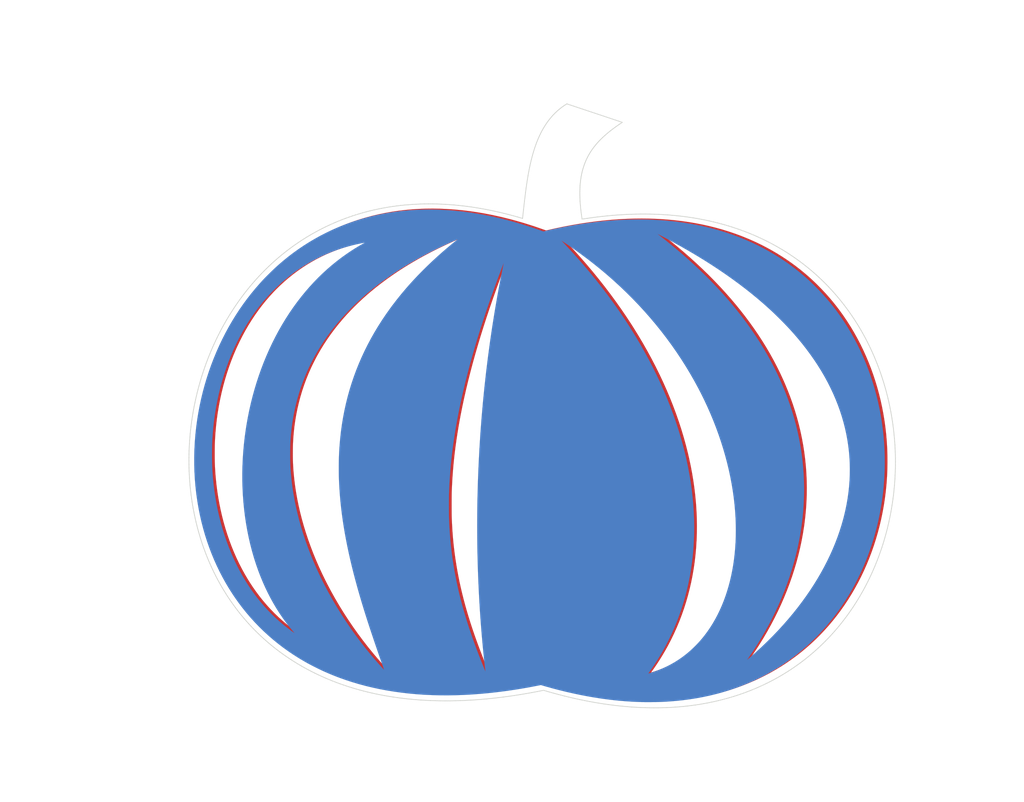
<source format=kicad_pcb>
(kicad_pcb (version 20201002) (generator pcbnew)

  (general
    (thickness 1.6)
  )

  (paper "A4")
  (layers
    (0 "F.Cu" signal)
    (31 "B.Cu" signal)
    (32 "B.Adhes" user "B.Adhesive")
    (33 "F.Adhes" user "F.Adhesive")
    (34 "B.Paste" user)
    (35 "F.Paste" user)
    (36 "B.SilkS" user "B.Silkscreen")
    (37 "F.SilkS" user "F.Silkscreen")
    (38 "B.Mask" user)
    (39 "F.Mask" user)
    (40 "Dwgs.User" user "User.Drawings")
    (41 "Cmts.User" user "User.Comments")
    (42 "Eco1.User" user "User.Eco1")
    (43 "Eco2.User" user "User.Eco2")
    (44 "Edge.Cuts" user)
    (45 "Margin" user)
    (46 "B.CrtYd" user "B.Courtyard")
    (47 "F.CrtYd" user "F.Courtyard")
    (48 "B.Fab" user)
    (49 "F.Fab" user)
  )

  (setup
    (stackup
      (layer "F.SilkS" (type "Top Silk Screen"))
      (layer "F.Paste" (type "Top Solder Paste"))
      (layer "F.Mask" (type "Top Solder Mask") (color "Green") (thickness 0.01))
      (layer "F.Cu" (type "copper") (thickness 0.035))
      (layer "dielectric 1" (type "core") (thickness 1.51) (material "FR4") (epsilon_r 4.5) (loss_tangent 0.02))
      (layer "B.Cu" (type "copper") (thickness 0.035))
      (layer "B.Mask" (type "Bottom Solder Mask") (color "Green") (thickness 0.01))
      (layer "B.Paste" (type "Bottom Solder Paste"))
      (layer "B.SilkS" (type "Bottom Silk Screen"))
      (copper_finish "None")
      (dielectric_constraints no)
    )
    (pcbplotparams
      (layerselection 0x00010fc_ffffffff)
      (disableapertmacros false)
      (usegerberextensions false)
      (usegerberattributes true)
      (usegerberadvancedattributes true)
      (creategerberjobfile true)
      (svguseinch false)
      (svgprecision 6)
      (excludeedgelayer true)
      (plotframeref false)
      (viasonmask false)
      (mode 1)
      (useauxorigin false)
      (hpglpennumber 1)
      (hpglpenspeed 20)
      (hpglpendiameter 15.000000)
      (psnegative false)
      (psa4output false)
      (plotreference true)
      (plotvalue true)
      (plotinvisibletext false)
      (sketchpadsonfab false)
      (subtractmaskfromsilk false)
      (outputformat 1)
      (mirror false)
      (drillshape 1)
      (scaleselection 1)
      (outputdirectory "")
    )
  )


  (net 0 "")

  (module "art:pumpkin-neg" (layer "F.Cu") (tedit 0) (tstamp bdcbbb74-f527-460f-86de-61729fd1eeff)
    (at 171.704 102.2604)
    (attr through_hole)
    (fp_text reference "Ref**" (at 0 0) (layer "F.SilkS") hide
      (effects (font (size 1.27 1.27) (thickness 0.15)))
      (tstamp 8d022d35-7363-4acf-bb19-4766ad059bff)
    )
    (fp_text value "Val**" (at 0 0) (layer "F.SilkS") hide
      (effects (font (size 1.27 1.27) (thickness 0.15)))
      (tstamp 2010c35f-f862-405c-85a4-7cefee1f18cf)
    )
    (fp_poly (pts (xy -15.131316 -30.535965)
      (xy -14.206379 -30.497533)
      (xy -13.272614 -30.435412)
      (xy -12.32986 -30.349609)
      (xy -11.94435 -30.308)
      (xy -11.108432 -30.204144)
      (xy -10.260119 -30.079867)
      (xy -9.401487 -29.935624)
      (xy -8.534608 -29.771871)
      (xy -7.661557 -29.589063)
      (xy -6.784409 -29.387656)
      (xy -5.905236 -29.168105)
      (xy -5.026114 -28.930866)
      (xy -4.149117 -28.676394)
      (xy -3.276318 -28.405145)
      (xy -3.27025 -28.403196)
      (xy -3.172429 -28.371778)
      (xy -3.078763 -28.341734)
      (xy -2.992978 -28.314257)
      (xy -2.918804 -28.290539)
      (xy -2.859967 -28.271773)
      (xy -2.820194 -28.259151)
      (xy -2.811013 -28.256264)
      (xy -2.771366 -28.243418)
      (xy -2.710751 -28.223194)
      (xy -2.632166 -28.196631)
      (xy -2.538608 -28.164763)
      (xy -2.433075 -28.128626)
      (xy -2.318566 -28.089259)
      (xy -2.198077 -28.047696)
      (xy -2.074608 -28.004973)
      (xy -1.951156 -27.962128)
      (xy -1.830719 -27.920196)
      (xy -1.716295 -27.880214)
      (xy -1.610881 -27.843217)
      (xy -1.517476 -27.810243)
      (xy -1.439078 -27.782328)
      (xy -1.417216 -27.774476)
      (xy -1.126282 -27.669707)
      (xy -0.979066 -27.704571)
      (xy 0.097956 -27.949767)
      (xy 1.169076 -28.173886)
      (xy 2.233761 -28.376874)
      (xy 3.291481 -28.558678)
      (xy 4.341703 -28.719246)
      (xy 5.383898 -28.858524)
      (xy 6.417534 -28.97646)
      (xy 7.44208 -29.073001)
      (xy 8.457005 -29.148093)
      (xy 9.461777 -29.201684)
      (xy 10.455866 -29.233721)
      (xy 11.43874 -29.244152)
      (xy 12.409869 -29.232922)
      (xy 13.36872 -29.199979)
      (xy 13.8049 -29.177556)
      (xy 14.771883 -29.11125)
      (xy 15.726097 -29.023011)
      (xy 16.667605 -28.912821)
      (xy 17.596473 -28.780667)
      (xy 18.512765 -28.626531)
      (xy 19.416546 -28.450398)
      (xy 20.30788 -28.252253)
      (xy 21.186834 -28.03208)
      (xy 22.053471 -27.789863)
      (xy 22.907856 -27.525587)
      (xy 23.750054 -27.239236)
      (xy 24.58013 -26.930794)
      (xy 25.398149 -26.600246)
      (xy 26.204175 -26.247577)
      (xy 26.48585 -26.117799)
      (xy 27.165746 -25.789118)
      (xy 27.841496 -25.440098)
      (xy 28.510662 -25.072257)
      (xy 29.170802 -24.687111)
      (xy 29.819477 -24.286177)
      (xy 30.454246 -23.87097)
      (xy 31.07267 -23.443007)
      (xy 31.672309 -23.003804)
      (xy 32.250723 -22.554879)
      (xy 32.3596 -22.467332)
      (xy 32.648767 -22.231334)
      (xy 32.920464 -22.004973)
      (xy 33.178831 -21.784544)
      (xy 33.428012 -21.566344)
      (xy 33.672148 -21.346666)
      (xy 33.915382 -21.121807)
      (xy 34.161856 -20.888062)
      (xy 34.415713 -20.641727)
      (xy 34.561221 -20.498306)
      (xy 35.09283 -19.959119)
      (xy 35.601835 -19.416873)
      (xy 36.09103 -18.868255)
      (xy 36.563208 -18.30995)
      (xy 37.021164 -17.738641)
      (xy 37.467693 -17.151016)
      (xy 37.905587 -16.543758)
      (xy 37.959808 -16.466374)
      (xy 38.447126 -15.746582)
      (xy 38.914065 -15.011994)
      (xy 39.360484 -14.263163)
      (xy 39.786243 -13.500641)
      (xy 40.191203 -12.724981)
      (xy 40.575222 -11.936734)
      (xy 40.93816 -11.136453)
      (xy 41.279878 -10.32469)
      (xy 41.600235 -9.501996)
      (xy 41.89909 -8.668925)
      (xy 42.176304 -7.826027)
      (xy 42.431737 -6.973856)
      (xy 42.665247 -6.112964)
      (xy 42.876696 -5.243902)
      (xy 43.065942 -4.367222)
      (xy 43.232846 -3.483478)
      (xy 43.377267 -2.59322)
      (xy 43.499065 -1.697002)
      (xy 43.598099 -0.795375)
      (xy 43.674231 0.111109)
      (xy 43.727318 1.021897)
      (xy 43.757222 1.936438)
      (xy 43.763801 2.854178)
      (xy 43.746916 3.774567)
      (xy 43.706427 4.697052)
      (xy 43.642193 5.621081)
      (xy 43.623879 5.83565)
      (xy 43.531997 6.740484)
      (xy 43.416628 7.642016)
      (xy 43.278034 8.539347)
      (xy 43.116476 9.431579)
      (xy 42.932213 10.317814)
      (xy 42.725508 11.197153)
      (xy 42.496621 12.068698)
      (xy 42.245813 12.931551)
      (xy 41.973344 13.784814)
      (xy 41.679476 14.627588)
      (xy 41.36447 15.458975)
      (xy 41.028585 16.278077)
      (xy 40.672084 17.083995)
      (xy 40.295227 17.875832)
      (xy 39.906437 18.63725)
      (xy 39.485892 19.407269)
      (xy 39.046983 20.160341)
      (xy 38.589928 20.896257)
      (xy 38.114944 21.614811)
      (xy 37.622247 22.315796)
      (xy 37.112055 22.999006)
      (xy 36.584585 23.664234)
      (xy 36.040053 24.311273)
      (xy 35.478678 24.939916)
      (xy 34.900674 25.549957)
      (xy 34.306261 26.141188)
      (xy 33.695654 26.713404)
      (xy 33.069071 27.266396)
      (xy 32.426729 27.799959)
      (xy 31.768845 28.313886)
      (xy 31.095635 28.80797)
      (xy 30.407317 29.282004)
      (xy 29.704108 29.735781)
      (xy 28.986225 30.169095)
      (xy 28.253884 30.581739)
      (xy 27.507304 30.973507)
      (xy 26.7467 31.34419)
      (xy 26.4033 31.502529)
      (xy 25.625458 31.841364)
      (xy 24.83652 32.15797)
      (xy 24.036341 32.452378)
      (xy 23.224777 32.72462)
      (xy 22.401685 32.974729)
      (xy 21.56692 33.202735)
      (xy 20.720339 33.408671)
      (xy 19.861797 33.592569)
      (xy 18.99115 33.754461)
      (xy 18.108255 33.894379)
      (xy 17.212967 34.012354)
      (xy 16.305143 34.108419)
      (xy 15.384639 34.182606)
      (xy 14.45131 34.234946)
      (xy 14.0081 34.252011)
      (xy 13.941141 34.253745)
      (xy 13.851906 34.255325)
      (xy 13.743247 34.256749)
      (xy 13.618014 34.258008)
      (xy 13.479059 34.2591)
      (xy 13.329233 34.260019)
      (xy 13.171387 34.260758)
      (xy 13.008372 34.261315)
      (xy 12.843038 34.261682)
      (xy 12.678239 34.261855)
      (xy 12.516823 34.26183)
      (xy 12.361643 34.2616)
      (xy 12.21555 34.261161)
      (xy 12.081395 34.260508)
      (xy 11.962029 34.259635)
      (xy 11.860302 34.258537)
      (xy 11.779068 34.257209)
      (xy 11.7348 34.256106)
      (xy 11.021926 34.229311)
      (xy 10.32535 34.193104)
      (xy 9.639428 34.146981)
      (xy 8.958515 34.09044)
      (xy 8.276968 34.022975)
      (xy 7.589141 33.944085)
      (xy 6.889391 33.853266)
      (xy 6.3373 33.774652)
      (xy 5.469727 33.638296)
      (xy 4.588282 33.483459)
      (xy 3.695818 33.310775)
      (xy 2.795187 33.12088)
      (xy 1.889241 32.914408)
      (xy 0.980835 32.691993)
      (xy 0.072819 32.454272)
      (xy -0.831953 32.201879)
      (xy -1.165578 32.104827)
      (xy -1.466095 32.016426)
      (xy -1.847473 32.092153)
      (xy -2.342452 32.189077)
      (xy -2.818311 32.279411)
      (xy -3.2802 32.364069)
      (xy -3.733266 32.443959)
      (xy -4.182658 32.519995)
      (xy -4.633524 32.593086)
      (xy -5.0038 32.650828)
      (xy -6.136501 32.814973)
      (xy -7.255385 32.957998)
      (xy -8.36073 33.079914)
      (xy -9.452812 33.180734)
      (xy -10.531906 33.26047)
      (xy -11.598288 33.319134)
      (xy -12.652234 33.356737)
      (xy -13.694022 33.373293)
      (xy -14.723925 33.368813)
      (xy -15.742221 33.343309)
      (xy -16.749186 33.296793)
      (xy -17.745095 33.229278)
      (xy -17.907 33.216234)
      (xy -18.889789 33.124236)
      (xy -19.859293 33.011264)
      (xy -20.81537 32.87735)
      (xy -21.757878 32.722526)
      (xy -22.686676 32.546824)
      (xy -23.601621 32.350276)
      (xy -24.502573 32.132914)
      (xy -25.389387 31.89477)
      (xy -26.261924 31.635876)
      (xy -27.120041 31.356264)
      (xy -27.963595 31.055966)
      (xy -28.648987 30.792462)
      (xy -29.346881 30.504891)
      (xy -30.041596 30.198706)
      (xy -30.728774 29.876003)
      (xy -31.404059 29.538874)
      (xy -32.063092 29.189415)
      (xy -32.54375 28.920676)
      (xy -33.274423 28.488267)
      (xy -33.989175 28.03623)
      (xy -34.687759 27.564798)
      (xy -35.369929 27.074201)
      (xy -36.03544 26.564669)
      (xy -36.684046 26.036433)
      (xy -37.3155 25.489724)
      (xy -37.929557 24.924773)
      (xy -38.52597 24.341809)
      (xy -39.104495 23.741065)
      (xy -39.664883 23.12277)
      (xy -40.206891 22.487155)
      (xy -40.730272 21.834451)
      (xy -41.234779 21.164888)
      (xy -41.720167 20.478698)
      (xy -42.017117 20.036317)
      (xy -42.472864 19.320232)
      (xy -42.907986 18.589534)
      (xy -43.322331 17.84464)
      (xy -43.715752 17.085966)
      (xy -44.088098 16.313929)
      (xy -44.439221 15.528945)
      (xy -44.76897 14.73143)
      (xy -45.077197 13.921801)
      (xy -45.363752 13.100474)
      (xy -45.628485 12.267865)
      (xy -45.871247 11.424391)
      (xy -46.091889 10.570468)
      (xy -46.290261 9.706513)
      (xy -46.466213 8.832942)
      (xy -46.619597 7.950171)
      (xy -46.750263 7.058617)
      (xy -46.792279 6.731)
      (xy -46.893229 5.810035)
      (xy -46.969574 4.883236)
      (xy -47.021303 3.951129)
      (xy -47.048402 3.014242)
      (xy -47.050857 2.073101)
      (xy -47.043053 1.740944)
      (xy -44.714532 1.740944)
      (xy -44.713715 2.094806)
      (xy -44.710199 2.431607)
      (xy -44.703836 2.755461)
      (xy -44.694474 3.070481)
      (xy -44.681964 3.38078)
      (xy -44.666155 3.69047)
      (xy -44.646897 4.003666)
      (xy -44.62404 4.324479)
      (xy -44.597434 4.657024)
      (xy -44.589003 4.75615)
      (xy -44.502234 5.635009)
      (xy -44.394001 6.506608)
      (xy -44.264511 7.370302)
      (xy -44.113972 8.225448)
      (xy -43.942592 9.071402)
      (xy -43.750576 9.907521)
      (xy -43.538134 10.73316)
      (xy -43.305471 11.547677)
      (xy -43.052796 12.350427)
      (xy -42.780315 13.140767)
      (xy -42.488236 13.918053)
      (xy -42.176766 14.681642)
      (xy -41.846112 15.430889)
      (xy -41.496482 16.165151)
      (xy -41.128083 16.883785)
      (xy -40.741122 17.586147)
      (xy -40.335807 18.271593)
      (xy -40.130622 18.601)
      (xy -39.709248 19.244042)
      (xy -39.271519 19.868938)
      (xy -38.81777 20.475324)
      (xy -38.348333 21.062835)
      (xy -37.863543 21.631106)
      (xy -37.363732 22.179774)
      (xy -36.849233 22.708472)
      (xy -36.320381 23.216837)
      (xy -35.777508 23.704503)
      (xy -35.220947 24.171106)
      (xy -34.651033 24.616282)
      (xy -34.5948 24.658499)
      (xy -34.513272 24.719103)
      (xy -34.427148 24.782433)
      (xy -34.338916 24.846724)
      (xy -34.251059 24.91021)
      (xy -34.166064 24.971126)
      (xy -34.086417 25.027707)
      (xy -34.014602 25.078189)
      (xy -33.953105 25.120806)
      (xy -33.904413 25.153793)
      (xy -33.87101 25.175384)
      (xy -33.855382 25.183816)
      (xy -33.854986 25.183869)
      (xy -33.860206 25.174786)
      (xy -33.87996 25.149138)
      (xy -33.912113 25.109527)
      (xy -33.954531 25.058554)
      (xy -34.00508 24.998822)
      (xy -34.045486 24.951648)
      (xy -34.516126 24.385903)
      (xy -34.971587 23.800076)
      (xy -35.411622 23.194632)
      (xy -35.835984 22.570037)
      (xy -36.244428 21.926756)
      (xy -36.636705 21.265255)
      (xy -37.01257 20.585998)
      (xy -37.371776 19.88945)
      (xy -37.714077 19.176078)
      (xy -38.039225 18.446345)
      (xy -38.346975 17.700718)
      (xy -38.637079 16.939661)
      (xy -38.909291 16.163641)
      (xy -39.163364 15.373121)
      (xy -39.217529 15.194887)
      (xy -39.465206 14.328545)
      (xy -39.69087 13.450239)
      (xy -39.894476 12.560751)
      (xy -40.075982 11.660865)
      (xy -40.235345 10.751362)
      (xy -40.372522 9.833024)
      (xy -40.487469 8.906633)
      (xy -40.580144 7.972972)
      (xy -40.650504 7.032822)
      (xy -40.698504 6.086966)
      (xy -40.724103 5.136185)
      (xy -40.727257 4.181263)
      (xy -40.707923 3.22298)
      (xy -40.666057 2.262119)
      (xy -40.626984 1.678394)
      (xy -34.440359 1.678394)
      (xy -34.439967 1.976678)
      (xy -34.437262 2.258699)
      (xy -34.432091 2.528984)
      (xy -34.424303 2.792062)
      (xy -34.413744 3.052462)
      (xy -34.400262 3.314712)
      (xy -34.383705 3.58334)
      (xy -34.363919 3.862875)
      (xy -34.346817 4.08305)
      (xy -34.264182 4.960282)
      (xy -34.156828 5.842234)
      (xy -34.024899 6.728427)
      (xy -33.868539 7.618384)
      (xy -33.68789 8.511625)
      (xy -33.483097 9.407671)
      (xy -33.254303 10.306044)
      (xy -33.001652 11.206265)
      (xy -32.725287 12.107855)
      (xy -32.425351 13.010336)
      (xy -32.101989 13.913229)
      (xy -31.755344 14.816055)
      (xy -31.385559 15.718336)
      (xy -30.992779 16.619592)
      (xy -30.577146 17.519346)
      (xy -30.138803 18.417119)
      (xy -29.917318 18.85315)
      (xy -29.409408 19.813542)
      (xy -28.877561 20.766868)
      (xy -28.322535 21.712003)
      (xy -27.745088 22.647821)
      (xy -27.145979 23.573199)
      (xy -26.525965 24.487012)
      (xy -25.885805 25.388135)
      (xy -25.226257 26.275443)
      (xy -24.548079 27.147813)
      (xy -23.85203 28.004119)
      (xy -23.337642 28.6131)
      (xy -23.259402 28.703847)
      (xy -23.174382 28.801745)
      (xy -23.084042 28.905164)
      (xy -22.989841 29.012472)
      (xy -22.89324 29.122041)
      (xy -22.795699 29.23224)
      (xy -22.698677 29.341438)
      (xy -22.603635 29.448005)
      (xy -22.512032 29.550312)
      (xy -22.425329 29.646728)
      (xy -22.344985 29.735623)
      (xy -22.27246 29.815366)
      (xy -22.209215 29.884328)
      (xy -22.156709 29.940877)
      (xy -22.116403 29.983385)
      (xy -22.089755 30.010221)
      (xy -22.078227 30.019754)
      (xy -22.07795 30.019682)
      (xy -22.081222 30.007249)
      (xy -22.092184 29.973086)
      (xy -22.110077 29.919415)
      (xy -22.13414 29.848458)
      (xy -22.163615 29.762439)
      (xy -22.197741 29.663579)
      (xy -22.235759 29.554101)
      (xy -22.276909 29.436228)
      (xy -22.296277 29.38095)
      (xy -22.496269 28.809654)
      (xy -22.687617 28.26069)
      (xy -22.870783 27.732677)
      (xy -23.046229 27.224235)
      (xy -23.214417 26.733984)
      (xy -23.375809 26.260542)
      (xy -23.530867 25.802531)
      (xy -23.680053 25.358569)
      (xy -23.823828 24.927276)
      (xy -23.962655 24.507272)
      (xy -24.096994 24.097177)
      (xy -24.22731 23.69561)
      (xy -24.354062 23.301191)
      (xy -24.477714 22.912539)
      (xy -24.598726 22.528275)
      (xy -24.717561 22.147018)
      (xy -24.724883 22.1234)
      (xy -25.031708 21.117336)
      (xy -25.3227 20.130268)
      (xy -25.598004 19.161449)
      (xy -25.857769 18.210132)
      (xy -26.102143 17.275573)
      (xy -26.331273 16.357024)
      (xy -26.545307 15.453739)
      (xy -26.744392 14.564971)
      (xy -26.928677 13.689976)
      (xy -27.098308 12.828006)
      (xy -27.253434 11.978315)
      (xy -27.394201 11.140157)
      (xy -27.520759 10.312786)
      (xy -27.633254 9.495455)
      (xy -27.731834 8.687418)
      (xy -27.750057 8.515628)
      (xy -13.557432 8.515628)
      (xy -13.557142 8.724857)
      (xy -13.556555 8.930357)
      (xy -13.555671 9.129725)
      (xy -13.554491 9.320561)
      (xy -13.553014 9.500462)
      (xy -13.55124 9.667028)
      (xy -13.549168 9.817856)
      (xy -13.5468 9.950545)
      (xy -13.544135 10.062694)
      (xy -13.541173 10.151901)
      (xy -13.541102 10.15365)
      (xy -13.516323 10.711678)
      (xy -13.48833 11.247885)
      (xy -13.456823 11.765679)
      (xy -13.421495 12.268471)
      (xy -13.382045 12.759671)
      (xy -13.338169 13.24269)
      (xy -13.289564 13.720938)
      (xy -13.235925 14.197826)
      (xy -13.17695 14.676762)
      (xy -13.112335 15.161159)
      (xy -13.06706 15.4813)
      (xy -12.951499 16.239299)
      (xy -12.823754 16.996963)
      (xy -12.683501 17.755425)
      (xy -12.530415 18.515817)
      (xy -12.364173 19.279273)
      (xy -12.18445 20.046925)
      (xy -11.990922 20.819908)
      (xy -11.783265 21.599354)
      (xy -11.561153 22.386397)
      (xy -11.324264 23.182168)
      (xy -11.072272 23.987803)
      (xy -10.804853 24.804432)
      (xy -10.521683 25.633191)
      (xy -10.222438 26.475212)
      (xy -9.906794 27.331627)
      (xy -9.574425 28.203571)
      (xy -9.225009 29.092175)
      (xy -9.039832 29.5529)
      (xy -8.980538 29.699307)
      (xy -8.930035 29.823826)
      (xy -8.887624 29.928132)
      (xy -8.85261 30.013899)
      (xy -8.824294 30.0828)
      (xy -8.801982 30.136509)
      (xy -8.784975 30.176701)
      (xy -8.772578 30.205051)
      (xy -8.764093 30.223231)
      (xy -8.758823 30.232917)
      (xy -8.756072 30.235782)
      (xy -8.755683 30.235615)
      (xy -8.756277 30.222636)
      (xy -8.759513 30.187185)
      (xy -8.765098 30.13202)
      (xy -8.772739 30.0599)
      (xy -8.782142 29.973582)
      (xy -8.793014 29.875826)
      (xy -8.805063 29.769388)
      (xy -8.807326 29.749589)
      (xy -8.96674 28.290421)
      (xy -9.113231 26.811418)
      (xy -9.246658 25.314693)
      (xy -9.366879 23.802361)
      (xy -9.473753 22.276537)
      (xy -9.567138 20.739334)
      (xy -9.646892 19.192869)
      (xy -9.712874 17.639254)
      (xy -9.764942 16.080604)
      (xy -9.791486 15.05585)
      (xy -9.80429 14.43473)
      (xy -9.814771 13.792513)
      (xy -9.822928 13.133396)
      (xy -9.828762 12.461573)
      (xy -9.832273 11.781241)
      (xy -9.833461 11.096596)
      (xy -9.832326 10.411835)
      (xy -9.828867 9.731153)
      (xy -9.823085 9.058747)
      (xy -9.81498 8.398813)
      (xy -9.804552 7.755547)
      (xy -9.791801 7.133145)
      (xy -9.791463 7.11835)
      (xy -9.732531 5.062782)
      (xy -9.650031 3.012453)
      (xy -9.544007 0.967768)
      (xy -9.414505 -1.070869)
      (xy -9.261569 -3.103054)
      (xy -9.085245 -5.128381)
      (xy -8.885577 -7.146447)
      (xy -8.66261 -9.156846)
      (xy -8.41639 -11.159174)
      (xy -8.14696 -13.153027)
      (xy -7.854366 -15.138)
      (xy -7.538652 -17.113688)
      (xy -7.199864 -19.079688)
      (xy -6.838047 -21.035593)
      (xy -6.453245 -22.981001)
      (xy -6.449867 -22.997534)
      (xy -6.42775 -23.106509)
      (xy -6.407545 -23.207548)
      (xy -6.389762 -23.297985)
      (xy -6.374911 -23.375155)
      (xy -6.363501 -23.436394)
      (xy -6.356045 -23.479037)
      (xy -6.353052 -23.500419)
      (xy -6.35316 -23.502393)
      (xy -6.35947 -23.493466)
      (xy -6.37261 -23.465175)
      (xy -6.390627 -23.421987)
      (xy -6.410488 -23.37121)
      (xy -6.425324 -23.332215)
      (xy -6.448087 -23.272388)
      (xy -6.47767 -23.194636)
      (xy -6.512967 -23.101866)
      (xy -6.552871 -22.996986)
      (xy -6.596278 -22.882903)
      (xy -6.642081 -22.762523)
      (xy -6.689173 -22.638756)
      (xy -6.696804 -22.6187)
      (xy -7.188818 -21.308562)
      (xy -7.662833 -20.011714)
      (xy -8.118788 -18.728371)
      (xy -8.556621 -17.458745)
      (xy -8.976273 -16.20305)
      (xy -9.377681 -14.961499)
      (xy -9.760786 -13.734304)
      (xy -10.125527 -12.521679)
      (xy -10.471843 -11.323838)
      (xy -10.799673 -10.140992)
      (xy -11.108956 -8.973356)
      (xy -11.399632 -7.821142)
      (xy -11.67164 -6.684563)
      (xy -11.924919 -5.563833)
      (xy -12.159409 -4.459165)
      (xy -12.375047 -3.370771)
      (xy -12.571775 -2.298865)
      (xy -12.692337 -1.59385)
      (xy -12.822196 -0.785851)
      (xy -12.940466 0.003819)
      (xy -13.047565 0.779214)
      (xy -13.14391 1.544386)
      (xy -13.229918 2.30339)
      (xy -13.306005 3.06028)
      (xy -13.37259 3.819109)
      (xy -13.430088 4.583932)
      (xy -13.478918 5.358802)
      (xy -13.519497 6.147774)
      (xy -13.541048 6.6548)
      (xy -13.544019 6.746552)
      (xy -13.546695 6.860992)
      (xy -13.549074 6.995717)
      (xy -13.551156 7.148327)
      (xy -13.552942 7.31642)
      (xy -13.554432 7.497594)
      (xy -13.555625 7.689448)
      (xy -13.556522 7.889579)
      (xy -13.557122 8.095588)
      (xy -13.557425 8.305071)
      (xy -13.557432 8.515628)
      (xy -27.750057 8.515628)
      (xy -27.816646 7.887929)
      (xy -27.887839 7.096242)
      (xy -27.94556 6.31161)
      (xy -27.984047 5.6515)
      (xy -27.993589 5.460941)
      (xy -28.001895 5.284364)
      (xy -28.009045 5.118293)
      (xy -28.015118 4.959254)
      (xy -28.020193 4.803774)
      (xy -28.02435 4.648377)
      (xy -28.027667 4.489591)
      (xy -28.030225 4.32394)
      (xy -28.032101 4.147951)
      (xy -28.033376 3.958149)
      (xy -28.034129 3.751061)
      (xy -28.034438 3.523213)
      (xy -28.034457 3.4417)
      (xy -28.033912 3.134507)
      (xy -28.032202 2.848955)
      (xy -28.029203 2.581303)
      (xy -28.024791 2.327812)
      (xy -28.018842 2.084744)
      (xy -28.011232 1.84836)
      (xy -28.001836 1.614919)
      (xy -27.990533 1.380684)
      (xy -27.977196 1.141915)
      (xy -27.961703 0.894874)
      (xy -27.943929 0.63582)
      (xy -27.939314 0.5715)
      (xy -27.858368 -0.380687)
      (xy -27.75388 -1.323507)
      (xy -27.625811 -2.257069)
      (xy -27.474119 -3.181478)
      (xy -27.298764 -4.096841)
      (xy -27.099707 -5.003265)
      (xy -26.876908 -5.900857)
      (xy -26.630325 -6.789723)
      (xy -26.35992 -7.669971)
      (xy -26.065652 -8.541706)
      (xy -25.74748 -9.405036)
      (xy -25.405365 -10.260068)
      (xy -25.039267 -11.106907)
      (xy -24.649145 -11.945661)
      (xy -24.234959 -12.776437)
      (xy -23.79667 -13.599341)
      (xy -23.334236 -14.414479)
      (xy -22.847618 -15.22196)
      (xy -22.336776 -16.021888)
      (xy -21.80167 -16.814372)
      (xy -21.242259 -17.599518)
      (xy -20.963899 -17.97541)
      (xy -20.387248 -18.725892)
      (xy -19.787959 -19.469418)
      (xy -19.168482 -20.202988)
      (xy -18.815947 -20.60575)
      (xy -18.237358 -21.24512)
      (xy -17.635548 -21.884423)
      (xy -17.012622 -22.521665)
      (xy -16.370687 -23.154853)
      (xy -15.711847 -23.781993)
      (xy -15.03821 -24.401093)
      (xy -14.35188 -25.01016)
      (xy -13.654963 -25.607199)
      (xy -12.949565 -26.190218)
      (xy -12.7254 -26.371083)
      (xy -12.633248 -26.445017)
      (xy -12.621947 -26.4541)
      (xy 1.262788 -26.4541)
      (xy 1.263249 -26.450521)
      (xy 1.27172 -26.438956)
      (xy 1.28934 -26.418164)
      (xy 1.31725 -26.386901)
      (xy 1.356591 -26.343926)
      (xy 1.408503 -26.287998)
      (xy 1.474126 -26.217875)
      (xy 1.5546 -26.132313)
      (xy 1.651067 -26.030073)
      (xy 1.689927 -25.988947)
      (xy 2.548743 -25.065146)
      (xy 3.391372 -24.128234)
      (xy 4.216934 -23.179343)
      (xy 5.024543 -22.219602)
      (xy 5.813318 -21.250143)
      (xy 6.582374 -20.272096)
      (xy 7.33083 -19.286592)
      (xy 8.057802 -18.294761)
      (xy 8.762407 -17.297735)
      (xy 9.443762 -16.296644)
      (xy 10.100983 -15.292618)
      (xy 10.352712 -14.8971)
      (xy 10.983291 -13.877859)
      (xy 11.589948 -12.855699)
      (xy 12.17259 -11.83084)
      (xy 12.731123 -10.803506)
      (xy 13.265451 -9.773915)
      (xy 13.775482 -8.74229)
      (xy 14.261122 -7.708852)
      (xy 14.722275 -6.673821)
      (xy 15.158849 -5.637419)
      (xy 15.570749 -4.599867)
      (xy 15.957881 -3.561385)
      (xy 16.320151 -2.522196)
      (xy 16.657465 -1.48252)
      (xy 16.969729 -0.442578)
      (xy 17.25685 0.597409)
      (xy 17.518731 1.63722)
      (xy 17.67765 2.323058)
      (xy 17.890189 3.326436)
      (xy 18.078054 4.325977)
      (xy 18.241234 5.321532)
      (xy 18.379717 6.312952)
      (xy 18.493492 7.300088)
      (xy 18.582547 8.282792)
      (xy 18.646872 9.260914)
      (xy 18.686453 10.234307)
      (xy 18.701281 11.20282)
      (xy 18.691342 12.166307)
      (xy 18.656627 13.124617)
      (xy 18.597123 14.077602)
      (xy 18.592235 14.14145)
      (xy 18.50916 15.057203)
      (xy 18.402413 15.965441)
      (xy 18.272087 16.865842)
      (xy 18.118277 17.758085)
      (xy 17.941075 18.641849)
      (xy 17.740576 19.516812)
      (xy 17.516875 20.382653)
      (xy 17.270064 21.239052)
      (xy 17.000237 22.085687)
      (xy 16.70749 22.922236)
      (xy 16.391915 23.748379)
      (xy 16.053607 24.563794)
      (xy 15.692659 25.36816)
      (xy 15.309165 26.161157)
      (xy 14.90322 26.942462)
      (xy 14.785621 27.15895)
      (xy 14.494078 27.67778)
      (xy 14.187767 28.198562)
      (xy 13.87001 28.71602)
      (xy 13.544128 29.224875)
      (xy 13.213441 29.71985)
      (xy 12.881271 30.195668)
      (xy 12.827646 30.27045)
      (xy 12.773142 30.346242)
      (xy 12.731866 30.403893)
      (xy 12.702148 30.445835)
      (xy 12.682318 30.474501)
      (xy 12.670708 30.492321)
      (xy 12.66565 30.50173)
      (xy 12.665472 30.505158)
      (xy 12.666422 30.5054)
      (xy 12.679921 30.501912)
      (xy 12.714041 30.492171)
      (xy 12.765086 30.477259)
      (xy 12.829359 30.458257)
      (xy 12.903163 30.436248)
      (xy 12.924461 30.429866)
      (xy 13.496791 30.245207)
      (xy 14.057113 30.038251)
      (xy 14.605232 29.809103)
      (xy 15.140949 29.557868)
      (xy 15.664068 29.284652)
      (xy 16.174392 28.98956)
      (xy 16.671723 28.6727)
      (xy 17.155864 28.334176)
      (xy 17.626618 27.974094)
      (xy 17.857585 27.78544)
      (xy 18.213403 27.477479)
      (xy 18.567749 27.149343)
      (xy 18.915637 26.806013)
      (xy 19.252082 26.452469)
      (xy 19.572098 26.093691)
      (xy 19.690455 25.954521)
      (xy 20.080204 25.470333)
      (xy 20.453068 24.967514)
      (xy 20.808929 24.446514)
      (xy 21.147669 23.907783)
      (xy 21.469169 23.35177)
      (xy 21.773313 22.778924)
      (xy 22.059981 22.189695)
      (xy 22.329055 21.584533)
      (xy 22.580417 20.963886)
      (xy 22.813949 20.328204)
      (xy 23.029534 19.677937)
      (xy 23.227052 19.013535)
      (xy 23.406385 18.335445)
      (xy 23.567416 17.644119)
      (xy 23.710027 16.940005)
      (xy 23.834098 16.223553)
      (xy 23.939512 15.495212)
      (xy 24.026152 14.755433)
      (xy 24.093898 14.004663)
      (xy 24.142632 13.243353)
      (xy 24.172237 12.471952)
      (xy 24.182595 11.69091)
      (xy 24.173586 10.900676)
      (xy 24.145093 10.101699)
      (xy 24.096998 9.29443)
      (xy 24.091149 9.21385)
      (xy 24.011998 8.304919)
      (xy 23.908369 7.39091)
      (xy 23.780496 6.472611)
      (xy 23.628615 5.550809)
      (xy 23.45296 4.626293)
      (xy 23.253766 3.699849)
      (xy 23.031269 2.772265)
      (xy 22.785703 1.844328)
      (xy 22.517303 0.916828)
      (xy 22.226305 -0.00945)
      (xy 21.912943 -0.933717)
      (xy 21.577452 -1.855186)
      (xy 21.220067 -2.773069)
      (xy 20.841023 -3.686578)
      (xy 20.440556 -4.594926)
      (xy 20.0189 -5.497326)
      (xy 19.576289 -6.392989)
      (xy 19.243422 -7.0358)
      (xy 18.711114 -8.016956)
      (xy 18.156521 -8.985988)
      (xy 17.57975 -9.942758)
      (xy 16.980909 -10.887132)
      (xy 16.360104 -11.818974)
      (xy 15.717445 -12.738147)
      (xy 15.053036 -13.644515)
      (xy 14.366988 -14.537944)
      (xy 13.659405 -15.418296)
      (xy 12.930397 -16.285436)
      (xy 12.18007 -17.139229)
      (xy 11.408532 -17.979537)
      (xy 10.615891 -18.806225)
      (xy 9.802253 -19.619158)
      (xy 8.967726 -20.418199)
      (xy 8.112417 -21.203212)
      (xy 7.894726 -21.397818)
      (xy 7.109735 -22.081959)
      (xy 6.302532 -22.758205)
      (xy 5.475597 -23.424616)
      (xy 4.63141 -24.079254)
      (xy 3.77245 -24.720179)
      (xy 2.901197 -25.345453)
      (xy 2.4003 -25.69393)
      (xy 2.31766 -25.750567)
      (xy 2.226561 -25.812649)
      (xy 2.129182 -25.87872)
      (xy 2.027702 -25.947321)
      (xy 1.924302 -26.016998)
      (xy 1.821159 -26.086294)
      (xy 1.720455 -26.153751)
      (xy 1.624367 -26.217915)
      (xy 1.535077 -26.277328)
      (xy 1.454762 -26.330533)
      (xy 1.385602 -26.376075)
      (xy 1.329777 -26.412498)
      (xy 1.289466 -26.438343)
      (xy 1.266849 -26.452156)
      (xy 1.262788 -26.4541)
      (xy -12.621947 -26.4541)
      (xy -12.559221 -26.504514)
      (xy -12.501632 -26.551026)
      (xy -12.458796 -26.58601)
      (xy -12.429025 -26.61092)
      (xy -12.410631 -26.62721)
      (xy -12.401928 -26.636337)
      (xy -12.401229 -26.639755)
      (xy -12.406847 -26.638918)
      (xy -12.417094 -26.635283)
      (xy -12.4206 -26.633947)
      (xy -12.449311 -26.622313)
      (xy -12.498206 -26.601732)
      (xy -12.564242 -26.573528)
      (xy -12.644372 -26.539026)
      (xy -12.735552 -26.499551)
      (xy -12.834736 -26.456427)
      (xy -12.93888 -26.410978)
      (xy -13.044938 -26.364529)
      (xy -13.149864 -26.318405)
      (xy -13.250614 -26.27393)
      (xy -13.344142 -26.232428)
      (xy -13.3604 -26.225186)
      (xy -14.331091 -25.781893)
      (xy -15.279973 -25.327057)
      (xy -16.206955 -24.860738)
      (xy -17.111945 -24.382992)
      (xy -17.994849 -23.893877)
      (xy -18.855574 -23.393451)
      (xy -19.694028 -22.88177)
      (xy -20.510118 -22.358893)
      (xy -21.303751 -21.824877)
      (xy -22.074835 -21.27978)
      (xy -22.823277 -20.723658)
      (xy -23.548983 -20.156571)
      (xy -24.251862 -19.578575)
      (xy -24.72055 -19.175998)
      (xy -25.251141 -18.701617)
      (xy -25.774213 -18.213266)
      (xy -26.286565 -17.714168)
      (xy -26.784991 -17.207544)
      (xy -27.266289 -16.696615)
      (xy -27.727255 -16.184603)
      (xy -27.947233 -15.931389)
      (xy -28.482458 -15.289813)
      (xy -28.993937 -14.640063)
      (xy -29.482232 -13.981329)
      (xy -29.947907 -13.3128)
      (xy -30.391523 -12.633665)
      (xy -30.813644 -11.943114)
      (xy -31.214832 -11.240337)
      (xy -31.25366 -11.16965)
      (xy -31.318391 -11.049649)
      (xy -31.391644 -10.910825)
      (xy -31.471292 -10.757416)
      (xy -31.555207 -10.59366)
      (xy -31.641262 -10.423794)
      (xy -31.727329 -10.252056)
      (xy -31.811281 -10.082683)
      (xy -31.890991 -9.919912)
      (xy -31.964331 -9.767981)
      (xy -32.029173 -9.631128)
      (xy -32.066613 -9.5504)
      (xy -32.389775 -8.815451)
      (xy -32.689822 -8.070199)
      (xy -32.966631 -7.315138)
      (xy -33.220078 -6.550759)
      (xy -33.450041 -5.777554)
      (xy -33.656396 -4.996016)
      (xy -33.839022 -4.206636)
      (xy -33.997794 -3.409907)
      (xy -34.13259 -2.60632)
      (xy -34.243287 -1.796368)
      (xy -34.329763 -0.980542)
      (xy -34.384766 -0.27305)
      (xy -34.394154 -0.125827)
      (xy -34.402256 0.007183)
      (xy -34.409189 0.129551)
      (xy -34.415071 0.244851)
      (xy -34.420021 0.356653)
      (xy -34.424155 0.468532)
      (xy -34.427592 0.584057)
      (xy -34.430449 0.706803)
      (xy -34.432845 0.840341)
      (xy -34.434896 0.988244)
      (xy -34.436722 1.154083)
      (xy -34.438439 1.341431)
      (xy -34.438591 1.359317)
      (xy -34.440359 1.678394)
      (xy -40.626984 1.678394)
      (xy -40.601618 1.299463)
      (xy -40.514561 0.335792)
      (xy -40.404844 -0.62811)
      (xy -40.272423 -1.591461)
      (xy -40.176373 -2.203502)
      (xy -40.008081 -3.156697)
      (xy -39.818312 -4.101858)
      (xy -39.607313 -5.038367)
      (xy -39.375331 -5.965601)
      (xy -39.122612 -6.882941)
      (xy -38.849403 -7.789765)
      (xy -38.555951 -8.685452)
      (xy -38.242502 -9.569383)
      (xy -37.909304 -10.440935)
      (xy -37.556604 -11.299489)
      (xy -37.184647 -12.144424)
      (xy -36.793681 -12.975118)
      (xy -36.383952 -13.790951)
      (xy -35.955707 -14.591303)
      (xy -35.509193 -15.375552)
      (xy -35.044657 -16.143078)
      (xy -34.562345 -16.89326)
      (xy -34.062505 -17.625478)
      (xy -34.025201 -17.6784)
      (xy -33.51714 -18.377185)
      (xy -32.993987 -19.056531)
      (xy -32.455993 -19.716194)
      (xy -31.903404 -20.355929)
      (xy -31.336472 -20.975489)
      (xy -30.755443 -21.57463)
      (xy -30.160568 -22.153107)
      (xy -29.552094 -22.710673)
      (xy -28.930271 -23.247084)
      (xy -28.295346 -23.762094)
      (xy -27.64757 -24.255458)
      (xy -26.987191 -24.726931)
      (xy -26.637992 -24.963966)
      (xy -26.387551 -25.12938)
      (xy -26.146379 -25.285172)
      (xy -25.909253 -25.434539)
      (xy -25.670948 -25.580672)
      (xy -25.42624 -25.726767)
      (xy -25.169905 -25.876017)
      (xy -24.896718 -26.031617)
      (xy -24.833111 -26.067426)
      (xy -24.763073 -26.106572)
      (xy -24.707665 -26.137738)
      (xy -24.667958 -26.1613)
      (xy -24.645023 -26.177635)
      (xy -24.639929 -26.187121)
      (xy -24.653746 -26.190135)
      (xy -24.687545 -26.187053)
      (xy -24.742396 -26.178253)
      (xy -24.819369 -26.164112)
      (xy -24.919535 -26.145007)
      (xy -25.0063 -26.128449)
      (xy -25.519331 -26.024092)
      (xy -26.043284 -25.904196)
      (xy -26.570663 -25.77071)
      (xy -27.093972 -25.625586)
      (xy -27.605716 -25.470772)
      (xy -27.898429 -25.375929)
      (xy -28.606621 -25.127304)
      (xy -29.30264 -24.856395)
      (xy -29.986398 -24.563257)
      (xy -30.657808 -24.247946)
      (xy -31.316783 -23.910518)
      (xy -31.963235 -23.551028)
      (xy -32.597076 -23.169534)
      (xy -33.218219 -22.76609)
      (xy -33.826577 -22.340753)
      (xy -34.422062 -21.893578)
      (xy -35.004587 -21.424621)
      (xy -35.574064 -20.933938)
      (xy -36.130405 -20.421585)
      (xy -36.673524 -19.887618)
      (xy -36.968242 -19.582985)
      (xy -37.485635 -19.020491)
      (xy -37.987704 -18.437896)
      (xy -38.474247 -17.835511)
      (xy -38.94506 -17.213645)
      (xy -39.399941 -16.572608)
      (xy -39.838685 -15.91271)
      (xy -40.26109 -15.23426)
      (xy -40.666952 -14.537569)
      (xy -41.056068 -13.822945)
      (xy -41.428235 -13.090699)
      (xy -41.783249 -12.341139)
      (xy -41.916227 -12.04595)
      (xy -42.245643 -11.274445)
      (xy -42.555666 -10.487314)
      (xy -42.846044 -9.685628)
      (xy -43.116523 -8.870459)
      (xy -43.36685 -8.042882)
      (xy -43.596771 -7.203967)
      (xy -43.806034 -6.354787)
      (xy -43.994386 -5.496414)
      (xy -44.161572 -4.629922)
      (xy -44.307339 -3.756381)
      (xy -44.431435 -2.876865)
      (xy -44.533607 -1.992445)
      (xy -44.6136 -1.104194)
      (xy -44.65914 -0.4318)
      (xy -44.668041 -0.276737)
      (xy -44.675776 -0.136812)
      (xy -44.682447 -0.00864)
      (xy -44.688154 0.111165)
      (xy -44.692999 0.225988)
      (xy -44.697083 0.339217)
      (xy -44.700506 0.454237)
      (xy -44.703371 0.574433)
      (xy -44.705777 0.703191)
      (xy -44.707827 0.843897)
      (xy -44.709621 0.999938)
      (xy -44.711259 1.174699)
      (xy -44.712801 1.365908)
      (xy -44.714532 1.740944)
      (xy -47.043053 1.740944)
      (xy -47.028655 1.128233)
      (xy -46.981783 0.180166)
      (xy -46.96402 -0.0889)
      (xy -46.886528 -1.024622)
      (xy -46.784761 -1.957422)
      (xy -46.658941 -2.886608)
      (xy -46.509295 -3.811488)
      (xy -46.336047 -4.731371)
      (xy -46.139422 -5.645563)
      (xy -45.919644 -6.553373)
      (xy -45.676938 -7.454108)
      (xy -45.411529 -8.347075)
      (xy -45.123641 -9.231584)
      (xy -44.813499 -10.106941)
      (xy -44.481329 -10.972454)
      (xy -44.127354 -11.827431)
      (xy -43.751799 -12.67118)
      (xy -43.354889 -13.503009)
      (xy -42.936849 -14.322225)
      (xy -42.497903 -15.128135)
      (xy -42.038276 -15.920049)
      (xy -41.588438 -16.6497)
      (xy -41.106986 -17.386055)
      (xy -40.607175 -18.106421)
      (xy -40.088027 -18.812072)
      (xy -39.548562 -19.504282)
      (xy -38.9878 -20.184324)
      (xy -38.404763 -20.853473)
      (xy -38.088086 -21.202294)
      (xy -37.95754 -21.342077)
      (xy -37.810667 -21.495755)
      (xy -37.650304 -21.660547)
      (xy -37.479285 -21.833673)
      (xy -37.300445 -22.012355)
      (xy -37.11662 -22.193813)
      (xy -36.930644 -22.375268)
      (xy -36.745353 -22.553939)
      (xy -36.563583 -22.727047)
      (xy -36.388167 -22.891814)
      (xy -36.221942 -23.045458)
      (xy -36.067743 -23.185201)
      (xy -36.042237 -23.207992)
      (xy -35.39567 -23.767485)
      (xy -34.734577 -24.306211)
      (xy -34.059338 -24.823969)
      (xy -33.370334 -25.320557)
      (xy -32.667946 -25.795775)
      (xy -31.952553 -26.24942)
      (xy -31.224537 -26.681291)
      (xy -30.484278 -27.091187)
      (xy -29.995604 -27.3431)
      (xy 13.888062 -27.3431)
      (xy 13.895229 -27.33566)
      (xy 13.920215 -27.314567)
      (xy 13.960717 -27.281668)
      (xy 14.01443 -27.238808)
      (xy 14.079049 -27.187832)
      (xy 14.152268 -27.130585)
      (xy 14.193934 -27.098208)
      (xy 15.119871 -26.368022)
      (xy 16.024802 -25.629795)
      (xy 16.908386 -24.883859)
      (xy 17.770277 -24.13055)
      (xy 18.610131 -23.370199)
      (xy 19.427606 -22.603141)
      (xy 20.222356 -21.829709)
      (xy 20.994037 -21.050237)
      (xy 21.742307 -20.265059)
      (xy 22.46682 -19.474507)
      (xy 23.167233 -18.678916)
      (xy 23.843203 -17.87862)
      (xy 24.37227 -17.22755)
      (xy 25.012683 -16.408026)
      (xy 25.628114 -15.585009)
      (xy 26.218787 -14.75813)
      (xy 26.784925 -13.92702)
      (xy 27.326754 -13.091308)
      (xy 27.844498 -12.250624)
      (xy 28.338381 -11.404599)
      (xy 28.808628 -10.552864)
      (xy 29.255463 -9.695048)
      (xy 29.679111 -8.830782)
      (xy 30.079796 -7.959696)
      (xy 30.289289 -7.4803)
      (xy 30.655275 -6.595759)
      (xy 30.996373 -5.706673)
      (xy 31.312559 -4.813238)
      (xy 31.603806 -3.915647)
      (xy 31.870089 -3.014093)
      (xy 32.111382 -2.108771)
      (xy 32.327659 -1.199873)
      (xy 32.518895 -0.287594)
      (xy 32.685064 0.627873)
      (xy 32.82614 1.546333)
      (xy 32.942098 2.467595)
      (xy 33.032911 3.391462)
      (xy 33.098555 4.317743)
      (xy 33.139003 5.246243)
      (xy 33.15423 6.176769)
      (xy 33.14421 7.109127)
      (xy 33.108918 8.043123)
      (xy 33.048327 8.978563)
      (xy 32.962412 9.915254)
      (xy 32.851147 10.853003)
      (xy 32.785099 11.3284)
      (xy 32.635419 12.267877)
      (xy 32.460521 13.205885)
      (xy 32.260565 14.142003)
      (xy 32.035712 15.075815)
      (xy 31.78612 16.006901)
      (xy 31.511952 16.934843)
      (xy 31.213366 17.859223)
      (xy 30.890522 18.779622)
      (xy 30.543582 19.695621)
      (xy 30.172705 20.606802)
      (xy 29.778052 21.512748)
      (xy 29.359781 22.413038)
      (xy 28.918055 23.307255)
      (xy 28.453032 24.19498)
      (xy 27.964873 25.075795)
      (xy 27.453738 25.949282)
      (xy 26.919787 26.815021)
      (xy 26.765337 27.05735)
      (xy 26.688095 27.176775)
      (xy 26.599547 27.312133)
      (xy 26.502573 27.459124)
      (xy 26.400053 27.613449)
      (xy 26.294866 27.770807)
      (xy 26.189893 27.9269)
      (xy 26.088013 28.077427)
      (xy 25.992106 28.218091)
      (xy 25.905052 28.34459)
      (xy 25.852298 28.420446)
      (xy 25.800195 28.495188)
      (xy 25.753213 28.563018)
      (xy 25.713229 28.621193)
      (xy 25.682118 28.666968)
      (xy 25.661757 28.697599)
      (xy 25.654021 28.710343)
      (xy 25.654 28.71047)
      (xy 25.659159 28.708971)
      (xy 25.675389 28.697398)
      (xy 25.703819 28.674806)
      (xy 25.745576 28.64025)
      (xy 25.801789 28.592784)
      (xy 25.873588 28.531463)
      (xy 25.962099 28.45534)
      (xy 26.068452 28.36347)
      (xy 26.078874 28.354452)
      (xy 26.852147 27.671088)
      (xy 27.606982 26.975418)
      (xy 28.342594 26.268266)
      (xy 29.0582 25.550453)
      (xy 29.753014 24.822801)
      (xy 30.426253 24.086134)
      (xy 31.077133 23.341273)
      (xy 31.704869 22.589041)
      (xy 32.308677 21.83026)
      (xy 32.342341 21.78685)
      (xy 32.907615 21.039334)
      (xy 33.449452 20.287023)
      (xy 33.967716 19.530184)
      (xy 34.462273 18.769082)
      (xy 34.932988 18.003982)
      (xy 35.379727 17.23515)
      (xy 35.802356 16.462853)
      (xy 36.200739 15.687355)
      (xy 36.574742 14.908923)
      (xy 36.92423 14.127823)
      (xy 37.24907 13.34432)
      (xy 37.549126 12.55868)
      (xy 37.824264 11.771168)
      (xy 38.07435 10.982052)
      (xy 38.299249 10.191595)
      (xy 38.392041 9.83615)
      (xy 38.578302 9.052741)
      (xy 38.739329 8.269915)
      (xy 38.875126 7.487843)
      (xy 38.985697 6.706702)
      (xy 39.071045 5.926664)
      (xy 39.131174 5.147903)
      (xy 39.166088 4.370594)
      (xy 39.17579 3.59491)
      (xy 39.160284 2.821025)
      (xy 39.119573 2.049114)
      (xy 39.053663 1.27935)
      (xy 38.962555 0.511907)
      (xy 38.846254 -0.253041)
      (xy 38.704764 -1.015319)
      (xy 38.538088 -1.774755)
      (xy 38.34623 -2.531174)
      (xy 38.129194 -3.284401)
      (xy 38.112104 -3.3401)
      (xy 37.869498 -4.085452)
      (xy 37.601858 -4.828127)
      (xy 37.309475 -5.567467)
      (xy 36.992633 -6.302813)
      (xy 36.651622 -7.033507)
      (xy 36.286729 -7.758892)
      (xy 35.898241 -8.478308)
      (xy 35.766106 -8.7122)
      (xy 35.355864 -9.407928)
      (xy 34.92105 -10.101766)
      (xy 34.462478 -10.792605)
      (xy 33.980965 -11.479334)
      (xy 33.477326 -12.160843)
      (xy 32.952376 -12.836022)
      (xy 32.406931 -13.503759)
      (xy 31.841806 -14.162945)
      (xy 31.401452 -14.655545)
      (xy 31.125605 -14.954841)
      (xy 30.832822 -15.265375)
      (xy 30.526749 -15.5835)
      (xy 30.211032 -15.90557)
      (xy 29.889317 -16.227939)
      (xy 29.56525 -16.546961)
      (xy 29.242477 -16.858988)
      (xy 28.924643 -17.160374)
      (xy 28.615396 -17.447474)
      (xy 28.5496 -17.507697)
      (xy 27.803382 -18.174696)
      (xy 27.032548 -18.83585)
      (xy 26.23722 -19.491074)
      (xy 25.417519 -20.140285)
      (xy 24.573566 -20.783399)
      (xy 23.705483 -21.420331)
      (xy 22.813391 -22.050998)
      (xy 21.897413 -22.675316)
      (xy 20.95767 -23.293202)
      (xy 19.994283 -23.904571)
      (xy 19.007373 -24.509339)
      (xy 17.997064 -25.107423)
      (xy 16.963475 -25.698739)
      (xy 15.906729 -26.283203)
      (xy 15.53845 -26.482351)
      (xy 15.399875 -26.556677)
      (xy 15.257672 -26.632613)
      (xy 15.11363 -26.709225)
      (xy 14.969541 -26.78558)
      (xy 14.827194 -26.860743)
      (xy 14.688381 -26.933781)
      (xy 14.554892 -27.00376)
      (xy 14.428518 -27.069746)
      (xy 14.311049 -27.130804)
      (xy 14.204276 -27.186002)
      (xy 14.10999 -27.234405)
      (xy 14.029982 -27.275079)
      (xy 13.966042 -27.307091)
      (xy 13.91996 -27.329506)
      (xy 13.893528 -27.34139)
      (xy 13.888062 -27.3431)
      (xy -29.995604 -27.3431)
      (xy -29.732157 -27.478907)
      (xy -28.968554 -27.84425)
      (xy -28.19385 -28.187013)
      (xy -27.408425 -28.506996)
      (xy -26.612661 -28.803997)
      (xy -25.806937 -29.077815)
      (xy -24.991634 -29.328249)
      (xy -24.167132 -29.555097)
      (xy -23.931138 -29.615247)
      (xy -23.085486 -29.814236)
      (xy -22.232641 -29.98944)
      (xy -21.372439 -30.14087)
      (xy -20.504717 -30.268533)
      (xy -19.629312 -30.372441)
      (xy -18.74606 -30.452601)
      (xy -17.854798 -30.509025)
      (xy -16.955362 -30.54172)
      (xy -16.047589 -30.550697)
      (xy -15.131316 -30.535965)) (layer "F.Cu") (width 0.01) (tstamp 4bcc2353-3cbf-443c-8d6d-55536797ba86))
  )

  (module "art:pumpkin-outline" (layer "F.Cu") (tedit 0) (tstamp eb4ec687-caae-42dc-b67c-ec44e15bdffc)
    (at 170.959492 101.28765)
    (attr through_hole)
    (fp_text reference "Ref**" (at 0 0) (layer "F.SilkS") hide
      (effects (font (size 1.27 1.27) (thickness 0.15)))
      (tstamp 492bcfff-95f0-4bac-bab2-0c241c6d8db0)
    )
    (fp_text value "Val**" (at 0 0) (layer "F.SilkS") hide
      (effects (font (size 1.27 1.27) (thickness 0.15)))
      (tstamp 48299ef1-69a5-49bd-aec1-29f5cebd2597)
    )
    (fp_line (start 18.751877 35.81112) (end 19.276546 35.739152) (layer "Edge.Cuts") (width 0.1) (tstamp 00123ed7-8b85-4aec-bd77-0d3808c3f53d))
    (fp_line (start 26.532331 33.821879) (end 26.974992 33.641521) (layer "Edge.Cuts") (width 0.1) (tstamp 003f0fbf-f4e7-4db9-a430-185243bdeb4b))
    (fp_line (start 29.522825 32.432708) (end 29.929419 32.210809) (layer "Edge.Cuts") (width 0.1) (tstamp 004badb5-ad7e-4694-9d78-f8fe7cfdbde5))
    (fp_line (start 39.843508 -15.459126) (end 39.592026 -15.823662) (layer "Edge.Cuts") (width 0.1) (tstamp 01386f11-a252-425a-9a64-f7a6e5a3ecd5))
    (fp_line (start 5.241515 -36.672946) (end 5.342895 -36.846389) (layer "Edge.Cuts") (width 0.1) (tstamp 01400475-cde8-47e9-8be4-89cda8b3aeb4))
    (fp_line (start 22.089321 -27.716673) (end 21.578929 -27.841762) (layer "Edge.Cuts") (width 0.1) (tstamp 01ab091a-291f-438d-9df5-4e4dbea3c7fc))
    (fp_line (start -11.347123 -29.939656) (end -11.923409 -30.002407) (layer "Edge.Cuts") (width 0.1) (tstamp 0238e11f-2dd2-4dce-82aa-03d653fda39e))
    (fp_line (start -1.345858 -38.962138) (end -1.444949 -38.733352) (layer "Edge.Cuts") (width 0.1) (tstamp 02a1a461-1ddb-4528-bd64-f1aee677620c))
    (fp_line (start 29.111072 32.648891) (end 29.522825 32.432708) (layer "Edge.Cuts") (width 0.1) (tstamp 03439fd8-b07a-463b-8a88-75661ed8c4aa))
    (fp_line (start 29.916774 -24.613262) (end 29.500632 -24.843584) (layer "Edge.Cuts") (width 0.1) (tstamp 038757b5-ac2a-404d-81d2-9ca7aed3b2a3))
    (fp_line (start -43.629256 19.149824) (end -43.417376 19.542999) (layer "Edge.Cuts") (width 0.1) (tstamp 03eb726f-b774-4a66-b908-93bcc381dcdd))
    (fp_line (start 32.996139 30.238635) (end 33.35619 29.968585) (layer "Edge.Cuts") (width 0.1) (tstamp 0458942f-073e-4b59-950a-8505e301b601))
    (fp_line (start 24.241921 34.628808) (end 24.710275 34.480313) (layer "Edge.Cuts") (width 0.1) (tstamp 046cef3c-b533-4e8a-b67a-7c04caac35c9))
    (fp_line (start 5.280169 35.277462) (end 5.921666 35.394063) (layer "Edge.Cuts") (width 0.1) (tstamp 04f0ad8e-beb2-4505-9f26-c062282f5605))
    (fp_line (start 39.716296 23.258517) (end 39.961771 22.895672) (layer "Edge.Cuts") (width 0.1) (tstamp 053e435c-4f57-49af-b0f0-e435de1e50a3))
    (fp_line (start -37.81386 -21.02673) (end -38.123414 -20.699553) (layer "Edge.Cuts") (width 0.1) (tstamp 05465744-35f5-42da-91d2-eb7528c15a01))
    (fp_line (start 4.454663 -34.793491) (end 4.514761 -34.994547) (layer "Edge.Cuts") (width 0.1) (tstamp 0627393a-823e-463f-ac46-75fef3fe250c))
    (fp_line (start 1.336352 -42.642867) (end 1.151914 -42.4852) (layer "Edge.Cuts") (width 0.1) (tstamp 06e47e7c-61f9-4dc1-8961-f32a544bf494))
    (fp_line (start 43.588454 -7.981298) (end 43.440159 -8.396835) (layer "Edge.Cuts") (width 0.1) (tstamp 0720b438-1fd1-4dae-8e9a-725220f26394))
    (fp_line (start -46.796011 9.891018) (end -46.713192 10.331263) (layer "Edge.Cuts") (width 0.1) (tstamp 0759aadd-06fe-4f41-a4b5-242e88db7049))
    (fp_line (start -3.790202 34.37466) (end -3.033226 34.247952) (layer "Edge.Cuts") (width 0.1) (tstamp 075fba15-658d-4273-a13e-edc91c058847))
    (fp_line (start -20.47765 34.699048) (end -19.891572 34.783416) (layer "Edge.Cuts") (width 0.1) (tstamp 0767a166-9d88-44c1-b445-42d28539813e))
    (fp_line (start -43.065603 -13.750102) (end -43.275456 -13.351107) (layer "Edge.Cuts") (width 0.1) (tstamp 0791de68-4178-404f-b74e-f90621949737))
    (fp_line (start -29.376071 -27.184646) (end -29.79447 -26.977843) (layer "Edge.Cuts") (width 0.1) (tstamp 081d212b-34d6-42c4-88bd-7903784c6755))
    (fp_line (start 36.148118 -19.910855) (end 35.825544 -20.225302) (layer "Edge.Cuts") (width 0.1) (tstamp 083a169f-6d6e-4827-a5ca-e64f1ccadede))
    (fp_line (start 23.289822 34.905948) (end 23.768436 34.77071) (layer "Edge.Cuts") (width 0.1) (tstamp 09685c5a-966b-47cb-871a-bde5575cb724))
    (fp_line (start -42.509723 21.084751) (end -42.267717 21.46207) (layer "Edge.Cuts") (width 0.1) (tstamp 09e46dc1-8a54-4bb3-b5d1-60138be0dc38))
    (fp_line (start 4.066762 -32.351279) (end 4.081308 -32.592288) (layer "Edge.Cuts") (width 0.1) (tstamp 0b3b2e32-f1f2-48be-a97e-928eac52801e))
    (fp_line (start 25.506433 -26.655456) (end 25.034933 -26.826432) (layer "Edge.Cuts") (width 0.1) (tstamp 0c8cebec-03cb-422b-ba62-0ba961d2b03a))
    (fp_line (start 2.663695 34.719574) (end 3.325382 34.872914) (layer "Edge.Cuts") (width 0.1) (tstamp 0d26f054-3137-4f03-bbe7-177f97f96480))
    (fp_line (start 9.0533 35.8435) (end 9.66444 35.907185) (layer "Edge.Cuts") (width 0.1) (tstamp 0d3f3ba2-ac0c-4c04-bdde-95b3d0ce9b9d))
    (fp_line (start 45.177574 9.027068) (end 45.238416 8.589451) (layer "Edge.Cuts") (width 0.1) (tstamp 0d511aaa-f0df-489a-9f55-9c35763e3330))
    (fp_line (start 16.051998 36.058569) (end 16.60217 36.024308) (layer "Edge.Cuts") (width 0.1) (tstamp 0d8f36d3-cb82-4dce-b909-2e0363b21ba1))
    (fp_line (start 11.437918 -28.851647) (end 10.821381 -28.834142) (layer "Edge.Cuts") (width 0.1) (tstamp 0ec587b3-203d-4747-a9cd-af08592206c5))
    (fp_line (start 37.564317 26.030903) (end 37.851588 25.697712) (layer "Edge.Cuts") (width 0.1) (tstamp 0f32d606-c34f-4a3c-9b03-54e3cab65c73))
    (fp_line (start -38.887588 25.702831) (end -38.565882 26.029987) (layer "Edge.Cuts") (width 0.1) (tstamp 0fefd59e-976d-424a-b815-55f76e1ca88e))
    (fp_line (start -42.267717 21.46207) (end -42.019652 21.835989) (layer "Edge.Cuts") (width 0.1) (tstamp 1080f4a2-2c99-4834-85aa-884742106d1d))
    (fp_line (start -21.057045 34.60723) (end -20.47765 34.699048) (layer "Edge.Cuts") (width 0.1) (tstamp 10b91f12-3371-4bca-b8ec-0ba9bb5a8ff6))
    (fp_line (start -29.79447 -26.977843) (end -30.208267 -26.764965) (layer "Edge.Cuts") (width 0.1) (tstamp 10c201c3-dd83-4ae7-8350-cda01688e12f))
    (fp_line (start -3.090767 -31.697971) (end -3.228348 -30.567119) (layer "Edge.Cuts") (width 0.1) (tstamp 10e7f1dd-7586-4fe4-aa4a-048557c185db))
    (fp_line (start 5.019814 -28.297241) (end 4.34707 -28.194096) (layer "Edge.Cuts") (width 0.1) (tstamp 12ea140a-85a3-43bc-938a-7c681a0fae18))
    (fp_line (start -8.185952 34.941027) (end -7.470662 34.869332) (layer "Edge.Cuts") (width 0.1) (tstamp 145b69b9-d794-4a2d-8b37-66a6220ae8a0))
    (fp_line (start -11.659043 35.167507) (end -10.978167 35.139556) (layer "Edge.Cuts") (width 0.1) (tstamp 14764eb3-fae1-4413-8e7a-0567f3763d46))
    (fp_line (start -29.42805 32.18732) (end -28.953987 32.387943) (layer "Edge.Cuts") (width 0.1) (tstamp 14960318-0746-4c4c-9e9a-ff569c6df151))
    (fp_line (start 26.887666 -26.105238) (end 26.432798 -26.294786) (layer "Edge.Cuts") (width 0.1) (tstamp 14966927-25ef-4765-a514-6aa4085e9b34))
    (fp_line (start -10.290432 35.103008) (end -9.595826 35.057789) (layer "Edge.Cuts") (width 0.1) (tstamp 14e4b183-17d8-45b2-be19-f40a44541b25))
    (fp_line (start 41.11057 21.032237) (end 41.324599 20.65022) (layer "Edge.Cuts") (width 0.1) (tstamp 15ec6ced-4275-4d7b-910f-c103fd33895e))
    (fp_line (start 45.546414 4.622691) (end 45.553973 4.180145) (layer "Edge.Cuts") (width 0.1) (tstamp 15f7cb66-0c91-44e9-9daf-922601bd1c9f))
    (fp_line (start 23.768436 34.77071) (end 24.241921 34.628808) (layer "Edge.Cuts") (width 0.1) (tstamp 164395f9-80b0-4d6f-b3a0-eab29186ca1b))
    (fp_line (start 9.634085 -40.929753) (end 2.342541 -43.360095) (layer "Edge.Cuts") (width 0.1) (tstamp 1874783d-e318-428d-a5e4-cd814015c5d8))
    (fp_line (start -42.74568 20.704108) (end -42.509723 21.084751) (layer "Edge.Cuts") (width 0.1) (tstamp 18b6d14b-09dc-4bd1-af4d-c48fe4e5e1a3))
    (fp_line (start 33.35619 29.968585) (end 33.711058 29.693551) (layer "Edge.Cuts") (width 0.1) (tstamp 1960b25d-d180-465c-aab0-0f99b519cdb7))
    (fp_line (start -34.090475 -24.318922) (end -34.452862 -24.044272) (layer "Edge.Cuts") (width 0.1) (tstamp 1964be6a-43f7-4d52-bae6-8e11b267b633))
    (fp_line (start 21.823228 35.270942) (end 22.317216 35.156137) (layer "Edge.Cuts") (width 0.1) (tstamp 19858bb5-5b7d-4ed4-b5f5-f64902d8a5c2))
    (fp_line (start -8.403401 -29.490857) (end -9.000411 -29.598878) (layer "Edge.Cuts") (width 0.1) (tstamp 19b28f64-2c0e-4227-b501-4146d9cf26a3))
    (fp_line (start -0.72032 33.810903) (end -0.033448 34.01181) (layer "Edge.Cuts") (width 0.1) (tstamp 19b47ca5-38f7-4163-bcb5-f123c53cb9e8))
    (fp_line (start 38.252752 -17.593659) (end 37.968507 -17.936611) (layer "Edge.Cuts") (width 0.1) (tstamp 19d9f0b2-094d-4c26-a575-2819f882664b))
    (fp_line (start 45.28408 -0.677816) (end 45.227388 -1.116636) (layer "Edge.Cuts") (width 0.1) (tstamp 19e80515-2066-4011-916b-5d147275ab8d))
    (fp_line (start 36.465209 -19.592116) (end 36.148118 -19.910855) (layer "Edge.Cuts") (width 0.1) (tstamp 1abdf32d-8ee2-4814-8594-84cf1c8ae20c))
    (fp_line (start -19.030466 -30.042929) (end -19.547162 -29.989087) (layer "Edge.Cuts") (width 0.1) (tstamp 1aedb080-6afe-40e6-a886-81beb1c8acf0))
    (fp_line (start -14.741905 -30.185318) (end -15.292934 -30.196267) (layer "Edge.Cuts") (width 0.1) (tstamp 1b8d8d7a-6bac-4e4e-9d2d-d31e6f9ff94f))
    (fp_line (start -47.17298 7.225745) (end -47.124373 7.672409) (layer "Edge.Cuts") (width 0.1) (tstamp 1c01c844-0a01-44c8-8624-2307712b5b3e))
    (fp_line (start 28.694161 32.859286) (end 29.111072 32.648891) (layer "Edge.Cuts") (width 0.1) (tstamp 1c5670d4-e9f9-49ea-b111-eed440f0a4aa))
    (fp_line (start 30.727118 31.750158) (end 31.118219 31.511552) (layer "Edge.Cuts") (width 0.1) (tstamp 1d02f748-fec9-46ee-bad3-163f07696587))
    (fp_line (start -45.971996 13.371254) (end -45.842904 13.798661) (layer "Edge.Cuts") (width 0.1) (tstamp 1d513e92-fbb9-44fe-b9ba-285c1217b0bb))
    (fp_line (start 25.63158 34.163842) (end 26.084526 33.99601) (layer "Edge.Cuts") (width 0.1) (tstamp 1e16a30b-6a9e-4a77-9266-631627515304))
    (fp_line (start -26.992666 33.127399) (end -26.486009 33.296122) (layer "Edge.Cuts") (width 0.1) (tstamp 1e302849-99a5-44e0-a2ab-e442afe584c2))
    (fp_line (start 6.30221 -38.157915) (end 6.44064 -38.313598) (layer "Edge.Cuts") (width 0.1) (tstamp 1e6d78fa-cf90-4e8b-b47f-a65b5e0c417a))
    (fp_line (start -46.278667 -5.327455) (end -46.384118 -4.887204) (layer "Edge.Cuts") (width 0.1) (tstamp 1edeb727-910c-4dd3-9343-5a45e1643acf))
    (fp_line (start -35.767576 28.482652) (end -35.389529 28.767516) (layer "Edge.Cuts") (width 0.1) (tstamp 1f31b349-6251-408a-8a7f-5e40d6f2b184))
    (fp_line (start -2.445034 -35.519029) (end -2.558982 -34.991253) (layer "Edge.Cuts") (width 0.1) (tstamp 1ff63ca6-4512-4e71-b5de-2005917055ec))
    (fp_line (start 30.732493 -24.136092) (end 30.327394 -24.377407) (layer "Edge.Cuts") (width 0.1) (tstamp 204601fa-3e64-457c-a3d5-e60f7b62148a))
    (fp_line (start 44.680066 -4.1623) (end 44.580351 -4.592793) (layer "Edge.Cuts") (width 0.1) (tstamp 20501b3d-e4e8-4ac8-989c-7a99b7d79c7b))
    (fp_line (start -16.38223 -30.193142) (end -16.920472 -30.17922) (layer "Edge.Cuts") (width 0.1) (tstamp 2062536d-59e0-46cf-8869-047b88eb91b5))
    (fp_line (start 44.946902 -2.863334) (end 44.863339 -3.297497) (layer "Edge.Cuts") (width 0.1) (tstamp 20b82263-e7a0-47c2-8710-95ca2931bda7))
    (fp_line (start -2.558982 -34.991253) (end -2.664433 -34.456396) (layer "Edge.Cuts") (width 0.1) (tstamp 216eeec3-d216-43be-9fbf-190be399f4d8))
    (fp_line (start -15.839713 -30.198849) (end -16.38223 -30.193142) (layer "Edge.Cuts") (width 0.1) (tstamp 21f4b82f-9a6a-41cb-8d61-c279041e8e4f))
    (fp_line (start 14.370928 36.114497) (end 14.936374 36.103737) (layer "Edge.Cuts") (width 0.1) (tstamp 223e5bf8-23d3-4ced-8447-7bf60752eed3))
    (fp_line (start 37.383611 -18.610883) (end 37.082953 -18.942057) (layer "Edge.Cuts") (width 0.1) (tstamp 22f612d8-a478-4685-8974-da7b2583864c))
    (fp_line (start 16.168527 -28.703981) (end 15.596787 -28.749729) (layer "Edge.Cuts") (width 0.1) (tstamp 23f572f0-103c-4e59-adc4-18dcca224423))
    (fp_line (start -45.244099 -8.794916) (end -45.391876 -8.3675) (layer "Edge.Cuts") (width 0.1) (tstamp 24650313-93fa-4f91-abe8-ce4cac2e7920))
    (fp_line (start 4.050116 -31.856786) (end 4.056364 -32.106139) (layer "Edge.Cuts") (width 0.1) (tstamp 24d5456a-f262-418e-ac8f-c8e8bb481131))
    (fp_line (start 45.025086 -2.428093) (end 44.946902 -2.863334) (layer "Edge.Cuts") (width 0.1) (tstamp 24edd747-ca4e-480b-950e-93073b4af372))
    (fp_line (start -3.033226 34.247952) (end -2.269262 34.111807) (layer "Edge.Cuts") (width 0.1) (tstamp 24ef22a4-b1bb-4ee6-b27b-148c78155988))
    (fp_line (start -39.02279 -19.692426) (end -39.31278 -19.34844) (layer "Edge.Cuts") (width 0.1) (tstamp 25490780-50e6-4eba-b9da-4bebebec1b9c))
    (fp_line (start 40.666775 21.787161) (end 40.891295 21.411242) (layer "Edge.Cuts") (width 0.1) (tstamp 254e07bf-ae0a-4de6-ae0f-3d898d56e70c))
    (fp_line (start -1.540496 -38.501611) (end -1.632592 -38.266995) (layer "Edge.Cuts") (width 0.1) (tstamp 255153c0-a663-4578-b495-dc51d3f37f42))
    (fp_line (start 6.44064 -38.313598) (end 6.58318 -38.467723) (layer "Edge.Cuts") (width 0.1) (tstamp 25ad8529-034d-4736-a4d6-54fdb9fc1b44))
    (fp_line (start 32.260497 30.763487) (end 32.630907 30.503626) (layer "Edge.Cuts") (width 0.1) (tstamp 25c9e985-0122-4714-bde2-008154498dc3))
    (fp_line (start -36.856073 -21.981597) (end -37.180177 -21.667829) (layer "Edge.Cuts") (width 0.1) (tstamp 25d03736-2c4e-410d-ad2b-1affc97291b4))
    (fp_line (start 38.133642 25.360558) (end 38.410478 25.019515) (layer "Edge.Cuts") (width 0.1) (tstamp 25fe677e-98d8-4438-82e4-a4c60d70c27d))
    (fp_line (start -0.671568 -40.268403) (end -0.793916 -40.058998) (layer "Edge.Cuts") (width 0.1) (tstamp 261d1ae9-7a0a-4d62-831c-079d570f3f33))
    (fp_line (start -45.707974 14.224119) (end -45.567196 14.647553) (layer "Edge.Cuts") (width 0.1) (tstamp 26f5871e-1030-4b41-bf20-241a36244368))
    (fp_line (start 34.060739 29.413605) (end 34.405233 29.12882) (layer "Edge.Cuts") (width 0.1) (tstamp 26fde9f6-6c6d-4089-8bf0-24afe836a619))
    (fp_line (start 7.815826 35.690148) (end 8.437094 35.771179) (layer "Edge.Cuts") (width 0.1) (tstamp 274bb628-49b1-49d5-a893-c3469dc1337d))
    (fp_line (start 44.000906 -6.723254) (end 43.868825 -7.144434) (layer "Edge.Cuts") (width 0.1) (tstamp 27d8f0dc-3ab2-49f0-ac80-b394127486ec))
    (fp_line (start -18.509438 -30.08894) (end -19.030466 -30.042929) (layer "Edge.Cuts") (width 0.1) (tstamp 27e4ba35-924b-410d-85e8-056b07bdda21))
    (fp_line (start -33.404278 30.114089) (end -32.988142 30.36732) (layer "Edge.Cuts") (width 0.1) (tstamp 2863e7ec-0bda-455a-a767-1008c99d1220))
    (fp_line (start -43.679825 -12.544826) (end -43.874318 -12.137694) (layer "Edge.Cuts") (width 0.1) (tstamp 2986c5c0-7158-4996-9b4f-6a54daa139fe))
    (fp_line (start 31.526138 -23.637374) (end 31.132073 -23.88939) (layer "Edge.Cuts") (width 0.1) (tstamp 2a139855-8017-4986-a63a-43f5b6f529ca))
    (fp_line (start 4.796478 -35.768253) (end 4.877233 -35.954465) (layer "Edge.Cuts") (width 0.1) (tstamp 2a16a113-f7c2-491e-90af-94d8e714e14f))
    (fp_line (start -40.68869 -17.569872) (end -40.948982 -17.202965) (layer "Edge.Cuts") (width 0.1) (tstamp 2a5fe455-f566-4348-ac8c-0b81b453f157))
    (fp_line (start 44.602983 12.061245) (end 44.700983 11.631425) (layer "Edge.Cuts") (width 0.1) (tstamp 2c09866c-1c30-4204-80bc-2a36201cce7f))
    (fp_line (start 45.165327 -1.554671) (end 45.097894 -1.991848) (layer "Edge.Cuts") (width 0.1) (tstamp 2c126649-f316-4908-9c3f-204e7f66e1c1))
    (fp_line (start -45.671668 -7.507128) (end -45.803661 -7.074326) (layer "Edge.Cuts") (width 0.1) (tstamp 2c88b8ce-db45-479b-9c81-194a0ad302be))
    (fp_line (start 5.144257 -36.497115) (end 5.241515 -36.672946) (layer "Edge.Cuts") (width 0.1) (tstamp 2cf138f3-771c-4197-8cb1-6d17d3714023))
    (fp_line (start 24.710275 34.480313) (end 25.173496 34.3253) (layer "Edge.Cuts") (width 0.1) (tstamp 2def2cb8-6d46-46fd-87a6-e30f02437ea3))
    (fp_line (start 44.863339 -3.297497) (end 44.774394 -3.730511) (layer "Edge.Cuts") (width 0.1) (tstamp 2ed50f4f-e281-43a0-a13b-ef3b74ce2ea5))
    (fp_line (start 31.504151 31.267523) (end 31.884911 31.018143) (layer "Edge.Cuts") (width 0.1) (tstamp 2ee890c1-1c92-4df0-a15b-6fb8f4027232))
    (fp_line (start 25.972388 -26.478216) (end 25.506433 -26.655456) (layer "Edge.Cuts") (width 0.1) (tstamp 2f9a2fdb-db2b-4599-af02-b447ad879c4f))
    (fp_line (start -36.50476 27.897986) (end -36.139316 28.192783) (layer "Edge.Cuts") (width 0.1) (tstamp 3043103f-288e-4410-b264-5a82af11def0))
    (fp_line (start -6.748453 34.788659) (end -6.019314 34.698932) (layer "Edge.Cuts") (width 0.1) (tstamp 308f1a93-075b-40a8-b521-575a6d4dda2c))
    (fp_line (start -46.944467 9.006822) (end -46.873099 9.449512) (layer "Edge.Cuts") (width 0.1) (tstamp 30a4025e-be31-485e-988b-bc94aa2294b7))
    (fp_line (start -12.495515 -30.056333) (end -13.06343 -30.101511) (layer "Edge.Cuts") (width 0.1) (tstamp 30d7952f-74bf-44c9-a825-ca7ea221b46e))
    (fp_line (start 35.163938 -20.841032) (end 34.824901 -21.142167) (layer "Edge.Cuts") (width 0.1) (tstamp 315ac3a0-9d2e-4154-99df-1d70e7b13f26))
    (fp_line (start -44.932845 -9.643828) (end -45.091085 -9.220384) (layer "Edge.Cuts") (width 0.1) (tstamp 31cf93dc-ea8e-45fc-a41b-1132b9c2d2fb))
    (fp_line (start 4.255633 -33.956265) (end 4.299183 -34.170688) (layer "Edge.Cuts") (width 0.1) (tstamp 32f35ff7-85e4-4f90-8059-496b53c213b9))
    (fp_line (start -20.567508 -29.858213) (end -21.071135 -29.781335) (layer "Edge.Cuts") (width 0.1) (tstamp 3386239e-fdf9-4a50-88df-1e900d9cd76a))
    (fp_line (start -1.136663 -39.410533) (end -1.243128 -39.187891) (layer "Edge.Cuts") (width 0.1) (tstamp 347138b5-917e-4b65-8cb7-c3acf514f328))
    (fp_line (start -37.563438 26.984789) (end -37.216809 27.293913) (layer "Edge.Cuts") (width 0.1) (tstamp 34c9d26b-1310-464a-b5b1-ba97bcf0b7dd))
    (fp_line (start 4.050074 -31.345111) (end 4.048019 -31.603138) (layer "Edge.Cuts") (width 0.1) (tstamp 35549d45-ef80-46b4-b7c7-7025df8db7d6))
    (fp_line (start 42.436703 -10.844937) (end 42.25049 -11.244752) (layer "Edge.Cuts") (width 0.1) (tstamp 35af2d1e-6395-409b-961a-958e66fc877c))
    (fp_line (start -2.664433 -34.456396) (end -2.762146 -33.915087) (layer "Edge.Cuts") (width 0.1) (tstamp 35cd7983-0657-4115-8d3c-fc76ec5a0a35))
    (fp_line (start -44.035059 18.354726) (end -43.835147 18.753708) (layer "Edge.Cuts") (width 0.1) (tstamp 37909edc-8846-4760-93c7-c9aaddc91c1e))
    (fp_line (start -5.356939 -28.809979) (end -5.97438 -28.965179) (layer "Edge.Cuts") (width 0.1) (tstamp 383f91a1-faff-43f7-8ad9-e8bd108aa0c0))
    (fp_line (start 17.850224 -28.521561) (end 17.295243 -28.589824) (layer "Edge.Cuts") (width 0.1) (tstamp 386b26c9-45a4-4c23-a6f1-b32ac05fbb64))
    (fp_line (start -46.05178 -6.20387) (end -46.167884 -5.766369) (layer "Edge.Cuts") (width 0.1) (tstamp 38bec8b7-f191-4002-8b3c-d39ea6067c89))
    (fp_line (start -46.713192 10.331263) (end -46.62463 10.77017) (layer "Edge.Cuts") (width 0.1) (tstamp 3a9192bd-15c9-4559-b09d-bf5071cad454))
    (fp_line (start 7.004267 -28.553613) (end 6.34841 -28.476927) (layer "Edge.Cuts") (width 0.1) (tstamp 3aaddd1d-7328-40dc-b68b-3f61331fbf20))
    (fp_line (start -36.139316 28.192783) (end -35.767576 28.482652) (layer "Edge.Cuts") (width 0.1) (tstamp 3ad1b689-bc64-4ed1-bce2-72a95c839a09))
    (fp_line (start 34.405233 29.12882) (end 34.744537 28.839269) (layer "Edge.Cuts") (width 0.1) (tstamp 3aeaeefa-386f-45cf-9aec-b94c76659a74))
    (fp_line (start -13.660632 35.20055) (end -13.000264 35.197928) (layer "Edge.Cuts") (width 0.1) (tstamp 3b3136de-e43f-4986-a816-e825e0efee71))
    (fp_line (start 40.202011 22.529449) (end 40.437013 22.159921) (layer "Edge.Cuts") (width 0.1) (tstamp 3b6318db-f4a1-41c9-ada2-2daaec9421e6))
    (fp_line (start -44.945361 16.31951) (end -44.775163 16.731673) (layer "Edge.Cuts") (width 0.1) (tstamp 3b65d7e6-1060-4908-8a28-d44f45bee6f3))
    (fp_line (start 0.972821 -42.323079) (end 0.798977 -42.156584) (layer "Edge.Cuts") (width 0.1) (tstamp 3be7240c-19af-4f60-ab54-2ceaf77e25e5))
    (fp_line (start -45.268047 15.48804) (end -45.109652 15.90494) (layer "Edge.Cuts") (width 0.1) (tstamp 3c1a5233-fe6c-4db3-b856-b7a9f5b916c3))
    (fp_line (start -7.470662 34.869332) (end -6.748453 34.788659) (layer "Edge.Cuts") (width 0.1) (tstamp 3caa49e0-6f4a-495d-9f8d-fec1fb9b2f42))
    (fp_line (start 5.911595 -37.680685) (end 6.037687 -37.841541) (layer "Edge.Cuts") (width 0.1) (tstamp 3d0574e0-a572-4ffc-8457-1e3e05a1fb0e))
    (fp_line (start 8.29911 -28.681038) (end 7.6545 -28.621626) (layer "Edge.Cuts") (width 0.1) (tstamp 3d06da1c-8ec5-45f7-8285-05b57f006828))
    (fp_line (start -46.752373 -3.114358) (end -46.830989 -2.668569) (layer "Edge.Cuts") (width 0.1) (tstamp 3d64a20d-cee1-4ff3-b6ae-09f39126038b))
    (fp_line (start -22.555688 -29.505851) (end -23.041725 -29.399327) (layer "Edge.Cuts") (width 0.1) (tstamp 3d7aae45-efc5-4219-a78e-d480297b1278))
    (fp_line (start 0.307996 -41.631641) (end 0.154204 -41.448438) (layer "Edge.Cuts") (width 0.1) (tstamp 3dee1881-3612-4f4e-aaf4-64f280100c45))
    (fp_line (start 5.921666 35.394063) (end 6.558109 35.501663) (layer "Edge.Cuts") (width 0.1) (tstamp 3e698847-167a-45c3-94ac-b511803a0016))
    (fp_line (start -2.188619 -36.550809) (end -2.321833 -36.039091) (layer "Edge.Cuts") (width 0.1) (tstamp 3f742f50-5ba4-4cba-950d-a7a1741a0a5f))
    (fp_line (start -47.215927 6.778278) (end -47.17298 7.225745) (layer "Edge.Cuts") (width 0.1) (tstamp 3f9d3fc6-af13-425b-8800-cfdda3e9e39c))
    (fp_line (start 42.25049 -11.244752) (end 42.058852 -11.642029) (layer "Edge.Cuts") (width 0.1) (tstamp 3fe95056-08c2-4f06-84e2-24ce3831e346))
    (fp_line (start 13.25389 -28.855481) (end 12.65417 -28.862244) (layer "Edge.Cuts") (width 0.1) (tstamp 3ff5bf2b-c40d-44f4-bd53-03afd2f751c8))
    (fp_line (start 20.819898 35.479608) (end 21.324122 35.37879) (layer "Edge.Cuts") (width 0.1) (tstamp 4105ec60-fe21-4115-affa-7e1acae4954b))
    (fp_line (start 38.948485 24.326053) (end 39.209651 23.97378) (layer "Edge.Cuts") (width 0.1) (tstamp 414b416e-a9fb-4175-aca7-dd55d3edae39))
    (fp_line (start -31.022004 -26.321293) (end -31.421921 -26.090651) (layer "Edge.Cuts") (width 0.1) (tstamp 416f41ab-7d2f-4fc5-a593-84b48e8588a1))
    (fp_line (start 45.487078 1.525508) (end 45.457199 1.083857) (layer "Edge.Cuts") (width 0.1) (tstamp 41eee277-6d5a-4f3c-b1fc-2c4317f6b1c0))
    (fp_line (start 43.628428 15.443059) (end 43.768752 15.026531) (layer "Edge.Cuts") (width 0.1) (tstamp 41f4b494-df71-41d2-ac94-a7514eb430fa))
    (fp_line (start -45.420557 15.068885) (end -45.268047 15.48804) (layer "Edge.Cuts") (width 0.1) (tstamp 421d7970-4fec-4a88-b380-c4b2021fd281))
    (fp_line (start -10.182057 -29.787375) (end -10.766668 -29.868004) (layer "Edge.Cuts") (width 0.1) (tstamp 4279d09c-e6e2-464c-91c0-76811b534e35))
    (fp_line (start -46.873099 9.449512) (end -46.796011 9.891018) (layer "Edge.Cuts") (width 0.1) (tstamp 42a2fa34-1ceb-4543-ba0e-39587c73199c))
    (fp_line (start -6.019314 34.698932) (end -5.283234 34.600074) (layer "Edge.Cuts") (width 0.1) (tstamp 42f9dbeb-6397-483b-b1fc-06d45fdfee20))
    (fp_line (start 8.809702 -40.367252) (end 9.213712 -40.648965) (layer "Edge.Cuts") (width 0.1) (tstamp 4366a40a-f0a7-45f4-aaf2-3ce2dd51a6d2))
    (fp_line (start 44.475248 -5.021917) (end 44.364755 -5.449598) (layer "Edge.Cuts") (width 0.1) (tstamp 43905da5-1a17-4f5a-8509-80ee454dc4dc))
    (fp_line (start 43.127338 -9.221756) (end 42.962806 -9.630993) (layer "Edge.Cuts") (width 0.1) (tstamp 43a5baf3-8110-4dd9-9621-c27c3922548c))
    (fp_line (start -35.005164 29.047299) (end -34.614467 29.321924) (layer "Edge.Cuts") (width 0.1) (tstamp 43bbb165-4344-44a6-95bb-e4e0be0c7780))
    (fp_line (start -21.071135 -29.781335) (end -21.570381 -29.696931) (layer "Edge.Cuts") (width 0.1) (tstamp 4402e070-c574-40cc-a352-e8fa954098f0))
    (fp_line (start -47.355391 4.080906) (end -47.346162 4.531583) (layer "Edge.Cuts") (width 0.1) (tstamp 4435f1cb-bae4-4045-95fb-78a6c4fccb8c))
    (fp_line (start -25.453023 33.613663) (end -24.92667 33.762329) (layer "Edge.Cuts") (width 0.1) (tstamp 445ea93b-1e2c-47e8-bc93-d67c4ff2c733))
    (fp_line (start 21.062972 -27.960003) (end 20.541447 -28.071324) (layer "Edge.Cuts") (width 0.1) (tstamp 4478d657-0869-4d10-bad1-4291ec430a2b))
    (fp_line (start -47.034379 -1.326235) (end -47.091316 -0.87739) (layer "Edge.Cuts") (width 0.1) (tstamp 44ebd941-a9d8-464b-b49f-78a0a4146744))
    (fp_line (start -40.403333 24.00382) (end -40.112516 24.351798) (layer "Edge.Cuts") (width 0.1) (tstamp 464cd6fe-bcf7-44b7-a004-66e15a9ea3c3))
    (fp_line (start -26.769664 -28.293633) (end -27.215436 -28.124878) (layer "Edge.Cuts") (width 0.1) (tstamp 46a1597e-c209-4440-b905-9172402b8061))
    (fp_line (start 4.633622 35.151785) (end 5.280169 35.277462) (layer "Edge.Cuts") (width 0.1) (tstamp 47126d63-731f-457c-9dcf-31a16c8a10a9))
    (fp_line (start 34.824901 -21.142167) (end 34.480372 -21.43872) (layer "Edge.Cuts") (width 0.1) (tstamp 47d88c96-3c6c-42f0-9bc3-23c99fd1cbea))
    (fp_line (start 45.553973 4.180145) (end 45.556191 3.737507) (layer "Edge.Cuts") (width 0.1) (tstamp 48e533b5-710c-47c3-9dfa-9ce15d56d332))
    (fp_line (start -47.284886 5.881243) (end -47.253225 6.330085) (layer "Edge.Cuts") (width 0.1) (tstamp 48ed3921-ddd0-4e66-8169-cd2f93cf9d03))
    (fp_line (start -3.016431 -32.25877) (end -3.090767 -31.697971) (layer "Edge.Cuts") (width 0.1) (tstamp 49227166-ba29-4a1d-a068-43fd194d1bba))
    (fp_line (start -1.721333 -38.029583) (end -1.889127 -37.546686) (layer "Edge.Cuts") (width 0.1) (tstamp 49997427-a2ca-4ad0-814c-d18863e0115b))
    (fp_line (start 45.421962 0.642626) (end 45.381364 0.201889) (layer "Edge.Cuts") (width 0.1) (tstamp 49b7557b-1e85-417c-8980-7293cd5ec395))
    (fp_line (start 4.719853 -35.579238) (end 4.796478 -35.768253) (layer "Edge.Cuts") (width 0.1) (tstamp 4a17f01a-5fb0-49db-a477-2045c023b1db))
    (fp_line (start -9.5933 -29.697691) (end -10.182057 -29.787375) (layer "Edge.Cuts") (width 0.1) (tstamp 4a5f5eeb-8a18-4637-be13-7351a8275589))
    (fp_line (start 45.553065 3.294852) (end 45.544593 2.852251) (layer "Edge.Cuts") (width 0.1) (tstamp 4aeab097-8a75-4cd7-86d0-2263c1876620))
    (fp_line (start -25.972799 33.458235) (end -25.453023 33.613663) (layer "Edge.Cuts") (width 0.1) (tstamp 4b53169b-5595-41c4-93d7-92339dd8b4c6))
    (fp_line (start -41.940121 -15.700575) (end -42.17534 -15.316669) (layer "Edge.Cuts") (width 0.1) (tstamp 4b6f0e3c-14ba-4a49-88b1-9d7719f766c3))
    (fp_line (start -0.414152 -40.676615) (end -0.545011 -40.474302) (layer "Edge.Cuts") (width 0.1) (tstamp 4c760d9a-d17c-478a-8e13-d3bc59412c63))
    (fp_line (start 24.075283 -27.149304) (end 23.587128 -27.301052) (layer "Edge.Cuts") (width 0.1) (tstamp 4c88222e-a981-422f-ba54-a85be144ea04))
    (fp_line (start -46.578979 -4.002997) (end -46.668365 -3.559193) (layer "Edge.Cuts") (width 0.1) (tstamp 4cada99f-6adb-4fad-8f15-bcee03c438e1))
    (fp_line (start 1.92268 -43.088362) (end 1.72164 -42.944527) (layer "Edge.Cuts") (width 0.1) (tstamp 4cd3f508-b783-4ac5-95b1-e2ea9fe1551f))
    (fp_line (start -26.319372 -28.455778) (end -26.769664 -28.293633) (layer "Edge.Cuts") (width 0.1) (tstamp 4f52842d-3518-4a81-ad4b-62b79d4b19df))
    (fp_line (start 17.687225 35.932796) (end 18.222103 35.875692) (layer "Edge.Cuts") (width 0.1) (tstamp 4fd3e4be-eba0-4499-a985-91fcb5a0c190))
    (fp_line (start 27.844877 33.262419) (end 28.272096 33.063819) (layer "Edge.Cuts") (width 0.1) (tstamp 5132d415-23ad-4349-895e-b29877a9c190))
    (fp_line (start 44.774394 -3.730511) (end 44.680066 -4.1623) (layer "Edge.Cuts") (width 0.1) (tstamp 51770ece-c2e5-4e3b-97fb-7d6dda2ad835))
    (fp_line (start 34.130349 -21.730616) (end 33.774828 -22.017782) (layer "Edge.Cuts") (width 0.1) (tstamp 51869a86-856c-4211-9d3e-5fd2b13061cf))
    (fp_line (start -47.349655 2.727576) (end -47.357126 3.178827) (layer "Edge.Cuts") (width 0.1) (tstamp 51a0fe63-14ed-47db-9243-72709325bd0f))
    (fp_line (start 40.089538 -15.091249) (end 39.843508 -15.459126) (layer "Edge.Cuts") (width 0.1) (tstamp 52422aec-b8f9-441a-875b-9e479b1bdc2e))
    (fp_line (start -23.523335 -29.285584) (end -24.000506 -29.164697) (layer "Edge.Cuts") (width 0.1) (tstamp 5251c1cd-ec60-4d49-8ad1-a3784537c368))
    (fp_line (start 6.558109 35.501663) (end 7.189497 35.600333) (layer "Edge.Cuts") (width 0.1) (tstamp 52c32d72-d63f-4d77-9937-16455f27da96))
    (fp_line (start -47.318095 1.825037) (end -47.33664 2.276288) (layer "Edge.Cuts") (width 0.1) (tstamp 52d16834-9d14-4104-8f91-5acaf412d359))
    (fp_line (start 45.097894 -1.991848) (end 45.025086 -2.428093) (layer "Edge.Cuts") (width 0.1) (tstamp 550fe602-ec95-4f75-89fc-87374f4b4090))
    (fp_line (start -40.688007 23.651907) (end -40.403333 24.00382) (layer "Edge.Cuts") (width 0.1) (tstamp 5548de40-6b1a-467b-9f0b-7b1bcd391819))
    (fp_line (start 27.780787 -25.708084) (end 27.336995 -25.909647) (layer "Edge.Cuts") (width 0.1) (tstamp 558fbf0e-dda9-428e-9c97-1910f712a9e2))
    (fp_line (start 16.734679 -28.650655) (end 16.168527 -28.703981) (layer "Edge.Cuts") (width 0.1) (tstamp 5656e516-b6bb-41f0-bc72-12d554092645))
    (fp_line (start 17.295243 -28.589824) (end 16.734679 -28.650655) (layer "Edge.Cuts") (width 0.1) (tstamp 56e60928-5c31-428b-8afe-25a1f19cbacd))
    (fp_line (start 5.78962 -37.517938) (end 5.911595 -37.680685) (layer "Edge.Cuts") (width 0.1) (tstamp 572840a3-dccb-42aa-b32b-98649734e022))
    (fp_line (start -36.193397 -22.595191) (end -36.527142 -22.290744) (layer "Edge.Cuts") (width 0.1) (tstamp 57539b8c-ead4-4401-ac8a-1aa1efaeac72))
    (fp_line (start 0.648392 34.203057) (end 1.325197 34.384719) (layer "Edge.Cuts") (width 0.1) (tstamp 575f2bc5-b3bc-45fa-a098-497c04bbaecd))
    (fp_line (start 45.29394 8.151012) (end 45.344144 7.711825) (layer "Edge.Cuts") (width 0.1) (tstamp 57f45fcc-06b9-4f91-ad40-c3ccd4731dfa))
    (fp_line (start -44.599045 17.141352) (end -44.416996 17.548472) (layer "Edge.Cuts") (width 0.1) (tstamp 585a75e0-ac24-4559-84f8-c85a8d29f7f3))
    (fp_line (start -43.417376 19.542999) (end -43.199495 19.933155) (layer "Edge.Cuts") (width 0.1) (tstamp 585fc3ee-aca9-4fdc-b2e3-96274d18b9a4))
    (fp_line (start -45.391876 -8.3675) (end -45.534402 -7.938212) (layer "Edge.Cuts") (width 0.1) (tstamp 586e747a-8c76-41b9-861e-e193e7f3e69c))
    (fp_line (start 23.093418 -27.446245) (end 22.59415 -27.58481) (layer "Edge.Cuts") (width 0.1) (tstamp 5897c313-9bb1-43ce-b2ec-b0fe744edbc8))
    (fp_line (start -44.229005 17.952955) (end -44.035059 18.354726) (layer "Edge.Cuts") (width 0.1) (tstamp 58d50161-8d42-410a-8cfc-da688a4deade))
    (fp_line (start 26.084526 33.99601) (end 26.532331 33.821879) (layer "Edge.Cuts") (width 0.1) (tstamp 59276260-d6f5-43cd-877a-1373cfbee136))
    (fp_line (start -23.041725 -29.399327) (end -23.523335 -29.285584) (layer "Edge.Cuts") (width 0.1) (tstamp 59ee5f0a-a28e-4727-9ed9-a68604988183))
    (fp_line (start -46.167884 -5.766369) (end -46.278667 -5.327455) (layer "Edge.Cuts") (width 0.1) (tstamp 5a106c38-9b51-46ae-b435-79ac195c157c))
    (fp_line (start 35.731283 27.942752) (end 36.049802 27.634868) (layer "Edge.Cuts") (width 0.1) (tstamp 5a29c271-0a85-4153-baa1-cbb150d9b375))
    (fp_line (start -35.51151 -23.189684) (end -35.854849 -22.894863) (layer "Edge.Cuts") (width 0.1) (tstamp 5a4d6009-02bf-4b8e-ba56-16e28c6ae85a))
    (fp_line (start 45.039946 9.899544) (end 45.111416 9.46379) (layer "Edge.Cuts") (width 0.1) (tstamp 5af475f6-8620-4fd5-9986-8bd702e66746))
    (fp_line (start 7.189497 35.600333) (end 7.815826 35.690148) (layer "Edge.Cuts") (width 0.1) (tstamp 5b7fa81d-76de-489f-9ad4-e203c35930be))
    (fp_line (start 39.592026 -15.823662) (end 39.33509 -16.184783) (layer "Edge.Cuts") (width 0.1) (tstamp 5b8fce46-fc69-427d-b31b-e757af38b538))
    (fp_line (start -32.988142 30.36732) (end -32.565617 30.615011) (layer "Edge.Cuts") (width 0.1) (tstamp 5bc65d8f-8c01-45f3-9ef5-73cd9edb6228))
    (fp_line (start 43.286454 -8.810345) (end 43.127338 -9.221756) (layer "Edge.Cuts") (width 0.1) (tstamp 5c35920a-8a34-4653-8036-1e2ebe894a9b))
    (fp_line (start 20.014352 -28.175651) (end 19.481684 -28.272911) (layer "Edge.Cuts") (width 0.1) (tstamp 5c36feb6-a466-4c29-9f58-d5d0ca173dda))
    (fp_line (start 43.731342 -7.563806) (end 43.588454 -7.981298) (layer "Edge.Cuts") (width 0.1) (tstamp 5c707953-e59a-4a24-8bda-27a7fec5405b))
    (fp_line (start -17.480193 35.044863) (end -16.860523 35.090836) (layer "Edge.Cuts") (width 0.1) (tstamp 5c755cbc-a256-4292-af89-3025abbf26d1))
    (fp_line (start 45.111416 9.46379) (end 45.177574 9.027068) (layer "Edge.Cuts") (width 0.1) (tstamp 5db156c3-93a0-4d94-b27e-1caf87d22cf6))
    (fp_line (start -27.656675 -27.949591) (end -28.09337 -27.767848) (layer "Edge.Cuts") (width 0.1) (tstamp 5dce30d7-d167-4f66-b5a6-df162e1e64ad))
    (fp_line (start 34.480372 -21.43872) (end 34.130349 -21.730616) (layer "Edge.Cuts") (width 0.1) (tstamp 5e551b3b-d7cd-4c2f-ac6c-7a427b574d0b))
    (fp_line (start -36.863921 27.598337) (end -36.50476 27.897986) (layer "Edge.Cuts") (width 0.1) (tstamp 5e887c8f-fbfa-4509-87c2-8dad8a1f14b9))
    (fp_line (start 45.227388 -1.116636) (end 45.165327 -1.554671) (layer "Edge.Cuts") (width 0.1) (tstamp 5ec1a5da-a38b-4b8f-900c-8ba64d0ce691))
    (fp_line (start -27.49278 32.952143) (end -26.992666 33.127399) (layer "Edge.Cuts") (width 0.1) (tstamp 5f4441fa-c26e-42e8-831b-9002ec4bfabb))
    (fp_line (start -37.216809 27.293913) (end -36.863921 27.598337) (layer "Edge.Cuts") (width 0.1) (tstamp 5f93e7ac-0ddd-4c84-b4b8-dfd93c834f4b))
    (fp_line (start 6.34841 -28.476927) (end 5.686926 -28.391494) (layer "Edge.Cuts") (width 0.1) (tstamp 60235ba2-ce08-4fcd-9fb1-d51c1160eba3))
    (fp_line (start 44.499685 12.48966) (end 44.602983 12.061245) (layer "Edge.Cuts") (width 0.1) (tstamp 60d00d17-8eb7-408d-b4d6-8b092584d030))
    (fp_line (start -46.530313 11.207664) (end -46.43023 11.643668) (layer "Edge.Cuts") (width 0.1) (tstamp 60f691b0-c66b-4f00-ac93-d963aae782a8))
    (fp_line (start 41.93518 19.486821) (end 42.128197 19.093482) (layer "Edge.Cuts") (width 0.1) (tstamp 62d14e8a-69f1-4284-9d16-a0f5fbdccf8b))
    (fp_line (start -2.044637 -37.053551) (end -2.188619 -36.550809) (layer "Edge.Cuts") (width 0.1) (tstamp 634709b5-1c20-4331-bbd4-7c22defe70d1))
    (fp_line (start 42.962806 -9.630993) (end 42.792858 -10.037985) (layer "Edge.Cuts") (width 0.1) (tstamp 63bd5d9e-9a37-47b7-9309-7a8b16727787))
    (fp_line (start 26.432798 -26.294786) (end 25.972388 -26.478216) (layer "Edge.Cuts") (width 0.1) (tstamp 63ebe791-57aa-490c-b944-992d486fcd56))
    (fp_line (start 4.122674 -29.986392) (end 4.081165 -30.543928) (layer "Edge.Cuts") (width 0.1) (tstamp 643c551b-6ec5-455a-8c2f-e042e6aff5e7))
    (fp_line (start -46.62463 10.77017) (end -46.530313 11.207664) (layer "Edge.Cuts") (width 0.1) (tstamp 64b301d6-77ac-4703-8176-bbfdca2694b2))
    (fp_line (start 4.216222 -33.738292) (end 4.255633 -33.956265) (layer "Edge.Cuts") (width 0.1) (tstamp 65702b21-c0a2-4440-8053-78609a54a466))
    (fp_line (start 44.127586 -6.300339) (end 44.000906 -6.723254) (layer "Edge.Cuts") (width 0.1) (tstamp 65b363f8-e102-4892-8948-58f8cea5b8f8))
    (fp_line (start -7.197063 -29.24689) (end -7.802281 -29.373553) (layer "Edge.Cuts") (width 0.1) (tstamp 65ee929a-616d-4dd3-a7dd-44a39fd70f73))
    (fp_line (start -41.765514 22.206432) (end -41.505292 22.573321) (layer "Edge.Cuts") (width 0.1) (tstamp 66503722-76f4-40fb-9fe1-64632641e64a))
    (fp_line (start 13.848009 -28.840775) (end 13.25389 -28.855481) (layer "Edge.Cuts") (width 0.1) (tstamp 66649e80-535d-4664-95ff-534788b2ce98))
    (fp_line (start 40.565251 -14.345761) (end 40.330119 -14.720103) (layer "Edge.Cuts") (width 0.1) (tstamp 66b4a499-59f6-4610-a4ff-7ac818ed4b30))
    (fp_line (start -15.292934 -30.196267) (end -15.839713 -30.198849) (layer "Edge.Cuts") (width 0.1) (tstamp 67014e17-3a3b-4876-8656-87e147dcb86d))
    (fp_line (start -37.499443 -21.349514) (end -37.81386 -21.02673) (layer "Edge.Cuts") (width 0.1) (tstamp 67906d65-74f3-4c09-bb4b-a3913364ca27))
    (fp_line (start -33.814036 29.855395) (end -33.404278 30.114089) (layer "Edge.Cuts") (width 0.1) (tstamp 679b51be-63ee-4ed1-9b63-9953e7b00e3c))
    (fp_line (start 9.66444 35.907185) (end 10.270513 35.962305) (layer "Edge.Cuts") (width 0.1) (tstamp 686d3a7a-df9e-4172-91a9-c5413d803a05))
    (fp_line (start -41.699863 -16.081234) (end -41.940121 -15.700575) (layer "Edge.Cuts") (width 0.1) (tstamp 688d146b-a9bd-442e-bf46-f1c471bdc676))
    (fp_line (start 35.078648 28.545025) (end 35.407564 28.246162) (layer "Edge.Cuts") (width 0.1) (tstamp 6947950f-cbf2-4ca7-9c3b-f805c11f4b36))
    (fp_line (start -30.208267 -26.764965) (end -30.617449 -26.54609) (layer "Edge.Cuts") (width 0.1) (tstamp 69d93a40-5504-4caf-831e-e29458ebe0ad))
    (fp_line (start 20.310559 35.573323) (end 20.819898 35.479608) (layer "Edge.Cuts") (width 0.1) (tstamp 69dae2e8-9a90-4467-bc8f-b00b0bc2aa35))
    (fp_line (start -46.384118 -4.887204) (end -46.484227 -4.445692) (layer "Edge.Cuts") (width 0.1) (tstamp 6a3c679d-0aae-47a2-b6a9-650797480cb9))
    (fp_line (start 42.847655 17.494383) (end 43.014356 17.088537) (layer "Edge.Cuts") (width 0.1) (tstamp 6a4a4a19-86c2-44c0-b6c1-9cde18463b11))
    (fp_line (start 28.219045 -25.500624) (end 27.780787 -25.708084) (layer "Edge.Cuts") (width 0.1) (tstamp 6a5276ab-b92a-4efc-a772-b837c94bc821))
    (fp_line (start -28.953987 32.387943) (end -28.473429 32.582339) (layer "Edge.Cuts") (width 0.1) (tstamp 6ac49f28-235b-441e-8ef4-b8d81799cce9))
    (fp_line (start 43.903793 14.608086) (end 44.03355 14.187797) (layer "Edge.Cuts") (width 0.1) (tstamp 6b41f066-52b2-4634-b87a-e509c4e38f0d))
    (fp_line (start 8.050813 -39.798394) (end 8.422066 -40.083949) (layer "Edge.Cuts") (width 0.1) (tstamp 6b811a5e-9501-48cf-8f5e-36317f23f3ae))
    (fp_line (start -23.308029 34.166989) (end -22.755249 34.287842) (layer "Edge.Cuts") (width 0.1) (tstamp 6c07a0d8-1d11-4bc6-baf2-0ef1a715c0c7))
    (fp_line (start 38.682093 24.674656) (end 38.948485 24.326053) (layer "Edge.Cuts") (width 0.1) (tstamp 6c2ecd2e-adff-4047-aa65-45322394d365))
    (fp_line (start 29.078965 -25.068301) (end 28.65177 -25.287338) (layer "Edge.Cuts") (width 0.1) (tstamp 6cae2062-fbaf-46c7-9984-b06a6156a5a3))
    (fp_line (start 5.671761 -37.353218) (end 5.78962 -37.517938) (layer "Edge.Cuts") (width 0.1) (tstamp 6cc3bddb-285a-4bc8-8c36-0af55e09ce8a))
    (fp_line (start 39.961771 22.895672) (end 40.202011 22.529449) (layer "Edge.Cuts") (width 0.1) (tstamp 6d0fa83e-523c-45d3-91d6-67c2c3f32712))
    (fp_line (start 4.100001 -32.829251) (end 4.12284 -33.06225) (layer "Edge.Cuts") (width 0.1) (tstamp 6d98782c-4bf2-47ac-9e72-7295ac7a6bc3))
    (fp_line (start -47.070092 8.118194) (end -47.010128 8.563024) (layer "Edge.Cuts") (width 0.1) (tstamp 6e7dcb6f-476f-4e2b-a811-882cbe18c619))
    (fp_line (start 4.962115 -36.137958) (end 5.051123 -36.318813) (layer "Edge.Cuts") (width 0.1) (tstamp 6ec436e6-5414-436e-80e3-36acdb350d57))
    (fp_line (start -3.480358 -28.28608) (end -4.109916 -28.470506) (layer "Edge.Cuts") (width 0.1) (tstamp 6fba07b4-1fbc-4218-891d-97e0936e03a7))
    (fp_line (start -35.854849 -22.894863) (end -36.193397 -22.595191) (layer "Edge.Cuts") (width 0.1) (tstamp 707b8457-308d-48a1-aeb2-2c18d880769e))
    (fp_line (start 42.315955 18.697496) (end 42.498453 18.298936) (layer "Edge.Cuts") (width 0.1) (tstamp 70c873e0-0fe2-4e1d-a149-a0a854ec933f))
    (fp_line (start 45.462813 6.390503) (end 45.491713 5.949052) (layer "Edge.Cuts") (width 0.1) (tstamp 70ec2cf3-905b-4dfe-86e7-14553e88d435))
    (fp_line (start -34.614467 29.321924) (end -34.217429 29.591315) (layer "Edge.Cuts") (width 0.1) (tstamp 7198f728-f0b0-461a-b0e1-da12876a6a56))
    (fp_line (start 2.342023 -43.361646) (end 2.342023 -43.361646) (layer "Edge.Cuts") (width 0.1) (tstamp 72ec2d3b-aeb7-436d-a18d-ed1f86dcaeed))
    (fp_line (start -43.874318 -12.137694) (end -44.063667 -11.728003) (layer "Edge.Cuts") (width 0.1) (tstamp 7376b0f4-9251-41e2-8755-991dd6fa8cbf))
    (fp_line (start -47.229386 0.472277) (end -47.264455 0.922955) (layer "Edge.Cuts") (width 0.1) (tstamp 74105e65-2e72-401a-8d9f-e3722965234c))
    (fp_line (start -1.498297 33.966149) (end -0.72032 33.810903) (layer "Edge.Cuts") (width 0.1) (tstamp 74ca4015-d06c-4c79-b09b-364708d2a33e))
    (fp_line (start 44.248868 -5.875763) (end 44.127586 -6.300339) (layer "Edge.Cuts") (width 0.1) (tstamp 74ded54e-eea5-4814-b2e1-bbead0dce897))
    (fp_line (start -47.142804 -0.427972) (end -47.188831 0.021943) (layer "Edge.Cuts") (width 0.1) (tstamp 750a53a1-bf91-4423-b1b5-5ac8378452b1))
    (fp_line (start 7.035452 -38.921574) (end 7.357497 -39.21787) (layer "Edge.Cuts") (width 0.1) (tstamp 7537f30b-106a-4711-acdf-98955340f623))
    (fp_line (start 45.457199 1.083857) (end 45.421962 0.642626) (layer "Edge.Cuts") (width 0.1) (tstamp 757fc9f6-bc73-49cb-b2ee-51151c487a15))
    (fp_line (start 40.891295 21.411242) (end 41.11057 21.032237) (layer "Edge.Cuts") (width 0.1) (tstamp 75a150c6-dcc9-4aa3-8348-1e8a7879f56c))
    (fp_line (start -16.234099 35.128901) (end -15.60091 35.158981) (layer "Edge.Cuts") (width 0.1) (tstamp 75b00b3c-2aa0-422c-b61d-a33af04c3bc7))
    (fp_line (start 44.15802 13.765737) (end 44.277201 13.341978) (layer "Edge.Cuts") (width 0.1) (tstamp 7631a7bf-7813-4895-8821-637cbc7f5e36))
    (fp_line (start -36.527142 -22.290744) (end -36.856073 -21.981597) (layer "Edge.Cuts") (width 0.1) (tstamp 77010b90-cfe4-49c9-baf2-31f1263fe0d9))
    (fp_line (start -33.723357 -24.588338) (end -34.090475 -24.318922) (layer "Edge.Cuts") (width 0.1) (tstamp 774d03d3-dc85-433d-bf2d-ca10e0f03b88))
    (fp_line (start -34.810504 -23.764464) (end -35.163391 -23.479576) (layer "Edge.Cuts") (width 0.1) (tstamp 778955c0-9ad9-4f4b-82ee-8e993ac44f6c))
    (fp_line (start 43.868825 -7.144434) (end 43.731342 -7.563806) (layer "Edge.Cuts") (width 0.1) (tstamp 77ef9118-1338-4e34-b06a-57e0e89cdae0))
    (fp_line (start -10.978167 35.139556) (end -10.290432 35.103008) (layer "Edge.Cuts") (width 0.1) (tstamp 78afd68b-1d60-4604-a32b-06d9ab14c63d))
    (fp_line (start -2.937387 -32.815643) (end -3.016431 -32.25877) (layer "Edge.Cuts") (width 0.1) (tstamp 79e24dba-f700-44b5-99c5-5e8bf5055bcd))
    (fp_line (start -34.452862 -24.044272) (end -34.810504 -23.764464) (layer "Edge.Cuts") (width 0.1) (tstamp 7a749cb8-102e-492a-a22a-355a8b764c7a))
    (fp_line (start 45.511602 1.967506) (end 45.487078 1.525508) (layer "Edge.Cuts") (width 0.1) (tstamp 7acc38cc-f997-4e48-a70b-e8b59fa5d1de))
    (fp_line (start -5.97438 -28.965179) (end -6.587758 -29.110791) (layer "Edge.Cuts") (width 0.1) (tstamp 7bbf97eb-fe32-416e-912a-f2a384fe2e80))
    (fp_line (start 42.498453 18.298936) (end 42.675687 17.897874) (layer "Edge.Cuts") (width 0.1) (tstamp 7bc748e6-5f2d-47f4-94bc-c99f68ce09c0))
    (fp_line (start 44.03355 14.187797) (end 44.15802 13.765737) (layer "Edge.Cuts") (width 0.1) (tstamp 7c271c13-ff39-482b-9c96-2c772b453c2f))
    (fp_line (start -44.769391 -10.06517) (end -44.932845 -9.643828) (layer "Edge.Cuts") (width 0.1) (tstamp 7c30719e-8840-4e46-ae8f-2160d72ce1e1))
    (fp_line (start -47.310921 5.431828) (end -47.284886 5.881243) (layer "Edge.Cuts") (width 0.1) (tstamp 7c45f1a7-f2a4-4b38-9f75-31dccf31fd9c))
    (fp_line (start 4.048019 -31.603138) (end 4.050116 -31.856786) (layer "Edge.Cuts") (width 0.1) (tstamp 7c5eb390-5ea6-4692-81c8-3db7c89b477d))
    (fp_line (start 43.440159 -8.396835) (end 43.286454 -8.810345) (layer "Edge.Cuts") (width 0.1) (tstamp 7c87b1ee-a412-4036-aadc-0b86696786ea))
    (fp_line (start -22.065237 -29.605077) (end -22.555688 -29.505851) (layer "Edge.Cuts") (width 0.1) (tstamp 7cb0a6ac-7bdd-443b-8a95-27ca1e186a86))
    (fp_line (start -33.351517 -24.852444) (end -33.723357 -24.588338) (layer "Edge.Cuts") (width 0.1) (tstamp 7ce07548-0117-44fa-8ab3-02fa7125eea7))
    (fp_line (start -24.473227 -29.036742) (end -24.941486 -28.901797) (layer "Edge.Cuts") (width 0.1) (tstamp 7ce5ac75-aad6-4283-bf73-95b4c91aab1f))
    (fp_line (start 32.630907 30.503626) (end 32.996139 30.238635) (layer "Edge.Cuts") (width 0.1) (tstamp 7ce837ac-ff17-4dae-b1e9-34f7c563f994))
    (fp_line (start 14.43653 -28.818199) (end 13.848009 -28.840775) (layer "Edge.Cuts") (width 0.1) (tstamp 7cf3b785-46fb-4e18-9a41-6a34706fdcbc))
    (fp_line (start -19.891572 34.783416) (end -19.298799 34.860258) (layer "Edge.Cuts") (width 0.1) (tstamp 7e0635d3-ce11-43ac-94e5-adc1025c1f82))
    (fp_line (start 10.270513 35.962305) (end 10.871515 36.008935) (layer "Edge.Cuts") (width 0.1) (tstamp 7e1f8383-8762-44cc-9772-ee4630c7ee42))
    (fp_line (start -2.321833 -36.039091) (end -2.445034 -35.519029) (layer "Edge.Cuts") (width 0.1) (tstamp 7e611456-7c24-499f-9cb3-11002c22bc8e))
    (fp_line (start -47.33664 2.276288) (end -47.349655 2.727576) (layer "Edge.Cuts") (width 0.1) (tstamp 7f70edff-b0c6-4a60-af23-c282c03118bc))
    (fp_line (start 31.132073 -23.88939) (end 30.732493 -24.136092) (layer "Edge.Cuts") (width 0.1) (tstamp 7fa4ef32-455d-423d-96df-bed9bf1f3b22))
    (fp_line (start -17.984088 -30.127043) (end -18.509438 -30.08894) (layer "Edge.Cuts") (width 0.1) (tstamp 7fdc23d2-076e-4504-89e4-e327befba552))
    (fp_line (start 11.467445 36.047147) (end 12.058301 36.077015) (layer "Edge.Cuts") (width 0.1) (tstamp 80ae632c-3224-46ad-bb7a-c09da69597f2))
    (fp_line (start 42.675687 17.897874) (end 42.847655 17.494383) (layer "Edge.Cuts") (width 0.1) (tstamp 819a03a2-4322-4755-b543-592724533134))
    (fp_line (start 44.793681 11.200271) (end 44.881076 10.767858) (layer "Edge.Cuts") (width 0.1) (tstamp 8386162d-ad59-4c5d-93db-84777fa2e5c5))
    (fp_line (start 36.974136 26.685107) (end 37.271832 26.360059) (layer "Edge.Cuts") (width 0.1) (tstamp 8433b997-449a-4150-82f6-25fce1566767))
    (fp_line (start -44.600734 -10.484336) (end -44.769391 -10.06517) (layer "Edge.Cuts") (width 0.1) (tstamp 843cdbcf-b38d-4e07-80bb-db249a47453b))
    (fp_line (start -9.000411 -29.598878) (end -9.5933 -29.697691) (layer "Edge.Cuts") (width 0.1) (tstamp 844b7925-3dd1-42f2-ad49-b528f226c75e))
    (fp_line (start -28.09337 -27.767848) (end -28.525509 -27.579725) (layer "Edge.Cuts") (width 0.1) (tstamp 84784f8b-7c8f-417f-ae14-98a5b4f62dd6))
    (fp_line (start -32.13669 30.857086) (end -31.701351 31.093468) (layer "Edge.Cuts") (width 0.1) (tstamp 84e980cd-c23f-4cbc-9c53-4415d2b9ef7c))
    (fp_line (start 2.342541 -43.360095) (end 2.342023 -43.361646) (layer "Edge.Cuts") (width 0.1) (tstamp 85125196-992f-4a20-a95a-9ab22c063849))
    (fp_line (start -26.486009 33.296122) (end -25.972799 33.458235) (layer "Edge.Cuts") (width 0.1) (tstamp 8555634d-be5a-4c41-8930-b34a2e31afe0))
    (fp_line (start 41.533378 20.265263) (end 41.736906 19.877439) (layer "Edge.Cuts") (width 0.1) (tstamp 861439ea-59ee-4452-8c3c-c42266799c49))
    (fp_line (start 7.357497 -39.21787) (end 7.695954 -39.509922) (layer "Edge.Cuts") (width 0.1) (tstamp 864a2a57-2628-4557-96ae-0b41597d0b5d))
    (fp_line (start 4.514761 -34.994547) (end 4.578993 -35.192468) (layer "Edge.Cuts") (width 0.1) (tstamp 86a56d0d-15a9-4db9-9447-5744803ba3bf))
    (fp_line (start -46.484227 -4.445692) (end -46.578979 -4.002997) (layer "Edge.Cuts") (width 0.1) (tstamp 87e3e449-52f0-4474-ba0b-165eafd99341))
    (fp_line (start 45.556191 3.737507) (end 45.553065 3.294852) (layer "Edge.Cuts") (width 0.1) (tstamp 87f03431-ff65-4ef8-811e-d60a5ef9e9bc))
    (fp_line (start -13.000264 35.197928) (end -12.333072 35.186939) (layer "Edge.Cuts") (width 0.1) (tstamp 8844b3c0-ed96-45ec-85a5-bfde2bf8dfc7))
    (fp_line (start -14.186636 -30.165927) (end -14.741905 -30.185318) (layer "Edge.Cuts") (width 0.1) (tstamp 8856150b-d981-47f5-ac2b-59a0f57aa1b7))
    (fp_line (start 0.154204 -41.448438) (end 0.005188 -41.261255) (layer "Edge.Cuts") (width 0.1) (tstamp 894c48e0-b0c1-442b-8750-554dd4e9cba6))
    (fp_line (start 7.695954 -39.509922) (end 8.050813 -39.798394) (layer "Edge.Cuts") (width 0.1) (tstamp 89802516-2425-491a-af3b-6e20d10e6b5b))
    (fp_line (start 43.175785 16.680409) (end 43.331942 16.270071) (layer "Edge.Cuts") (width 0.1) (tstamp 8ac713ed-58ca-4c4c-80a5-923595ef19ba))
    (fp_line (start -38.727891 -20.032324) (end -39.02279 -19.692426) (layer "Edge.Cuts") (width 0.1) (tstamp 8aea3e32-e3cc-4c66-8cd7-b7851486a1eb))
    (fp_line (start 36.671231 27.005973) (end 36.974136 26.685107) (layer "Edge.Cuts") (width 0.1) (tstamp 8b11b65e-05dc-4bc6-ad6e-3999514860c7))
    (fp_line (start -31.817187 -25.854241) (end -32.207792 -25.612139) (layer "Edge.Cuts") (width 0.1) (tstamp 8b62cd05-7e6d-46cf-930c-0ef517f11906))
    (fp_line (start -0.545011 -40.474302) (end -0.671568 -40.268403) (layer "Edge.Cuts") (width 0.1) (tstamp 8c12cdf6-6164-4136-99e3-e59c0d8dc4b3))
    (fp_line (start -45.803661 -7.074326) (end -45.930369 -6.639881) (layer "Edge.Cuts") (width 0.1) (tstamp 8cc74212-db88-416a-978c-909eed30f2f3))
    (fp_line (start 44.580351 -4.592793) (end 44.475248 -5.021917) (layer "Edge.Cuts") (width 0.1) (tstamp 8d3ad193-6ca1-4c76-a98f-aa4fbd634458))
    (fp_line (start -46.43023 11.643668) (end -46.324368 12.078105) (layer "Edge.Cuts") (width 0.1) (tstamp 8da40ccf-658c-4e4c-be4b-db0bfe0d1a77))
    (fp_line (start -30.811387 31.54885) (end -30.356738 31.767697) (layer "Edge.Cuts") (width 0.1) (tstamp 8ec7820f-ed9f-4064-9624-2aae0bfc7389))
    (fp_line (start -42.850653 -14.146233) (end -43.065603 -13.750102) (layer "Edge.Cuts") (width 0.1) (tstamp 8fae5ccd-2158-43b9-b6c1-0c9cb9b859c3))
    (fp_line (start 34.744537 28.839269) (end 35.078648 28.545025) (layer "Edge.Cuts") (width 0.1) (tstamp 90565c64-2b95-4693-a8bb-f6e9869bf2d2))
    (fp_line (start -35.389529 28.767516) (end -35.005164 29.047299) (layer "Edge.Cuts") (width 0.1) (tstamp 91ae9d42-b844-4921-8d4b-bf56caf6379d))
    (fp_line (start -43.835147 18.753708) (end -43.629256 19.149824) (layer "Edge.Cuts") (width 0.1) (tstamp 92743cf8-7f19-4abb-9fcc-2869e5727a68))
    (fp_line (start -45.567196 14.647553) (end -45.420557 15.068885) (layer "Edge.Cuts") (width 0.1) (tstamp 92c78636-731b-4f2d-b646-4e0203a25627))
    (fp_line (start 4.299183 -34.170688) (end 4.346873 -34.381645) (layer "Edge.Cuts") (width 0.1) (tstamp 935c7e85-8991-46b5-a780-eebf85d5b990))
    (fp_line (start 8.437094 35.771179) (end 9.0533 35.8435) (layer "Edge.Cuts") (width 0.1) (tstamp 93a88818-1835-42b5-b9ed-563e0ea998f0))
    (fp_line (start 31.118219 31.511552) (end 31.504151 31.267523) (layer "Edge.Cuts") (width 0.1) (tstamp 93d53d0d-a3ca-4c86-ad79-63dff318825d))
    (fp_line (start -42.019652 21.835989) (end -41.765514 22.206432) (layer "Edge.Cuts") (width 0.1) (tstamp 940687d6-7512-47f3-a89d-d004fdb7b33e))
    (fp_line (start 37.678794 -18.27571) (end 37.383611 -18.610883) (layer "Edge.Cuts") (width 0.1) (tstamp 9499efbf-3f73-4119-be6c-10b90de7641a))
    (fp_line (start 40.330119 -14.720103) (end 40.089538 -15.091249) (layer "Edge.Cuts") (width 0.1) (tstamp 95394092-0f9f-4345-a549-e2427617621d))
    (fp_line (start -1.026369 -39.629984) (end -1.136663 -39.410533) (layer "Edge.Cuts") (width 0.1) (tstamp 95aa3c6b-622f-461d-9477-9933bbabb175))
    (fp_line (start 21.324122 35.37879) (end 21.823228 35.270942) (layer "Edge.Cuts") (width 0.1) (tstamp 963f6caf-a003-475d-824d-259a18f46577))
    (fp_line (start -46.972004 -1.774431) (end -47.034379 -1.326235) (layer "Edge.Cuts") (width 0.1) (tstamp 971028b7-c5cc-4942-ba95-bc563ae7fc84))
    (fp_line (start 39.33509 -16.184783) (end 39.072696 -16.542416) (layer "Edge.Cuts") (width 0.1) (tstamp 9839083d-3414-4c2e-aafc-d45be1de3aa3))
    (fp_line (start 45.533516 5.065073) (end 45.546414 4.622691) (layer "Edge.Cuts") (width 0.1) (tstamp 98860e60-222c-405d-8c5b-9787b3d85ad6))
    (fp_line (start 41.451356 -12.8179) (end 41.237989 -13.204293) (layer "Edge.Cuts") (width 0.1) (tstamp 98fa800f-e3fa-4030-b29d-84cb9828ae7b))
    (fp_line (start -16.860523 35.090836) (end -16.234099 35.128901) (layer "Edge.Cuts") (width 0.1) (tstamp 997ff195-2912-4bcf-873b-edd3b3cfb014))
    (fp_line (start 43.331942 16.270071) (end 43.482824 15.857597) (layer "Edge.Cuts") (width 0.1) (tstamp 9a936457-c524-4454-b831-01f979dd2bab))
    (fp_line (start -13.627141 -30.138017) (end -14.186636 -30.165927) (layer "Edge.Cuts") (width 0.1) (tstamp 9c135bfd-8bf4-4886-9f01-39d434141fc5))
    (fp_line (start -25.40527 -28.759936) (end -25.86457 -28.611238) (layer "Edge.Cuts") (width 0.1) (tstamp 9c5a8d85-367b-4121-aa31-467555784c33))
    (fp_line (start -18.699319 34.929498) (end -18.093121 34.991058) (layer "Edge.Cuts") (width 0.1) (tstamp 9c78b076-a7b8-47ce-9c89-aa4beee20f89))
    (fp_line (start 32.675262 -22.850175) (end 32.29773 -23.117694) (layer "Edge.Cuts") (width 0.1) (tstamp 9c9ce56d-1799-43e8-a965-c36df7b9f10d))
    (fp_line (start 20.541447 -28.071324) (end 20.014352 -28.175651) (layer "Edge.Cuts") (width 0.1) (tstamp 9cd23116-322c-4635-99a8-9da1d838a9f3))
    (fp_line (start 33.774828 -22.017782) (end 33.413809 -22.300147) (layer "Edge.Cuts") (width 0.1) (tstamp 9ce20c64-5fde-4add-a090-5a6eb38d7d95))
    (fp_line (start 7.6545 -28.621626) (end 7.004267 -28.553613) (layer "Edge.Cuts") (width 0.1) (tstamp 9d414679-4e82-4486-bdc2-e1b536a5304d))
    (fp_line (start -29.89563 31.980545) (end -29.42805 32.18732) (layer "Edge.Cuts") (width 0.1) (tstamp 9d423de8-8f43-467e-908c-a6df35a2a7ae))
    (fp_line (start 2.342023 -43.361646) (end 2.129442 -43.227428) (layer "Edge.Cuts") (width 0.1) (tstamp 9d493440-0278-4300-a01d-7039392e4308))
    (fp_line (start -39.815545 24.695764) (end -39.512408 25.035643) (layer "Edge.Cuts") (width 0.1) (tstamp 9d6414f1-f7fe-4c5b-8b32-1356acd310f8))
    (fp_line (start -43.199495 19.933155) (end -42.9756 20.320217) (layer "Edge.Cuts") (width 0.1) (tstamp 9de2337d-dbed-4ac0-b37b-ba72158f097b))
    (fp_line (start -40.42342 -17.933149) (end -40.68869 -17.569872) (layer "Edge.Cuts") (width 0.1) (tstamp 9df18e69-3193-4126-bc38-f1d9a4006236))
    (fp_line (start 24.557883 -26.991073) (end 24.075283 -27.149304) (layer "Edge.Cuts") (width 0.1) (tstamp 9e0aa4b5-28ae-4842-b5be-5f748a6aebcf))
    (fp_line (start 41.659287 -12.428676) (end 41.451356 -12.8179) (layer "Edge.Cuts") (width 0.1) (tstamp 9e0e810a-f4b4-40b6-b85f-1cbbb2d64cbd))
    (fp_line (start 6.72983 -38.620372) (end 7.035452 -38.921574) (layer "Edge.Cuts") (width 0.1) (tstamp 9e30ce62-da5a-480b-9c1e-dc5e299e774b))
    (fp_line (start -45.091085 -9.220384) (end -45.244099 -8.794916) (layer "Edge.Cuts") (width 0.1) (tstamp 9e380502-eac6-42f8-9fb4-4480419822de))
    (fp_line (start 33.711058 29.693551) (end 34.060739 29.413605) (layer "Edge.Cuts") (width 0.1) (tstamp 9e5409f0-df73-4b5c-b014-99ab2e8ffdd2))
    (fp_line (start 6.037687 -37.841541) (end 6.167892 -38.000591) (layer "Edge.Cuts") (width 0.1) (tstamp 9e5ac3ff-9614-470e-b83b-d6f1bec0dcc7))
    (fp_line (start 8.938101 -28.731923) (end 8.29911 -28.681038) (layer "Edge.Cuts") (width 0.1) (tstamp 9e873ff0-6ea0-443d-be06-780b3762b1cb))
    (fp_line (start -32.207792 -25.612139) (end -32.593723 -25.364421) (layer "Edge.Cuts") (width 0.1) (tstamp 9eb5ee3f-834a-4451-ba35-ba3ebcfdc7f6))
    (fp_line (start 12.644079 36.09861) (end 13.224778 36.112007) (layer "Edge.Cuts") (width 0.1) (tstamp 9ef5c2cc-82db-438e-986e-99b9dedc837c))
    (fp_line (start -0.912152 -39.846165) (end -1.026369 -39.629984) (layer "Edge.Cuts") (width 0.1) (tstamp 9f0210be-78b3-41c2-a59a-b22dc913d19d))
    (fp_line (start 10.871515 36.008935) (end 11.467445 36.047147) (layer "Edge.Cuts") (width 0.1) (tstamp 9f0bf210-9c4e-40f5-8bc6-bf308d54dfe1))
    (fp_line (start -6.587758 -29.110791) (end -7.197063 -29.24689) (layer "Edge.Cuts") (width 0.1) (tstamp a05e3f08-bfde-4cd2-8505-f5424eb92682))
    (fp_line (start 28.65177 -25.287338) (end 28.219045 -25.500624) (layer "Edge.Cuts") (width 0.1) (tstamp a060484f-3ed6-4f46-9f34-1110cdd38083))
    (fp_line (start -34.217429 29.591315) (end -33.814036 29.855395) (layer "Edge.Cuts") (width 0.1) (tstamp a0c3611c-6bd8-4ea2-b527-b96d9c4397cd))
    (fp_line (start -14.314188 35.194882) (end -13.660632 35.20055) (layer "Edge.Cuts") (width 0.1) (tstamp a0e45b5a-da3b-4469-ae80-f31c39b4d468))
    (fp_line (start -47.091316 -0.87739) (end -47.142804 -0.427972) (layer "Edge.Cuts") (width 0.1) (tstamp a0ead25a-0a80-41ee-8e40-a2b4f8a1b379))
    (fp_line (start -46.095263 12.941974) (end -45.971996 13.371254) (layer "Edge.Cuts") (width 0.1) (tstamp a1108e30-eac4-4ed8-b51f-8125fcc97b94))
    (fp_line (start 44.700983 11.631425) (end 44.793681 11.200271) (layer "Edge.Cuts") (width 0.1) (tstamp a1cb9352-7c0c-4889-a4a6-e210050aafbe))
    (fp_line (start 3.325382 34.872914) (end 3.982025 35.016961) (layer "Edge.Cuts") (width 0.1) (tstamp a2b50284-7702-4212-970a-7654bacb0c02))
    (fp_line (start -45.842904 13.798661) (end -45.707974 14.224119) (layer "Edge.Cuts") (width 0.1) (tstamp a311c5b7-0d07-451b-be80-8858a5659d9d))
    (fp_line (start -24.393728 33.904156) (end -23.854185 34.039068) (layer "Edge.Cuts") (width 0.1) (tstamp a356b7b3-076e-4d02-9d77-410a97ce2b77))
    (fp_line (start -46.904204 -2.221901) (end -46.972004 -1.774431) (layer "Edge.Cuts") (width 0.1) (tstamp a36c5198-117c-4f8f-aa49-356de397819b))
    (fp_line (start 36.363118 27.322584) (end 36.671231 27.005973) (layer "Edge.Cuts") (width 0.1) (tstamp a38dc14b-ce90-4e30-8873-67a0d39cc845))
    (fp_line (start -42.630618 -14.539421) (end -42.850653 -14.146233) (layer "Edge.Cuts") (width 0.1) (tstamp a3b384dc-f6f3-426f-be02-5cdce855ff1b))
    (fp_line (start -27.986363 32.770431) (end -27.49278 32.952143) (layer "Edge.Cuts") (width 0.1) (tstamp a3c49479-1b1a-49b4-aa72-50e0301ee4d9))
    (fp_line (start -43.275456 -13.351107) (end -43.480201 -12.949323) (layer "Edge.Cuts") (width 0.1) (tstamp a4505071-86bd-4d42-81c2-db14cb9a2cc8))
    (fp_line (start 45.344144 7.711825) (end 45.389026 7.271963) (layer "Edge.Cuts") (width 0.1) (tstamp a47aadd0-65f2-4920-91d1-b575316df86e))
    (fp_line (start 4.056283 -31.082622) (end 4.050074 -31.345111) (layer "Edge.Cuts") (width 0.1) (tstamp a49a4d9c-dc0e-468b-8793-609476fad03c))
    (fp_line (start 44.881076 10.767858) (end 44.963165 10.334258) (layer "Edge.Cuts") (width 0.1) (tstamp a4d1ef08-cd49-4bb6-8f44-515271a8b46c))
    (fp_line (start 22.317216 35.156137) (end 22.806081 35.034448) (layer "Edge.Cuts") (width 0.1) (tstamp a55c4bfa-64b3-478c-866d-1d85484aa58a))
    (fp_line (start -4.540201 34.492009) (end -3.790202 34.37466) (layer "Edge.Cuts") (width 0.1) (tstamp a5a46e31-7150-4002-aa17-8ca4d7b30ad3))
    (fp_line (start -4.735447 -28.645113) (end -5.356939 -28.809979) (layer "Edge.Cuts") (width 0.1) (tstamp a5b75b07-2a08-4c6f-af54-e125911131d2))
    (fp_line (start -28.473429 32.582339) (end -27.986363 32.770431) (layer "Edge.Cuts") (width 0.1) (tstamp a5dbfef3-8e60-4732-b340-7b049dac3423))
    (fp_line (start 14.936374 36.103737) (end 15.496732 36.085069) (layer "Edge.Cuts") (width 0.1) (tstamp a6289e77-faa0-4d3c-a2fd-629235b3999e))
    (fp_line (start -30.617449 -26.54609) (end -31.022004 -26.321293) (layer "Edge.Cuts") (width 0.1) (tstamp a678cca4-76d4-41db-bc85-7db08e95eb52))
    (fp_line (start -46.668365 -3.559193) (end -46.752373 -3.114358) (layer "Edge.Cuts") (width 0.1) (tstamp a6c30ce5-a746-4b6a-84d2-0149fbd19559))
    (fp_line (start -38.428095 -20.368059) (end -38.727891 -20.032324) (layer "Edge.Cuts") (width 0.1) (tstamp a6e42eca-9bc3-4301-bac0-36d4f7168efd))
    (fp_line (start 38.53153 -17.246927) (end 38.252752 -17.593659) (layer "Edge.Cuts") (width 0.1) (tstamp a738996f-8dc5-46a0-acca-ce23d2f0a29d))
    (fp_line (start 45.515282 5.507218) (end 45.533516 5.065073) (layer "Edge.Cuts") (width 0.1) (tstamp a75565cb-4719-47ef-8435-ba512104d4ff))
    (fp_line (start 15.596787 -28.749729) (end 15.019456 -28.787826) (layer "Edge.Cuts") (width 0.1) (tstamp a76a926d-0726-4afd-8fe2-4dac43c69b1f))
    (fp_line (start 3.982025 35.016961) (end 4.633622 35.151785) (layer "Edge.Cuts") (width 0.1) (tstamp a7e79ffc-aaed-4f7e-ae4c-038f73f3aedf))
    (fp_line (start -5.283234 34.600074) (end -4.540201 34.492009) (layer "Edge.Cuts") (width 0.1) (tstamp a859a21b-1edb-4096-85c7-e64edd712c45))
    (fp_line (start -45.930369 -6.639881) (end -46.05178 -6.20387) (layer "Edge.Cuts") (width 0.1) (tstamp a8cc81b1-73e8-4e46-9290-d36d65fc6d6b))
    (fp_line (start -44.775163 16.731673) (end -44.599045 17.141352) (layer "Edge.Cuts") (width 0.1) (tstamp a95a35db-f3cc-4602-9f59-1697de9798fc))
    (fp_line (start -24.92667 33.762329) (end -24.393728 33.904156) (layer "Edge.Cuts") (width 0.1) (tstamp a965be0e-90b0-4974-9685-f3fd8d59866f))
    (fp_line (start 12.058301 36.077015) (end 12.644079 36.09861) (layer "Edge.Cuts") (width 0.1) (tstamp a966b5bd-3ea4-4e09-a816-b1026e053d63))
    (fp_line (start 45.389026 7.271963) (end 45.428583 6.831498) (layer "Edge.Cuts") (width 0.1) (tstamp aab85269-4a34-438d-a4cc-d20c716b8978))
    (fp_line (start 37.968507 -17.936611) (end 37.678794 -18.27571) (layer "Edge.Cuts") (width 0.1) (tstamp abb6c740-344c-436e-bfe3-ce48a18d0c47))
    (fp_line (start 22.59415 -27.58481) (end 22.089321 -27.716673) (layer "Edge.Cuts") (width 0.1) (tstamp abf2fff3-8263-4db6-82a1-9451939d1e47))
    (fp_line (start 4.578993 -35.192468) (end 4.647357 -35.387337) (layer "Edge.Cuts") (width 0.1) (tstamp ac0eff7b-36c7-475d-b567-81430f1570c0))
    (fp_line (start 13.800395 36.117279) (end 14.370928 36.114497) (layer "Edge.Cuts") (width 0.1) (tstamp ac444e9d-98f9-438b-bf4e-f4c7218ad73f))
    (fp_line (start 16.60217 36.024308) (end 17.147247 35.982359) (layer "Edge.Cuts") (width 0.1) (tstamp acf15e02-4732-4f2d-8b17-bf0c65ed9aca))
    (fp_line (start 9.213712 -40.648965) (end 9.634085 -40.929753) (layer "Edge.Cuts") (width 0.1) (tstamp acf26201-cb2b-49c1-aeaf-f605ea32029a))
    (fp_line (start 30.327394 -24.377407) (end 29.916774 -24.613262) (layer "Edge.Cuts") (width 0.1) (tstamp ad30b2f9-cadc-44e6-94c4-7e3585926115))
    (fp_line (start -41.204282 -16.832506) (end -41.45458 -16.45857) (layer "Edge.Cuts") (width 0.1) (tstamp ad5fae91-62d2-4443-8362-cca31428c400))
    (fp_line (start -42.17534 -15.316669) (end -42.405509 -14.929593) (layer "Edge.Cuts") (width 0.1) (tstamp ae19635b-4012-443b-8802-e899bfe22c1b))
    (fp_line (start 45.335405 -0.238283) (end 45.28408 -0.677816) (layer "Edge.Cuts") (width 0.1) (tstamp af4f793c-823a-4f1b-abc7-b8cad55815e3))
    (fp_line (start 45.428583 6.831498) (end 45.462813 6.390503) (layer "Edge.Cuts") (width 0.1) (tstamp b00614db-7d0d-444e-b374-25aa6160687b))
    (fp_line (start -44.416996 17.548472) (end -44.229005 17.952955) (layer "Edge.Cuts") (width 0.1) (tstamp b00e98a5-14c5-4f77-a6bd-acc828df65c6))
    (fp_line (start -30.356738 31.767697) (end -29.89563 31.980545) (layer "Edge.Cuts") (width 0.1) (tstamp b012010c-62ad-46f3-9756-cc8299f7214c))
    (fp_line (start -0.139147 -41.07017) (end -0.278896 -40.875264) (layer "Edge.Cuts") (width 0.1) (tstamp b0ceb35f-506b-4e46-b1ca-01a73d30c718))
    (fp_line (start -19.547162 -29.989087) (end -20.059513 -29.927489) (layer "Edge.Cuts") (width 0.1) (tstamp b149f515-e922-442b-93c2-d6542d512491))
    (fp_line (start 30.330851 31.983268) (end 30.727118 31.750158) (layer "Edge.Cuts") (width 0.1) (tstamp b175a10f-b3b7-4333-9a2f-db71f3b2061d))
    (fp_line (start -44.063667 -11.728003) (end -44.247861 -11.315828) (layer "Edge.Cuts") (width 0.1) (tstamp b1ec68bd-0148-447b-955e-efda3e6a7ab3))
    (fp_line (start 0.466659 -41.810786) (end 0.307996 -41.631641) (layer "Edge.Cuts") (width 0.1) (tstamp b2572c7c-3544-42a7-8d8e-697f934bf6d0))
    (fp_line (start 18.943442 -28.363031) (end 18.399623 -28.445939) (layer "Edge.Cuts") (width 0.1) (tstamp b2b7655a-09e9-44a9-951f-39aef7ad2706))
    (fp_line (start -2.269262 34.111807) (end -1.498297 33.966149) (layer "Edge.Cuts") (width 0.1) (tstamp b4fb5c05-081b-4ea5-a667-a2bb565b6f32))
    (fp_line (start -41.505292 22.573321) (end -41.238975 22.936581) (layer "Edge.Cuts") (width 0.1) (tstamp b55e9ee5-d5fe-4d45-a471-4af40969ee6c))
    (fp_line (start 13.224778 36.112007) (end 13.800395 36.117279) (layer "Edge.Cuts") (width 0.1) (tstamp b5a77926-3251-4ed7-952e-e4ccffa6b211))
    (fp_line (start -40.966551 23.296135) (end -40.688007 23.651907) (layer "Edge.Cuts") (width 0.1) (tstamp b5f85638-51a2-4249-8ce0-e162e7c7b518))
    (fp_line (start -0.278896 -40.875264) (end -0.414152 -40.676615) (layer "Edge.Cuts") (width 0.1) (tstamp b630bc41-9bcf-4c0b-9814-dc3a2e8f4d65))
    (fp_line (start -47.357126 3.178827) (end -47.359042 3.629962) (layer "Edge.Cuts") (width 0.1) (tstamp b6319767-1da9-448e-b1a9-5763830e3aec))
    (fp_line (start 35.407564 28.246162) (end 35.731283 27.942752) (layer "Edge.Cuts") (width 0.1) (tstamp b7500ff8-a01d-4384-a2a2-7fba392f7921))
    (fp_line (start -3.228348 -30.567119) (end -3.356191 -29.428139) (layer "Edge.Cuts") (width 0.1) (tstamp b755ea36-2b29-4b20-8dfa-f9ab8c5ffb33))
    (fp_line (start -39.512408 25.035643) (end -39.203092 25.371357) (layer "Edge.Cuts") (width 0.1) (tstamp b77755a2-7ab7-4bde-86fc-ab55df9ca58e))
    (fp_line (start -44.426887 -10.901247) (end -44.600734 -10.484336) (layer "Edge.Cuts") (width 0.1) (tstamp b788fe8c-32d2-4681-9747-7de674c50859))
    (fp_line (start 5.558019 -37.186442) (end 5.671761 -37.353218) (layer "Edge.Cuts") (width 0.1) (tstamp b8555a1b-daa9-460a-a9fb-63241d83b923))
    (fp_line (start 31.91469 -23.380118) (end 31.526138 -23.637374) (layer "Edge.Cuts") (width 0.1) (tstamp b85ad0f0-7a1a-41a6-82b1-1ddfde0a7433))
    (fp_line (start -39.877988 -18.648511) (end -40.153181 -18.292721) (layer "Edge.Cuts") (width 0.1) (tstamp b8fd2aad-4c3a-4376-ad36-8fe7dd882068))
    (fp_line (start -31.701351 31.093468) (end -31.259587 31.324082) (layer "Edge.Cuts") (width 0.1) (tstamp b92d551a-a947-45f2-82fa-b770d8b6f96a))
    (fp_line (start 4.255617 -28.81214) (end 4.180822 -29.40935) (layer "Edge.Cuts") (width 0.1) (tstamp b9510f79-09f9-4efc-a73a-e2114413d81a))
    (fp_line (start -12.333072 35.186939) (end -11.659043 35.167507) (layer "Edge.Cuts") (width 0.1) (tstamp b9920aef-cc53-4ce5-91e1-20e242ef6c05))
    (fp_line (start 15.019456 -28.787826) (end 14.43653 -28.818199) (layer "Edge.Cuts") (width 0.1) (tstamp b9d2c224-dd15-46e9-96f7-f6f19af80585))
    (fp_line (start -46.830989 -2.668569) (end -46.904204 -2.221901) (layer "Edge.Cuts") (width 0.1) (tstamp bab4fde7-faab-4dd3-a810-9fdb440737ac))
    (fp_line (start -2.762146 -33.915087) (end -2.852878 -33.36796) (layer "Edge.Cuts") (width 0.1) (tstamp bb0d1b42-f3df-48d7-b8c0-54453f8767d7))
    (fp_line (start 5.342895 -36.846389) (end 5.448397 -37.017526) (layer "Edge.Cuts") (width 0.1) (tstamp bb161a23-913a-4739-a158-e2f7927e2dbb))
    (fp_line (start -0.033448 34.01181) (end 0.648392 34.203057) (layer "Edge.Cuts") (width 0.1) (tstamp bb69dd31-e5fe-4a02-a51e-7df7fc69b57b))
    (fp_line (start -31.259587 31.324082) (end -30.811387 31.54885) (layer "Edge.Cuts") (width 0.1) (tstamp bc2b806b-560d-40ac-8210-2cc40de321a5))
    (fp_line (start 1.151914 -42.4852) (end 0.972821 -42.323079) (layer "Edge.Cuts") (width 0.1) (tstamp bc9216ed-3083-44e6-8c5a-8b9a07afde9f))
    (fp_line (start -22.755249 34.287842) (end -22.195833 34.401551) (layer "Edge.Cuts") (width 0.1) (tstamp bcb0f995-ec30-49b4-92b0-68303d6f52b7))
    (fp_line (start -44.247861 -11.315828) (end -44.426887 -10.901247) (layer "Edge.Cuts") (width 0.1) (tstamp bce038c5-4942-4684-a383-052fa26c15e3))
    (fp_line (start 0.005188 -41.261255) (end -0.139147 -41.07017) (layer "Edge.Cuts") (width 0.1) (tstamp beb63086-7de4-4fb1-8a61-353046f91177))
    (fp_line (start -32.565617 30.615011) (end -32.13669 30.857086) (layer "Edge.Cuts") (width 0.1) (tstamp beec05ea-4967-481b-a5b7-ba1d88898745))
    (fp_line (start 4.081165 -30.543928) (end 4.056283 -31.082622) (layer "Edge.Cuts") (width 0.1) (tstamp bf0b94d8-8454-41d4-ba26-2cb3d5148be7))
    (fp_line (start -39.31278 -19.34844) (end -39.59785 -19.000443) (layer "Edge.Cuts") (width 0.1) (tstamp bf58b1c5-e108-4c23-a256-34135f7bcef3))
    (fp_line (start 29.929419 32.210809) (end 30.330851 31.983268) (layer "Edge.Cuts") (width 0.1) (tstamp bf6542f6-ec18-43a5-b899-b07899a8d8e0))
    (fp_line (start 36.77682 -19.269159) (end 36.465209 -19.592116) (layer "Edge.Cuts") (width 0.1) (tstamp bf9574ed-2fc3-47a2-bf66-20bb0669437d))
    (fp_line (start -4.109916 -28.470506) (end -4.735447 -28.645113) (layer "Edge.Cuts") (width 0.1) (tstamp bf9b3195-f9dc-485c-87ac-2fc1a6fe13bd))
    (fp_line (start -40.153181 -18.292721) (end -40.42342 -17.933149) (layer "Edge.Cuts") (width 0.1) (tstamp bfe57a1b-6c5a-487f-a35f-30d51086166f))
    (fp_line (start 44.39109 12.916595) (end 44.499685 12.48966) (layer "Edge.Cuts") (width 0.1) (tstamp c04cc0bd-95b1-4851-99d1-b2e6cec1391b))
    (fp_line (start 38.804844 -16.896489) (end 38.53153 -17.246927) (layer "Edge.Cuts") (width 0.1) (tstamp c07bde7e-7956-49b0-b23b-31313e1a27d2))
    (fp_line (start 4.877233 -35.954465) (end 4.962115 -36.137958) (layer "Edge.Cuts") (width 0.1) (tstamp c0d10c71-9df2-4c07-8d96-2fb744d50bcc))
    (fp_line (start 36.049802 27.634868) (end 36.363118 27.322584) (layer "Edge.Cuts") (width 0.1) (tstamp c167077e-8f2f-4a24-be84-d5a96a57fdce))
    (fp_line (start -8.894336 35.00382) (end -8.185952 34.941027) (layer "Edge.Cuts") (width 0.1) (tstamp c187817f-04e2-4b63-9ac2-71be9a580ab6))
    (fp_line (start -46.324368 12.078105) (end -46.212716 12.510899) (layer "Edge.Cuts") (width 0.1) (tstamp c1a4dea9-809f-40c7-bfac-55228c442e8f))
    (fp_line (start -1.889127 -37.546686) (end -2.044637 -37.053551) (layer "Edge.Cuts") (width 0.1) (tstamp c243f144-91be-4d6e-ba85-dceeee92dfd7))
    (fp_line (start -21.570381 -29.696931) (end -22.065237 -29.605077) (layer "Edge.Cuts") (width 0.1) (tstamp c294edf0-43be-4a6f-896b-9cf3fe588a7b))
    (fp_line (start 33.413809 -22.300147) (end 33.047287 -22.577635) (layer "Edge.Cuts") (width 0.1) (tstamp c2c2f79d-1e34-4490-a771-e400fcee29e7))
    (fp_line (start -47.331343 4.981916) (end -47.310921 5.431828) (layer "Edge.Cuts") (width 0.1) (tstamp c3a011b2-be8f-4318-a87a-c15a5d797f62))
    (fp_line (start 45.530773 2.409778) (end 45.511602 1.967506) (layer "Edge.Cuts") (width 0.1) (tstamp c4c9a4d6-73dd-479a-8fb3-3e101d573f85))
    (fp_line (start -32.974969 -25.111164) (end -33.351517 -24.852444) (layer "Edge.Cuts") (width 0.1) (tstamp c5c61ba9-aab8-4441-b8f5-7c3c1510e225))
    (fp_line (start -40.948982 -17.202965) (end -41.204282 -16.832506) (layer "Edge.Cuts") (width 0.1) (tstamp c62e63bc-3bbf-456a-b320-97bf12530ed4))
    (fp_line (start -3.356191 -29.428139) (end -3.480358 -28.28608) (layer "Edge.Cuts") (width 0.1) (tstamp c65b695d-32fc-4574-96d9-35eacb092e39))
    (fp_line (start 5.448397 -37.017526) (end 5.558019 -37.186442) (layer "Edge.Cuts") (width 0.1) (tstamp c698e5b4-35f7-4faa-9b8d-07cdbaf982bb))
    (fp_line (start 41.736906 19.877439) (end 41.93518 19.486821) (layer "Edge.Cuts") (width 0.1) (tstamp c814f5b3-ef62-4a2e-8e53-128627a1c2fe))
    (fp_line (start 35.825544 -20.225302) (end 35.497484 -20.535385) (layer "Edge.Cuts") (width 0.1) (tstamp c85d4897-6239-46d9-b6c7-de151dda30ae))
    (fp_line (start 18.222103 35.875692) (end 18.751877 35.81112) (layer "Edge.Cuts") (width 0.1) (tstamp c8886a4a-5b07-4470-8e3c-71208f58dac0))
    (fp_line (start -0.793916 -40.058998) (end -0.912152 -39.846165) (layer "Edge.Cuts") (width 0.1) (tstamp c8c087e7-3db9-4f51-9f8b-6641d32d46c1))
    (fp_line (start 4.081308 -32.592288) (end 4.100001 -32.829251) (layer "Edge.Cuts") (width 0.1) (tstamp c8c892a6-84eb-4d47-919b-b158a759dde1))
    (fp_line (start 17.147247 35.982359) (end 17.687225 35.932796) (layer "Edge.Cuts") (width 0.1) (tstamp c9923b73-d5ac-42b5-a9c5-2dfbd2d9b62b))
    (fp_line (start -1.444949 -38.733352) (end -1.540496 -38.501611) (layer "Edge.Cuts") (width 0.1) (tstamp ca1f434d-0166-4fc5-8407-3eeeb95102fa))
    (fp_line (start 38.410478 25.019515) (end 38.682093 24.674656) (layer "Edge.Cuts") (width 0.1) (tstamp ca233a36-7c92-4ed4-9e03-f925e3902fdd))
    (fp_line (start 37.851588 25.697712) (end 38.133642 25.360558) (layer "Edge.Cuts") (width 0.1) (tstamp ca28e305-1005-4e58-9060-4c08a434937f))
    (fp_line (start -11.923409 -30.002407) (end -12.495515 -30.056333) (layer "Edge.Cuts") (width 0.1) (tstamp ca600b68-eb77-4963-921a-b3331a587a1b))
    (fp_line (start 25.173496 34.3253) (end 25.63158 34.163842) (layer "Edge.Cuts") (width 0.1) (tstamp cb1c3df7-a48e-4195-9cff-62bc7c02a5e6))
    (fp_line (start -47.188831 0.021943) (end -47.229386 0.472277) (layer "Edge.Cuts") (width 0.1) (tstamp cb85d0ae-5c4c-4625-8243-980cdd76feba))
    (fp_line (start -32.593723 -25.364421) (end -32.974969 -25.111164) (layer "Edge.Cuts") (width 0.1) (tstamp cbcbec6a-1f78-451a-aa96-cdc56483a8fc))
    (fp_line (start -39.59785 -19.000443) (end -39.877988 -18.648511) (layer "Edge.Cuts") (width 0.1) (tstamp cc376cdd-50f0-465e-bfb0-3cdc0381c7b6))
    (fp_line (start 25.034933 -26.826432) (end 24.557883 -26.991073) (layer "Edge.Cuts") (width 0.1) (tstamp cef4727e-a73a-4730-80f5-3091976cf763))
    (fp_line (start 0.798977 -42.156584) (end 0.630288 -41.985793) (layer "Edge.Cuts") (width 0.1) (tstamp cf2ea2b4-1024-4175-9175-d99fff30532e))
    (fp_line (start -47.010128 8.563024) (end -46.944467 9.006822) (layer "Edge.Cuts") (width 0.1) (tstamp cf965b3a-bfdb-4c96-8be5-17325ebcf06e))
    (fp_line (start -47.359042 3.629962) (end -47.355391 4.080906) (layer "Edge.Cuts") (width 0.1) (tstamp cfed9699-dcab-4c65-96d3-022bd6c1b2fd))
    (fp_line (start -47.294029 1.373901) (end -47.318095 1.825037) (layer "Edge.Cuts") (width 0.1) (tstamp d0608b6e-5fd9-4c20-b7cf-67d98fe01e5c))
    (fp_line (start -24.000506 -29.164697) (end -24.473227 -29.036742) (layer "Edge.Cuts") (width 0.1) (tstamp d11565ff-83b0-4509-b2d5-2db9adf6efd6))
    (fp_line (start 41.861785 -12.036695) (end 41.659287 -12.428676) (layer "Edge.Cuts") (width 0.1) (tstamp d15c5770-200c-421a-97e4-bd21f6df4b94))
    (fp_line (start -35.163391 -23.479576) (end -35.51151 -23.189684) (layer "Edge.Cuts") (width 0.1) (tstamp d15e85bf-15c0-4566-95a7-f38cc7d087d4))
    (fp_line (start 45.381364 0.201889) (end 45.335405 -0.238283) (layer "Edge.Cuts") (width 0.1) (tstamp d2194238-77f0-4b1f-a6b7-c1a53d21d0bf))
    (fp_line (start -22.195833 34.401551) (end -21.629769 34.508039) (layer "Edge.Cuts") (width 0.1) (tstamp d2a57cbf-2f45-41cb-bf73-88cd9e817d86))
    (fp_line (start -15.60091 35.158981) (end -14.960943 35.181001) (layer "Edge.Cuts") (width 0.1) (tstamp d2f359e6-ca68-465a-bf1a-41e46d2be299))
    (fp_line (start 10.821381 -28.834142) (end 10.199234 -28.808402) (layer "Edge.Cuts") (width 0.1) (tstamp d312b8f1-4a2b-420d-9e72-263ba5da2266))
    (fp_line (start 5.686926 -28.391494) (end 5.019814 -28.297241) (layer "Edge.Cuts") (width 0.1) (tstamp d3496bcc-7193-4d02-ad76-dc200e9c62dc))
    (fp_line (start 2.129442 -43.227428) (end 1.92268 -43.088362) (layer "Edge.Cuts") (width 0.1) (tstamp d3c17563-a51f-475d-bcd2-eeab60f0eb0f))
    (fp_line (start 18.399623 -28.445939) (end 17.850224 -28.521561) (layer "Edge.Cuts") (width 0.1) (tstamp d3c355ff-0b0d-4066-85eb-2a2273b58ec8))
    (fp_line (start -10.766668 -29.868004) (end -11.347123 -29.939656) (layer "Edge.Cuts") (width 0.1) (tstamp d4ba2197-e87c-4dfb-8309-8a3319754bc9))
    (fp_line (start 5.051123 -36.318813) (end 5.144257 -36.497115) (layer "Edge.Cuts") (width 0.1) (tstamp d4f495db-a333-476e-a2fe-6e4a591709e8))
    (fp_line (start 21.578929 -27.841762) (end 21.062972 -27.960003) (layer "Edge.Cuts") (width 0.1) (tstamp d56b64e0-6108-4f14-b22e-7902de228bce))
    (fp_line (start -17.454429 -30.157162) (end -17.984088 -30.127043) (layer "Edge.Cuts") (width 0.1) (tstamp d59882b1-f5f1-437b-9cd3-392450944529))
    (fp_line (start 44.364755 -5.449598) (end 44.248868 -5.875763) (layer "Edge.Cuts") (width 0.1) (tstamp d631542a-eb91-4a96-992b-668d0a6743b2))
    (fp_line (start -37.180177 -21.667829) (end -37.499443 -21.349514) (layer "Edge.Cuts") (width 0.1) (tstamp d67abacd-8b11-4d49-8bf4-b84b73139702))
    (fp_line (start 4.346873 -34.381645) (end 4.3987 -34.589218) (layer "Edge.Cuts") (width 0.1) (tstamp d694904e-effd-4952-a6bd-8c7cfef70ba8))
    (fp_line (start -21.629769 34.508039) (end -21.057045 34.60723) (layer "Edge.Cuts") (width 0.1) (tstamp d6f6e2cb-d58a-4b4d-9eaa-defc2c0c7673))
    (fp_line (start 19.481684 -28.272911) (end 18.943442 -28.363031) (layer "Edge.Cuts") (width 0.1) (tstamp d7197f3a-9056-43ef-8c70-599e8ac11d4c))
    (fp_line (start 42.792858 -10.037985) (end 42.617491 -10.442657) (layer "Edge.Cuts") (width 0.1) (tstamp d739894b-646f-4b42-a85d-d161dd2116cb))
    (fp_line (start 4.12284 -33.06225) (end 4.149824 -33.291368) (layer "Edge.Cuts") (width 0.1) (tstamp d7742a43-75b5-48a0-bb60-82c0a36af27a))
    (fp_line (start 8.422066 -40.083949) (end 8.809702 -40.367252) (layer "Edge.Cuts") (width 0.1) (tstamp d784e3fe-fe90-43bc-aea7-c4572270d4b1))
    (fp_line (start 6.58318 -38.467723) (end 6.72983 -38.620372) (layer "Edge.Cuts") (width 0.1) (tstamp d88d174d-8b88-4bc2-88f2-1428353c2334))
    (fp_line (start -46.212716 12.510899) (end -46.095263 12.941974) (layer "Edge.Cuts") (width 0.1) (tstamp d8a2acf1-636c-407a-ab02-34c2940aba12))
    (fp_line (start -47.346162 4.531583) (end -47.331343 4.981916) (layer "Edge.Cuts") (width 0.1) (tstamp d92127f5-cbe7-4df6-a392-8bc67d9f43b7))
    (fp_line (start 42.617491 -10.442657) (end 42.436703 -10.844937) (layer "Edge.Cuts") (width 0.1) (tstamp d92557d5-5b92-499c-b5d3-96a1df7bf5ae))
    (fp_line (start 43.768752 15.026531) (end 43.903793 14.608086) (layer "Edge.Cuts") (width 0.1) (tstamp d9654e26-07f3-4ad7-ac07-2ca508d25760))
    (fp_line (start 37.271832 26.360059) (end 37.564317 26.030903) (layer "Edge.Cuts") (width 0.1) (tstamp d9d25a08-2b77-449f-9c68-0bb7e0d297b8))
    (fp_line (start 42.058852 -11.642029) (end 41.861785 -12.036695) (layer "Edge.Cuts") (width 0.1) (tstamp db721ac3-7916-4dfc-a380-4edb95d52884))
    (fp_line (start -45.534402 -7.938212) (end -45.671668 -7.507128) (layer "Edge.Cuts") (width 0.1) (tstamp dc27340c-6e69-4d9e-9650-3d978f5d63ae))
    (fp_line (start 9.571475 -28.774353) (end 8.938101 -28.731923) (layer "Edge.Cuts") (width 0.1) (tstamp dc46a58d-fed6-4f82-a7ea-0a089e61b7fc))
    (fp_line (start 27.336995 -25.909647) (end 26.887666 -26.105238) (layer "Edge.Cuts") (width 0.1) (tstamp dc73d955-218a-4911-9341-21efd78ed97b))
    (fp_line (start 35.497484 -20.535385) (end 35.163938 -20.841032) (layer "Edge.Cuts") (width 0.1) (tstamp dd14e6d2-686b-4cec-85d2-a6bd19f33d32))
    (fp_line (start 44.963165 10.334258) (end 45.039946 9.899544) (layer "Edge.Cuts") (width 0.1) (tstamp dd30dd8e-09b3-4e90-a212-d88f2c9a9068))
    (fp_line (start -14.960943 35.181001) (end -14.314188 35.194882) (layer "Edge.Cuts") (width 0.1) (tstamp dd57ec74-7926-4f5f-8abe-cb7d1e98cd55))
    (fp_line (start -37.903819 26.671042) (end -37.563438 26.984789) (layer "Edge.Cuts") (width 0.1) (tstamp dd72412c-c66a-4d70-a9e6-542af0fda006))
    (fp_line (start -38.565882 26.029987) (end -38.237963 26.35275) (layer "Edge.Cuts") (width 0.1) (tstamp ddb735bc-082b-42da-9766-f88c3c5d75bd))
    (fp_line (start 33.047287 -22.577635) (end 32.675262 -22.850175) (layer "Edge.Cuts") (width 0.1) (tstamp de2e3847-efa9-411c-98f9-9aa990456b56))
    (fp_line (start 43.014356 17.088537) (end 43.175785 16.680409) (layer "Edge.Cuts") (width 0.1) (tstamp de74da91-8607-4ed5-b8ae-7775fcfb59ed))
    (fp_line (start 43.482824 15.857597) (end 43.628428 15.443059) (layer "Edge.Cuts") (width 0.1) (tstamp dee347c6-062d-400a-a2ec-cc86d473998f))
    (fp_line (start 26.974992 33.641521) (end 27.412509 33.45501) (layer "Edge.Cuts") (width 0.1) (tstamp defd083a-64b0-4143-a7f6-abb427d42f68))
    (fp_line (start -31.421921 -26.090651) (end -31.817187 -25.854241) (layer "Edge.Cuts") (width 0.1) (tstamp df1fd061-983e-473b-9e14-451a78040e2e))
    (fp_line (start 10.199234 -28.808402) (end 9.571475 -28.774353) (layer "Edge.Cuts") (width 0.1) (tstamp df58b8eb-6a31-4fa2-bf3a-c16126924b03))
    (fp_line (start 45.238416 8.589451) (end 45.29394 8.151012) (layer "Edge.Cuts") (width 0.1) (tstamp dfe2122b-43b9-4241-ba8d-dcbbc1dfc40a))
    (fp_line (start -41.45458 -16.45857) (end -41.699863 -16.081234) (layer "Edge.Cuts") (width 0.1) (tstamp e0668259-60c2-429e-a7e0-95922793156c))
    (fp_line (start 12.048846 -28.86099) (end 11.437918 -28.851647) (layer "Edge.Cuts") (width 0.1) (tstamp e0a2fc4f-5552-4fb9-a22b-2ee8c7f0d213))
    (fp_line (start -47.124373 7.672409) (end -47.070092 8.118194) (layer "Edge.Cuts") (width 0.1) (tstamp e1728b9b-4e1c-48e8-b56d-855fe4144554))
    (fp_line (start 4.180822 -29.40935) (end 4.122674 -29.986392) (layer "Edge.Cuts") (width 0.1) (tstamp e182fae6-9607-495e-a04d-9e3d9ed471e7))
    (fp_line (start -41.238975 22.936581) (end -40.966551 23.296135) (layer "Edge.Cuts") (width 0.1) (tstamp e26642c8-756d-47ce-b6f1-76469635f754))
    (fp_line (start 28.272096 33.063819) (end 28.694161 32.859286) (layer "Edge.Cuts") (width 0.1) (tstamp e31b84a9-fcdf-48c1-b0fd-8833789d5589))
    (fp_line (start -1.243128 -39.187891) (end -1.345858 -38.962138) (layer "Edge.Cuts") (width 0.1) (tstamp e32db5ee-309c-4721-b2f6-8543c3285548))
    (fp_line (start 32.29773 -23.117694) (end 31.91469 -23.380118) (layer "Edge.Cuts") (width 0.1) (tstamp e3fec6d2-035b-4f2c-a262-67cecac2a2b4))
    (fp_line (start -20.059513 -29.927489) (end -20.567508 -29.858213) (layer "Edge.Cuts") (width 0.1) (tstamp e425c6cc-c2e1-40d6-841c-f540c94749fd))
    (fp_line (start 19.796108 35.659862) (end 20.310559 35.573323) (layer "Edge.Cuts") (width 0.1) (tstamp e48b12e5-a902-4d0c-a0fd-b1af2c6782cb))
    (fp_line (start 0.630288 -41.985793) (end 0.466659 -41.810786) (layer "Edge.Cuts") (width 0.1) (tstamp e4df7355-72e2-45c4-8d79-66ff1c41898f))
    (fp_line (start -43.480201 -12.949323) (end -43.679825 -12.544826) (layer "Edge.Cuts") (width 0.1) (tstamp e6252a3f-395d-4045-b6ea-a8979244f805))
    (fp_line (start 15.496732 36.085069) (end 16.051998 36.058569) (layer "Edge.Cuts") (width 0.1) (tstamp e6bc8306-fd1e-4807-a3a1-ff5f5c8d7f4e))
    (fp_line (start 40.794939 -13.968297) (end 40.565251 -14.345761) (layer "Edge.Cuts") (width 0.1) (tstamp e6e06db1-c341-4a71-91f9-6186020fdb1d))
    (fp_line (start 4.3987 -34.589218) (end 4.454663 -34.793491) (layer "Edge.Cuts") (width 0.1) (tstamp e7311180-c8e9-4c9d-8ef6-d7e2c0094fb9))
    (fp_line (start 40.437013 22.159921) (end 40.666775 21.787161) (layer "Edge.Cuts") (width 0.1) (tstamp e7c6558e-bc37-42c3-9469-70d5caafce2b))
    (fp_line (start -28.95308 -27.385299) (end -29.376071 -27.184646) (layer "Edge.Cuts") (width 0.1) (tstamp e830e130-0dfb-4962-9deb-85acff7fa41e))
    (fp_line (start -40.112516 24.351798) (end -39.815545 24.695764) (layer "Edge.Cuts") (width 0.1) (tstamp e84218b0-8fc0-49ee-ba4d-3007094a9018))
    (fp_line (start -45.109652 15.90494) (end -44.945361 16.31951) (layer "Edge.Cuts") (width 0.1) (tstamp e8cf4c9a-1894-41ca-8a7e-eda492b56ba2))
    (fp_line (start 42.128197 19.093482) (end 42.315955 18.697496) (layer "Edge.Cuts") (width 0.1) (tstamp e9300019-61ed-4c16-b1e4-1ac21fbdbe9c))
    (fp_line (start -1.632592 -38.266995) (end -1.721333 -38.029583) (layer "Edge.Cuts") (width 0.1) (tstamp e96c8d91-abc5-4507-ba1f-c79230c7ea53))
    (fp_line (start -38.123414 -20.699553) (end -38.428095 -20.368059) (layer "Edge.Cuts") (width 0.1) (tstamp eab94fbe-7ac8-47ac-95e9-b2f1603b6b60))
    (fp_line (start -13.06343 -30.101511) (end -13.627141 -30.138017) (layer "Edge.Cuts") (width 0.1) (tstamp eb9bd365-06d3-4c62-beef-ca7d59e83028))
    (fp_line (start 1.526229 -42.796003) (end 1.336352 -42.642867) (layer "Edge.Cuts") (width 0.1) (tstamp eba329e3-8aac-48a5-b71b-1abe6fdf1af6))
    (fp_line (start -39.203092 25.371357) (end -38.887588 25.702831) (layer "Edge.Cuts") (width 0.1) (tstamp ebbe0495-ca24-463c-97f1-4f03ee217fd3))
    (fp_line (start 41.019184 -13.587783) (end 40.794939 -13.968297) (layer "Edge.Cuts") (width 0.1) (tstamp ec09e33b-723c-4a3e-a54a-b43e8247de4a))
    (fp_line (start -19.298799 34.860258) (end -18.699319 34.929498) (layer "Edge.Cuts") (width 0.1) (tstamp ecccee35-9db0-4b2c-a733-efe481cf9770))
    (fp_line (start 27.412509 33.45501) (end 27.844877 33.262419) (layer "Edge.Cuts") (width 0.1) (tstamp ed19fa5f-0898-47fd-a2cf-a04249bf66a9))
    (fp_line (start -2.852878 -33.36796) (end -2.937387 -32.815643) (layer "Edge.Cuts") (width 0.1) (tstamp ed63af88-5ca4-48aa-8eb5-12a3fe0193ce))
    (fp_line (start -42.9756 20.320217) (end -42.74568 20.704108) (layer "Edge.Cuts") (width 0.1) (tstamp edec0630-8329-4883-aa34-724ca5318695))
    (fp_line (start 1.325197 34.384719) (end 1.996966 34.556867) (layer "Edge.Cuts") (width 0.1) (tstamp ee2c4928-e1c3-43cb-b53c-7ba504d006ed))
    (fp_line (start 29.500632 -24.843584) (end 29.078965 -25.068301) (layer "Edge.Cuts") (width 0.1) (tstamp ee8374e0-ff1a-47d7-aa0c-0102981f7912))
    (fp_line (start -27.215436 -28.124878) (end -27.656675 -27.949591) (layer "Edge.Cuts") (width 0.1) (tstamp eef59d0b-306d-4cd7-b40e-e19c1a2fd264))
    (fp_line (start 4.056364 -32.106139) (end 4.066762 -32.351279) (layer "Edge.Cuts") (width 0.1) (tstamp efcb1501-b4a7-4ff6-8b79-184cbc8a947c))
    (fp_line (start 4.647357 -35.387337) (end 4.719853 -35.579238) (layer "Edge.Cuts") (width 0.1) (tstamp efcce501-f793-4e36-8f33-a8916393abcc))
    (fp_line (start 39.072696 -16.542416) (end 38.804844 -16.896489) (layer "Edge.Cuts") (width 0.1) (tstamp f0249f1f-d683-44b0-b75a-faceec4fd3b7))
    (fp_line (start 39.209651 23.97378) (end 39.465589 23.617911) (layer "Edge.Cuts") (width 0.1) (tstamp f05bb67a-c817-4813-86ad-788fb90ff1c7))
    (fp_line (start 6.167892 -38.000591) (end 6.30221 -38.157915) (layer "Edge.Cuts") (width 0.1) (tstamp f0e05b9a-02d2-48d4-b737-8adb889b0e2c))
    (fp_line (start 39.465589 23.617911) (end 39.716296 23.258517) (layer "Edge.Cuts") (width 0.1) (tstamp f1e1b670-a344-42c6-b6a5-f71bc84e720f))
    (fp_line (start 4.180952 -33.516688) (end 4.216222 -33.738292) (layer "Edge.Cuts") (width 0.1) (tstamp f1efc7be-427e-4bf8-9a3e-9e30e8fcbcf0))
    (fp_line (start 4.149824 -33.291368) (end 4.180952 -33.516688) (layer "Edge.Cuts") (width 0.1) (tstamp f271be46-ad42-4cf2-90d6-5a7c63e0daa5))
    (fp_line (start -9.595826 35.057789) (end -8.894336 35.00382) (layer "Edge.Cuts") (width 0.1) (tstamp f2cc4e03-c9f4-4664-b7ca-2f21336ac28a))
    (fp_line (start 22.806081 35.034448) (end 23.289822 34.905948) (layer "Edge.Cuts") (width 0.1) (tstamp f2cccfad-3275-4bc8-b4de-c353da34e4f4))
    (fp_line (start 37.082953 -18.942057) (end 36.77682 -19.269159) (layer "Edge.Cuts") (width 0.1) (tstamp f30325d4-d3ae-4743-8ad7-5845812a496b))
    (fp_line (start 41.324599 20.65022) (end 41.533378 20.265263) (layer "Edge.Cuts") (width 0.1) (tstamp f34f5ec5-4690-4f0d-8d7e-a556f7f03a66))
    (fp_line (start -16.920472 -30.17922) (end -17.454429 -30.157162) (layer "Edge.Cuts") (width 0.1) (tstamp f3b4dbab-5517-4ec2-b917-78ba268ecc83))
    (fp_line (start -7.802281 -29.373553) (end -8.403401 -29.490857) (layer "Edge.Cuts") (width 0.1) (tstamp f4583bde-7338-4b8f-b0d6-0cdf7580211e))
    (fp_line (start -23.854185 34.039068) (end -23.308029 34.166989) (layer "Edge.Cuts") (width 0.1) (tstamp f4ace438-0f68-40bb-9603-38fffaaa41bb))
    (fp_line (start 45.544593 2.852251) (end 45.530773 2.409778) (layer "Edge.Cuts") (width 0.1) (tstamp f4e7e6cf-c830-4416-b4f2-9e33cb5ac0d1))
    (fp_line (start 41.237989 -13.204293) (end 41.019184 -13.587783) (layer "Edge.Cuts") (width 0.1) (tstamp f4f2cbab-bd8f-4563-b903-eee513f40d48))
    (fp_line (start 12.65417 -28.862244) (end 12.048846 -28.86099) (layer "Edge.Cuts") (width 0.1) (tstamp f54204f7-b8ba-4306-b271-cd4affe5efc3))
    (fp_line (start -18.093121 34.991058) (end -17.480193 35.044863) (layer "Edge.Cuts") (width 0.1) (tstamp f65f96c8-e552-4fca-b82d-d64b332d95a2))
    (fp_line (start 1.996966 34.556867) (end 2.663695 34.719574) (layer "Edge.Cuts") (width 0.1) (tstamp f6df796c-feda-4df1-87d0-41dba7dfec6d))
    (fp_line (start 23.587128 -27.301052) (end 23.093418 -27.446245) (layer "Edge.Cuts") (width 0.1) (tstamp f6eb2331-ed8b-4127-b78d-6508ccc67aec))
    (fp_line (start 19.276546 35.739152) (end 19.796108 35.659862) (layer "Edge.Cuts") (width 0.1) (tstamp f8fa83be-8e26-4fc2-aaf6-4f00cbfeddb9))
    (fp_line (start 1.72164 -42.944527) (end 1.526229 -42.796003) (layer "Edge.Cuts") (width 0.1) (tstamp f90b33ec-cba1-4bc7-be8c-e3a4afc7f0ba))
    (fp_line (start -25.86457 -28.611238) (end -26.319372 -28.455778) (layer "Edge.Cuts") (width 0.1) (tstamp f99a6f9c-cae4-4581-b136-7da2b18c67f0))
    (fp_line (start 44.277201 13.341978) (end 44.39109 12.916595) (layer "Edge.Cuts") (width 0.1) (tstamp f9ea4ea4-caa6-4d82-8948-aa5490f523a7))
    (fp_line (start 45.491713 5.949052) (end 45.515282 5.507218) (layer "Edge.Cuts") (width 0.1) (tstamp fa802c6d-4f29-45b1-9d80-b192dd946152))
    (fp_line (start -42.405509 -14.929593) (end -42.630618 -14.539421) (layer "Edge.Cuts") (width 0.1) (tstamp fb69a23c-ce50-46d9-a699-57f711089e50))
    (fp_line (start -24.941486 -28.901797) (end -25.40527 -28.759936) (layer "Edge.Cuts") (width 0.1) (tstamp fbc8d411-a7c1-4e26-9b09-9ed618e0a5e3))
    (fp_line (start -47.264455 0.922955) (end -47.294029 1.373901) (layer "Edge.Cuts") (width 0.1) (tstamp fc2a0a6c-831f-458a-9a21-6702e1968563))
    (fp_line (start -28.525509 -27.579725) (end -28.95308 -27.385299) (layer "Edge.Cuts") (width 0.1) (tstamp fc8dcda9-da02-403b-a78a-ed439e854e29))
    (fp_line (start -47.253225 6.330085) (end -47.215927 6.778278) (layer "Edge.Cuts") (width 0.1) (tstamp fd4deaf8-b6a6-413b-8c4c-5f417fbe587b))
    (fp_line (start 31.884911 31.018143) (end 32.260497 30.763487) (layer "Edge.Cuts") (width 0.1) (tstamp fdc32220-6e9f-4943-ab7e-e3c36723c1c2))
    (fp_line (start 4.34707 -28.194096) (end 4.255617 -28.81214) (layer "Edge.Cuts") (width 0.1) (tstamp fdd4c05f-7a71-4582-9b5c-6bb974efb587))
    (fp_line (start -38.237963 26.35275) (end -37.903819 26.671042) (layer "Edge.Cuts") (width 0.1) (tstamp feafba53-e466-41e0-895d-4dea93c4d2b5))
  )

  (module "art:pumpkin-neg" (layer "F.Cu") (tedit 5F85FC12) (tstamp f880dbc9-50a4-4695-a17d-5c61172dec7d)
    (at 171.3484 102.3874)
    (attr through_hole)
    (fp_text reference "Ref**" (at 0 0) (layer "F.SilkS") hide
      (effects (font (size 1.27 1.27) (thickness 0.15)))
      (tstamp 7a18c69b-8bf4-40dc-8e7f-556385a308c5)
    )
    (fp_text value "Val**" (at 0 0) (layer "F.SilkS") hide
      (effects (font (size 1.27 1.27) (thickness 0.15)))
      (tstamp 9bd34c98-9f2f-4691-9304-d894c2643bd7)
    )
    (fp_poly (pts (xy -15.131316 -30.535965)
      (xy -14.206379 -30.497533)
      (xy -13.272614 -30.435412)
      (xy -12.32986 -30.349609)
      (xy -11.94435 -30.308)
      (xy -11.108432 -30.204144)
      (xy -10.260119 -30.079867)
      (xy -9.401487 -29.935624)
      (xy -8.534608 -29.771871)
      (xy -7.661557 -29.589063)
      (xy -6.784409 -29.387656)
      (xy -5.905236 -29.168105)
      (xy -5.026114 -28.930866)
      (xy -4.149117 -28.676394)
      (xy -3.276318 -28.405145)
      (xy -3.27025 -28.403196)
      (xy -3.172429 -28.371778)
      (xy -3.078763 -28.341734)
      (xy -2.992978 -28.314257)
      (xy -2.918804 -28.290539)
      (xy -2.859967 -28.271773)
      (xy -2.820194 -28.259151)
      (xy -2.811013 -28.256264)
      (xy -2.771366 -28.243418)
      (xy -2.710751 -28.223194)
      (xy -2.632166 -28.196631)
      (xy -2.538608 -28.164763)
      (xy -2.433075 -28.128626)
      (xy -2.318566 -28.089259)
      (xy -2.198077 -28.047696)
      (xy -2.074608 -28.004973)
      (xy -1.951156 -27.962128)
      (xy -1.830719 -27.920196)
      (xy -1.716295 -27.880214)
      (xy -1.610881 -27.843217)
      (xy -1.517476 -27.810243)
      (xy -1.439078 -27.782328)
      (xy -1.417216 -27.774476)
      (xy -1.126282 -27.669707)
      (xy -0.979066 -27.704571)
      (xy 0.097956 -27.949767)
      (xy 1.169076 -28.173886)
      (xy 2.233761 -28.376874)
      (xy 3.291481 -28.558678)
      (xy 4.341703 -28.719246)
      (xy 5.383898 -28.858524)
      (xy 6.417534 -28.97646)
      (xy 7.44208 -29.073001)
      (xy 8.457005 -29.148093)
      (xy 9.461777 -29.201684)
      (xy 10.455866 -29.233721)
      (xy 11.43874 -29.244152)
      (xy 12.409869 -29.232922)
      (xy 13.36872 -29.199979)
      (xy 13.8049 -29.177556)
      (xy 14.771883 -29.11125)
      (xy 15.726097 -29.023011)
      (xy 16.667605 -28.912821)
      (xy 17.596473 -28.780667)
      (xy 18.512765 -28.626531)
      (xy 19.416546 -28.450398)
      (xy 20.30788 -28.252253)
      (xy 21.186834 -28.03208)
      (xy 22.053471 -27.789863)
      (xy 22.907856 -27.525587)
      (xy 23.750054 -27.239236)
      (xy 24.58013 -26.930794)
      (xy 25.398149 -26.600246)
      (xy 26.204175 -26.247577)
      (xy 26.48585 -26.117799)
      (xy 27.165746 -25.789118)
      (xy 27.841496 -25.440098)
      (xy 28.510662 -25.072257)
      (xy 29.170802 -24.687111)
      (xy 29.819477 -24.286177)
      (xy 30.454246 -23.87097)
      (xy 31.07267 -23.443007)
      (xy 31.672309 -23.003804)
      (xy 32.250723 -22.554879)
      (xy 32.3596 -22.467332)
      (xy 32.648767 -22.231334)
      (xy 32.920464 -22.004973)
      (xy 33.178831 -21.784544)
      (xy 33.428012 -21.566344)
      (xy 33.672148 -21.346666)
      (xy 33.915382 -21.121807)
      (xy 34.161856 -20.888062)
      (xy 34.415713 -20.641727)
      (xy 34.561221 -20.498306)
      (xy 35.09283 -19.959119)
      (xy 35.601835 -19.416873)
      (xy 36.09103 -18.868255)
      (xy 36.563208 -18.30995)
      (xy 37.021164 -17.738641)
      (xy 37.467693 -17.151016)
      (xy 37.905587 -16.543758)
      (xy 37.959808 -16.466374)
      (xy 38.447126 -15.746582)
      (xy 38.914065 -15.011994)
      (xy 39.360484 -14.263163)
      (xy 39.786243 -13.500641)
      (xy 40.191203 -12.724981)
      (xy 40.575222 -11.936734)
      (xy 40.93816 -11.136453)
      (xy 41.279878 -10.32469)
      (xy 41.600235 -9.501996)
      (xy 41.89909 -8.668925)
      (xy 42.176304 -7.826027)
      (xy 42.431737 -6.973856)
      (xy 42.665247 -6.112964)
      (xy 42.876696 -5.243902)
      (xy 43.065942 -4.367222)
      (xy 43.232846 -3.483478)
      (xy 43.377267 -2.59322)
      (xy 43.499065 -1.697002)
      (xy 43.598099 -0.795375)
      (xy 43.674231 0.111109)
      (xy 43.727318 1.021897)
      (xy 43.757222 1.936438)
      (xy 43.763801 2.854178)
      (xy 43.746916 3.774567)
      (xy 43.706427 4.697052)
      (xy 43.642193 5.621081)
      (xy 43.623879 5.83565)
      (xy 43.531997 6.740484)
      (xy 43.416628 7.642016)
      (xy 43.278034 8.539347)
      (xy 43.116476 9.431579)
      (xy 42.932213 10.317814)
      (xy 42.725508 11.197153)
      (xy 42.496621 12.068698)
      (xy 42.245813 12.931551)
      (xy 41.973344 13.784814)
      (xy 41.679476 14.627588)
      (xy 41.36447 15.458975)
      (xy 41.028585 16.278077)
      (xy 40.672084 17.083995)
      (xy 40.295227 17.875832)
      (xy 39.906437 18.63725)
      (xy 39.485892 19.407269)
      (xy 39.046983 20.160341)
      (xy 38.589928 20.896257)
      (xy 38.114944 21.614811)
      (xy 37.622247 22.315796)
      (xy 37.112055 22.999006)
      (xy 36.584585 23.664234)
      (xy 36.040053 24.311273)
      (xy 35.478678 24.939916)
      (xy 34.900674 25.549957)
      (xy 34.306261 26.141188)
      (xy 33.695654 26.713404)
      (xy 33.069071 27.266396)
      (xy 32.426729 27.799959)
      (xy 31.768845 28.313886)
      (xy 31.095635 28.80797)
      (xy 30.407317 29.282004)
      (xy 29.704108 29.735781)
      (xy 28.986225 30.169095)
      (xy 28.253884 30.581739)
      (xy 27.507304 30.973507)
      (xy 26.7467 31.34419)
      (xy 26.4033 31.502529)
      (xy 25.625458 31.841364)
      (xy 24.83652 32.15797)
      (xy 24.036341 32.452378)
      (xy 23.224777 32.72462)
      (xy 22.401685 32.974729)
      (xy 21.56692 33.202735)
      (xy 20.720339 33.408671)
      (xy 19.861797 33.592569)
      (xy 18.99115 33.754461)
      (xy 18.108255 33.894379)
      (xy 17.212967 34.012354)
      (xy 16.305143 34.108419)
      (xy 15.384639 34.182606)
      (xy 14.45131 34.234946)
      (xy 14.0081 34.252011)
      (xy 13.941141 34.253745)
      (xy 13.851906 34.255325)
      (xy 13.743247 34.256749)
      (xy 13.618014 34.258008)
      (xy 13.479059 34.2591)
      (xy 13.329233 34.260019)
      (xy 13.171387 34.260758)
      (xy 13.008372 34.261315)
      (xy 12.843038 34.261682)
      (xy 12.678239 34.261855)
      (xy 12.516823 34.26183)
      (xy 12.361643 34.2616)
      (xy 12.21555 34.261161)
      (xy 12.081395 34.260508)
      (xy 11.962029 34.259635)
      (xy 11.860302 34.258537)
      (xy 11.779068 34.257209)
      (xy 11.7348 34.256106)
      (xy 11.021926 34.229311)
      (xy 10.32535 34.193104)
      (xy 9.639428 34.146981)
      (xy 8.958515 34.09044)
      (xy 8.276968 34.022975)
      (xy 7.589141 33.944085)
      (xy 6.889391 33.853266)
      (xy 6.3373 33.774652)
      (xy 5.469727 33.638296)
      (xy 4.588282 33.483459)
      (xy 3.695818 33.310775)
      (xy 2.795187 33.12088)
      (xy 1.889241 32.914408)
      (xy 0.980835 32.691993)
      (xy 0.072819 32.454272)
      (xy -0.831953 32.201879)
      (xy -1.165578 32.104827)
      (xy -1.466095 32.016426)
      (xy -1.847473 32.092153)
      (xy -2.342452 32.189077)
      (xy -2.818311 32.279411)
      (xy -3.2802 32.364069)
      (xy -3.733266 32.443959)
      (xy -4.182658 32.519995)
      (xy -4.633524 32.593086)
      (xy -5.0038 32.650828)
      (xy -6.136501 32.814973)
      (xy -7.255385 32.957998)
      (xy -8.36073 33.079914)
      (xy -9.452812 33.180734)
      (xy -10.531906 33.26047)
      (xy -11.598288 33.319134)
      (xy -12.652234 33.356737)
      (xy -13.694022 33.373293)
      (xy -14.723925 33.368813)
      (xy -15.742221 33.343309)
      (xy -16.749186 33.296793)
      (xy -17.745095 33.229278)
      (xy -17.907 33.216234)
      (xy -18.889789 33.124236)
      (xy -19.859293 33.011264)
      (xy -20.81537 32.87735)
      (xy -21.757878 32.722526)
      (xy -22.686676 32.546824)
      (xy -23.601621 32.350276)
      (xy -24.502573 32.132914)
      (xy -25.389387 31.89477)
      (xy -26.261924 31.635876)
      (xy -27.120041 31.356264)
      (xy -27.963595 31.055966)
      (xy -28.648987 30.792462)
      (xy -29.346881 30.504891)
      (xy -30.041596 30.198706)
      (xy -30.728774 29.876003)
      (xy -31.404059 29.538874)
      (xy -32.063092 29.189415)
      (xy -32.54375 28.920676)
      (xy -33.274423 28.488267)
      (xy -33.989175 28.03623)
      (xy -34.687759 27.564798)
      (xy -35.369929 27.074201)
      (xy -36.03544 26.564669)
      (xy -36.684046 26.036433)
      (xy -37.3155 25.489724)
      (xy -37.929557 24.924773)
      (xy -38.52597 24.341809)
      (xy -39.104495 23.741065)
      (xy -39.664883 23.12277)
      (xy -40.206891 22.487155)
      (xy -40.730272 21.834451)
      (xy -41.234779 21.164888)
      (xy -41.720167 20.478698)
      (xy -42.017117 20.036317)
      (xy -42.472864 19.320232)
      (xy -42.907986 18.589534)
      (xy -43.322331 17.84464)
      (xy -43.715752 17.085966)
      (xy -44.088098 16.313929)
      (xy -44.439221 15.528945)
      (xy -44.76897 14.73143)
      (xy -45.077197 13.921801)
      (xy -45.363752 13.100474)
      (xy -45.628485 12.267865)
      (xy -45.871247 11.424391)
      (xy -46.091889 10.570468)
      (xy -46.290261 9.706513)
      (xy -46.466213 8.832942)
      (xy -46.619597 7.950171)
      (xy -46.750263 7.058617)
      (xy -46.792279 6.731)
      (xy -46.893229 5.810035)
      (xy -46.969574 4.883236)
      (xy -47.021303 3.951129)
      (xy -47.048402 3.014242)
      (xy -47.050857 2.073101)
      (xy -47.043053 1.740944)
      (xy -44.714532 1.740944)
      (xy -44.713715 2.094806)
      (xy -44.710199 2.431607)
      (xy -44.703836 2.755461)
      (xy -44.694474 3.070481)
      (xy -44.681964 3.38078)
      (xy -44.666155 3.69047)
      (xy -44.646897 4.003666)
      (xy -44.62404 4.324479)
      (xy -44.597434 4.657024)
      (xy -44.589003 4.75615)
      (xy -44.502234 5.635009)
      (xy -44.394001 6.506608)
      (xy -44.264511 7.370302)
      (xy -44.113972 8.225448)
      (xy -43.942592 9.071402)
      (xy -43.750576 9.907521)
      (xy -43.538134 10.73316)
      (xy -43.305471 11.547677)
      (xy -43.052796 12.350427)
      (xy -42.780315 13.140767)
      (xy -42.488236 13.918053)
      (xy -42.176766 14.681642)
      (xy -41.846112 15.430889)
      (xy -41.496482 16.165151)
      (xy -41.128083 16.883785)
      (xy -40.741122 17.586147)
      (xy -40.335807 18.271593)
      (xy -40.130622 18.601)
      (xy -39.709248 19.244042)
      (xy -39.271519 19.868938)
      (xy -38.81777 20.475324)
      (xy -38.348333 21.062835)
      (xy -37.863543 21.631106)
      (xy -37.363732 22.179774)
      (xy -36.849233 22.708472)
      (xy -36.320381 23.216837)
      (xy -35.777508 23.704503)
      (xy -35.220947 24.171106)
      (xy -34.651033 24.616282)
      (xy -34.5948 24.658499)
      (xy -34.513272 24.719103)
      (xy -34.427148 24.782433)
      (xy -34.338916 24.846724)
      (xy -34.251059 24.91021)
      (xy -34.166064 24.971126)
      (xy -34.086417 25.027707)
      (xy -34.014602 25.078189)
      (xy -33.953105 25.120806)
      (xy -33.904413 25.153793)
      (xy -33.87101 25.175384)
      (xy -33.855382 25.183816)
      (xy -33.854986 25.183869)
      (xy -33.860206 25.174786)
      (xy -33.87996 25.149138)
      (xy -33.912113 25.109527)
      (xy -33.954531 25.058554)
      (xy -34.00508 24.998822)
      (xy -34.045486 24.951648)
      (xy -34.516126 24.385903)
      (xy -34.971587 23.800076)
      (xy -35.411622 23.194632)
      (xy -35.835984 22.570037)
      (xy -36.244428 21.926756)
      (xy -36.636705 21.265255)
      (xy -37.01257 20.585998)
      (xy -37.371776 19.88945)
      (xy -37.714077 19.176078)
      (xy -38.039225 18.446345)
      (xy -38.346975 17.700718)
      (xy -38.637079 16.939661)
      (xy -38.909291 16.163641)
      (xy -39.163364 15.373121)
      (xy -39.217529 15.194887)
      (xy -39.465206 14.328545)
      (xy -39.69087 13.450239)
      (xy -39.894476 12.560751)
      (xy -40.075982 11.660865)
      (xy -40.235345 10.751362)
      (xy -40.372522 9.833024)
      (xy -40.487469 8.906633)
      (xy -40.580144 7.972972)
      (xy -40.650504 7.032822)
      (xy -40.698504 6.086966)
      (xy -40.724103 5.136185)
      (xy -40.727257 4.181263)
      (xy -40.707923 3.22298)
      (xy -40.666057 2.262119)
      (xy -40.626984 1.678394)
      (xy -34.440359 1.678394)
      (xy -34.439967 1.976678)
      (xy -34.437262 2.258699)
      (xy -34.432091 2.528984)
      (xy -34.424303 2.792062)
      (xy -34.413744 3.052462)
      (xy -34.400262 3.314712)
      (xy -34.383705 3.58334)
      (xy -34.363919 3.862875)
      (xy -34.346817 4.08305)
      (xy -34.264182 4.960282)
      (xy -34.156828 5.842234)
      (xy -34.024899 6.728427)
      (xy -33.868539 7.618384)
      (xy -33.68789 8.511625)
      (xy -33.483097 9.407671)
      (xy -33.254303 10.306044)
      (xy -33.001652 11.206265)
      (xy -32.725287 12.107855)
      (xy -32.425351 13.010336)
      (xy -32.101989 13.913229)
      (xy -31.755344 14.816055)
      (xy -31.385559 15.718336)
      (xy -30.992779 16.619592)
      (xy -30.577146 17.519346)
      (xy -30.138803 18.417119)
      (xy -29.917318 18.85315)
      (xy -29.409408 19.813542)
      (xy -28.877561 20.766868)
      (xy -28.322535 21.712003)
      (xy -27.745088 22.647821)
      (xy -27.145979 23.573199)
      (xy -26.525965 24.487012)
      (xy -25.885805 25.388135)
      (xy -25.226257 26.275443)
      (xy -24.548079 27.147813)
      (xy -23.85203 28.004119)
      (xy -23.337642 28.6131)
      (xy -23.259402 28.703847)
      (xy -23.174382 28.801745)
      (xy -23.084042 28.905164)
      (xy -22.989841 29.012472)
      (xy -22.89324 29.122041)
      (xy -22.795699 29.23224)
      (xy -22.698677 29.341438)
      (xy -22.603635 29.448005)
      (xy -22.512032 29.550312)
      (xy -22.425329 29.646728)
      (xy -22.344985 29.735623)
      (xy -22.27246 29.815366)
      (xy -22.209215 29.884328)
      (xy -22.156709 29.940877)
      (xy -22.116403 29.983385)
      (xy -22.089755 30.010221)
      (xy -22.078227 30.019754)
      (xy -22.07795 30.019682)
      (xy -22.081222 30.007249)
      (xy -22.092184 29.973086)
      (xy -22.110077 29.919415)
      (xy -22.13414 29.848458)
      (xy -22.163615 29.762439)
      (xy -22.197741 29.663579)
      (xy -22.235759 29.554101)
      (xy -22.276909 29.436228)
      (xy -22.296277 29.38095)
      (xy -22.496269 28.809654)
      (xy -22.687617 28.26069)
      (xy -22.870783 27.732677)
      (xy -23.046229 27.224235)
      (xy -23.214417 26.733984)
      (xy -23.375809 26.260542)
      (xy -23.530867 25.802531)
      (xy -23.680053 25.358569)
      (xy -23.823828 24.927276)
      (xy -23.962655 24.507272)
      (xy -24.096994 24.097177)
      (xy -24.22731 23.69561)
      (xy -24.354062 23.301191)
      (xy -24.477714 22.912539)
      (xy -24.598726 22.528275)
      (xy -24.717561 22.147018)
      (xy -24.724883 22.1234)
      (xy -25.031708 21.117336)
      (xy -25.3227 20.130268)
      (xy -25.598004 19.161449)
      (xy -25.857769 18.210132)
      (xy -26.102143 17.275573)
      (xy -26.331273 16.357024)
      (xy -26.545307 15.453739)
      (xy -26.744392 14.564971)
      (xy -26.928677 13.689976)
      (xy -27.098308 12.828006)
      (xy -27.253434 11.978315)
      (xy -27.394201 11.140157)
      (xy -27.520759 10.312786)
      (xy -27.633254 9.495455)
      (xy -27.731834 8.687418)
      (xy -27.750057 8.515628)
      (xy -13.557432 8.515628)
      (xy -13.557142 8.724857)
      (xy -13.556555 8.930357)
      (xy -13.555671 9.129725)
      (xy -13.554491 9.320561)
      (xy -13.553014 9.500462)
      (xy -13.55124 9.667028)
      (xy -13.549168 9.817856)
      (xy -13.5468 9.950545)
      (xy -13.544135 10.062694)
      (xy -13.541173 10.151901)
      (xy -13.541102 10.15365)
      (xy -13.516323 10.711678)
      (xy -13.48833 11.247885)
      (xy -13.456823 11.765679)
      (xy -13.421495 12.268471)
      (xy -13.382045 12.759671)
      (xy -13.338169 13.24269)
      (xy -13.289564 13.720938)
      (xy -13.235925 14.197826)
      (xy -13.17695 14.676762)
      (xy -13.112335 15.161159)
      (xy -13.06706 15.4813)
      (xy -12.951499 16.239299)
      (xy -12.823754 16.996963)
      (xy -12.683501 17.755425)
      (xy -12.530415 18.515817)
      (xy -12.364173 19.279273)
      (xy -12.18445 20.046925)
      (xy -11.990922 20.819908)
      (xy -11.783265 21.599354)
      (xy -11.561153 22.386397)
      (xy -11.324264 23.182168)
      (xy -11.072272 23.987803)
      (xy -10.804853 24.804432)
      (xy -10.521683 25.633191)
      (xy -10.222438 26.475212)
      (xy -9.906794 27.331627)
      (xy -9.574425 28.203571)
      (xy -9.225009 29.092175)
      (xy -9.039832 29.5529)
      (xy -8.980538 29.699307)
      (xy -8.930035 29.823826)
      (xy -8.887624 29.928132)
      (xy -8.85261 30.013899)
      (xy -8.824294 30.0828)
      (xy -8.801982 30.136509)
      (xy -8.784975 30.176701)
      (xy -8.772578 30.205051)
      (xy -8.764093 30.223231)
      (xy -8.758823 30.232917)
      (xy -8.756072 30.235782)
      (xy -8.755683 30.235615)
      (xy -8.756277 30.222636)
      (xy -8.759513 30.187185)
      (xy -8.765098 30.13202)
      (xy -8.772739 30.0599)
      (xy -8.782142 29.973582)
      (xy -8.793014 29.875826)
      (xy -8.805063 29.769388)
      (xy -8.807326 29.749589)
      (xy -8.96674 28.290421)
      (xy -9.113231 26.811418)
      (xy -9.246658 25.314693)
      (xy -9.366879 23.802361)
      (xy -9.473753 22.276537)
      (xy -9.567138 20.739334)
      (xy -9.646892 19.192869)
      (xy -9.712874 17.639254)
      (xy -9.764942 16.080604)
      (xy -9.791486 15.05585)
      (xy -9.80429 14.43473)
      (xy -9.814771 13.792513)
      (xy -9.822928 13.133396)
      (xy -9.828762 12.461573)
      (xy -9.832273 11.781241)
      (xy -9.833461 11.096596)
      (xy -9.832326 10.411835)
      (xy -9.828867 9.731153)
      (xy -9.823085 9.058747)
      (xy -9.81498 8.398813)
      (xy -9.804552 7.755547)
      (xy -9.791801 7.133145)
      (xy -9.791463 7.11835)
      (xy -9.732531 5.062782)
      (xy -9.650031 3.012453)
      (xy -9.544007 0.967768)
      (xy -9.414505 -1.070869)
      (xy -9.261569 -3.103054)
      (xy -9.085245 -5.128381)
      (xy -8.885577 -7.146447)
      (xy -8.66261 -9.156846)
      (xy -8.41639 -11.159174)
      (xy -8.14696 -13.153027)
      (xy -7.854366 -15.138)
      (xy -7.538652 -17.113688)
      (xy -7.199864 -19.079688)
      (xy -6.838047 -21.035593)
      (xy -6.453245 -22.981001)
      (xy -6.449867 -22.997534)
      (xy -6.42775 -23.106509)
      (xy -6.407545 -23.207548)
      (xy -6.389762 -23.297985)
      (xy -6.374911 -23.375155)
      (xy -6.363501 -23.436394)
      (xy -6.356045 -23.479037)
      (xy -6.353052 -23.500419)
      (xy -6.35316 -23.502393)
      (xy -6.35947 -23.493466)
      (xy -6.37261 -23.465175)
      (xy -6.390627 -23.421987)
      (xy -6.410488 -23.37121)
      (xy -6.425324 -23.332215)
      (xy -6.448087 -23.272388)
      (xy -6.47767 -23.194636)
      (xy -6.512967 -23.101866)
      (xy -6.552871 -22.996986)
      (xy -6.596278 -22.882903)
      (xy -6.642081 -22.762523)
      (xy -6.689173 -22.638756)
      (xy -6.696804 -22.6187)
      (xy -7.188818 -21.308562)
      (xy -7.662833 -20.011714)
      (xy -8.118788 -18.728371)
      (xy -8.556621 -17.458745)
      (xy -8.976273 -16.20305)
      (xy -9.377681 -14.961499)
      (xy -9.760786 -13.734304)
      (xy -10.125527 -12.521679)
      (xy -10.471843 -11.323838)
      (xy -10.799673 -10.140992)
      (xy -11.108956 -8.973356)
      (xy -11.399632 -7.821142)
      (xy -11.67164 -6.684563)
      (xy -11.924919 -5.563833)
      (xy -12.159409 -4.459165)
      (xy -12.375047 -3.370771)
      (xy -12.571775 -2.298865)
      (xy -12.692337 -1.59385)
      (xy -12.822196 -0.785851)
      (xy -12.940466 0.003819)
      (xy -13.047565 0.779214)
      (xy -13.14391 1.544386)
      (xy -13.229918 2.30339)
      (xy -13.306005 3.06028)
      (xy -13.37259 3.819109)
      (xy -13.430088 4.583932)
      (xy -13.478918 5.358802)
      (xy -13.519497 6.147774)
      (xy -13.541048 6.6548)
      (xy -13.544019 6.746552)
      (xy -13.546695 6.860992)
      (xy -13.549074 6.995717)
      (xy -13.551156 7.148327)
      (xy -13.552942 7.31642)
      (xy -13.554432 7.497594)
      (xy -13.555625 7.689448)
      (xy -13.556522 7.889579)
      (xy -13.557122 8.095588)
      (xy -13.557425 8.305071)
      (xy -13.557432 8.515628)
      (xy -27.750057 8.515628)
      (xy -27.816646 7.887929)
      (xy -27.887839 7.096242)
      (xy -27.94556 6.31161)
      (xy -27.984047 5.6515)
      (xy -27.993589 5.460941)
      (xy -28.001895 5.284364)
      (xy -28.009045 5.118293)
      (xy -28.015118 4.959254)
      (xy -28.020193 4.803774)
      (xy -28.02435 4.648377)
      (xy -28.027667 4.489591)
      (xy -28.030225 4.32394)
      (xy -28.032101 4.147951)
      (xy -28.033376 3.958149)
      (xy -28.034129 3.751061)
      (xy -28.034438 3.523213)
      (xy -28.034457 3.4417)
      (xy -28.033912 3.134507)
      (xy -28.032202 2.848955)
      (xy -28.029203 2.581303)
      (xy -28.024791 2.327812)
      (xy -28.018842 2.084744)
      (xy -28.011232 1.84836)
      (xy -28.001836 1.614919)
      (xy -27.990533 1.380684)
      (xy -27.977196 1.141915)
      (xy -27.961703 0.894874)
      (xy -27.943929 0.63582)
      (xy -27.939314 0.5715)
      (xy -27.858368 -0.380687)
      (xy -27.75388 -1.323507)
      (xy -27.625811 -2.257069)
      (xy -27.474119 -3.181478)
      (xy -27.298764 -4.096841)
      (xy -27.099707 -5.003265)
      (xy -26.876908 -5.900857)
      (xy -26.630325 -6.789723)
      (xy -26.35992 -7.669971)
      (xy -26.065652 -8.541706)
      (xy -25.74748 -9.405036)
      (xy -25.405365 -10.260068)
      (xy -25.039267 -11.106907)
      (xy -24.649145 -11.945661)
      (xy -24.234959 -12.776437)
      (xy -23.79667 -13.599341)
      (xy -23.334236 -14.414479)
      (xy -22.847618 -15.22196)
      (xy -22.336776 -16.021888)
      (xy -21.80167 -16.814372)
      (xy -21.242259 -17.599518)
      (xy -20.963899 -17.97541)
      (xy -20.387248 -18.725892)
      (xy -19.787959 -19.469418)
      (xy -19.168482 -20.202988)
      (xy -18.815947 -20.60575)
      (xy -18.237358 -21.24512)
      (xy -17.635548 -21.884423)
      (xy -17.012622 -22.521665)
      (xy -16.370687 -23.154853)
      (xy -15.711847 -23.781993)
      (xy -15.03821 -24.401093)
      (xy -14.35188 -25.01016)
      (xy -13.654963 -25.607199)
      (xy -12.949565 -26.190218)
      (xy -12.7254 -26.371083)
      (xy -12.633248 -26.445017)
      (xy -12.621947 -26.4541)
      (xy 1.262788 -26.4541)
      (xy 1.263249 -26.450521)
      (xy 1.27172 -26.438956)
      (xy 1.28934 -26.418164)
      (xy 1.31725 -26.386901)
      (xy 1.356591 -26.343926)
      (xy 1.408503 -26.287998)
      (xy 1.474126 -26.217875)
      (xy 1.5546 -26.132313)
      (xy 1.651067 -26.030073)
      (xy 1.689927 -25.988947)
      (xy 2.548743 -25.065146)
      (xy 3.391372 -24.128234)
      (xy 4.216934 -23.179343)
      (xy 5.024543 -22.219602)
      (xy 5.813318 -21.250143)
      (xy 6.582374 -20.272096)
      (xy 7.33083 -19.286592)
      (xy 8.057802 -18.294761)
      (xy 8.762407 -17.297735)
      (xy 9.443762 -16.296644)
      (xy 10.100983 -15.292618)
      (xy 10.352712 -14.8971)
      (xy 10.983291 -13.877859)
      (xy 11.589948 -12.855699)
      (xy 12.17259 -11.83084)
      (xy 12.731123 -10.803506)
      (xy 13.265451 -9.773915)
      (xy 13.775482 -8.74229)
      (xy 14.261122 -7.708852)
      (xy 14.722275 -6.673821)
      (xy 15.158849 -5.637419)
      (xy 15.570749 -4.599867)
      (xy 15.957881 -3.561385)
      (xy 16.320151 -2.522196)
      (xy 16.657465 -1.48252)
      (xy 16.969729 -0.442578)
      (xy 17.25685 0.597409)
      (xy 17.518731 1.63722)
      (xy 17.67765 2.323058)
      (xy 17.890189 3.326436)
      (xy 18.078054 4.325977)
      (xy 18.241234 5.321532)
      (xy 18.379717 6.312952)
      (xy 18.493492 7.300088)
      (xy 18.582547 8.282792)
      (xy 18.646872 9.260914)
      (xy 18.686453 10.234307)
      (xy 18.701281 11.20282)
      (xy 18.691342 12.166307)
      (xy 18.656627 13.124617)
      (xy 18.597123 14.077602)
      (xy 18.592235 14.14145)
      (xy 18.50916 15.057203)
      (xy 18.402413 15.965441)
      (xy 18.272087 16.865842)
      (xy 18.118277 17.758085)
      (xy 17.941075 18.641849)
      (xy 17.740576 19.516812)
      (xy 17.516875 20.382653)
      (xy 17.270064 21.239052)
      (xy 17.000237 22.085687)
      (xy 16.70749 22.922236)
      (xy 16.391915 23.748379)
      (xy 16.053607 24.563794)
      (xy 15.692659 25.36816)
      (xy 15.309165 26.161157)
      (xy 14.90322 26.942462)
      (xy 14.785621 27.15895)
      (xy 14.494078 27.67778)
      (xy 14.187767 28.198562)
      (xy 13.87001 28.71602)
      (xy 13.544128 29.224875)
      (xy 13.213441 29.71985)
      (xy 12.881271 30.195668)
      (xy 12.827646 30.27045)
      (xy 12.773142 30.346242)
      (xy 12.731866 30.403893)
      (xy 12.702148 30.445835)
      (xy 12.682318 30.474501)
      (xy 12.670708 30.492321)
      (xy 12.66565 30.50173)
      (xy 12.665472 30.505158)
      (xy 12.666422 30.5054)
      (xy 12.679921 30.501912)
      (xy 12.714041 30.492171)
      (xy 12.765086 30.477259)
      (xy 12.829359 30.458257)
      (xy 12.903163 30.436248)
      (xy 12.924461 30.429866)
      (xy 13.496791 30.245207)
      (xy 14.057113 30.038251)
      (xy 14.605232 29.809103)
      (xy 15.140949 29.557868)
      (xy 15.664068 29.284652)
      (xy 16.174392 28.98956)
      (xy 16.671723 28.6727)
      (xy 17.155864 28.334176)
      (xy 17.626618 27.974094)
      (xy 17.857585 27.78544)
      (xy 18.213403 27.477479)
      (xy 18.567749 27.149343)
      (xy 18.915637 26.806013)
      (xy 19.252082 26.452469)
      (xy 19.572098 26.093691)
      (xy 19.690455 25.954521)
      (xy 20.080204 25.470333)
      (xy 20.453068 24.967514)
      (xy 20.808929 24.446514)
      (xy 21.147669 23.907783)
      (xy 21.469169 23.35177)
      (xy 21.773313 22.778924)
      (xy 22.059981 22.189695)
      (xy 22.329055 21.584533)
      (xy 22.580417 20.963886)
      (xy 22.813949 20.328204)
      (xy 23.029534 19.677937)
      (xy 23.227052 19.013535)
      (xy 23.406385 18.335445)
      (xy 23.567416 17.644119)
      (xy 23.710027 16.940005)
      (xy 23.834098 16.223553)
      (xy 23.939512 15.495212)
      (xy 24.026152 14.755433)
      (xy 24.093898 14.004663)
      (xy 24.142632 13.243353)
      (xy 24.172237 12.471952)
      (xy 24.182595 11.69091)
      (xy 24.173586 10.900676)
      (xy 24.145093 10.101699)
      (xy 24.096998 9.29443)
      (xy 24.091149 9.21385)
      (xy 24.011998 8.304919)
      (xy 23.908369 7.39091)
      (xy 23.780496 6.472611)
      (xy 23.628615 5.550809)
      (xy 23.45296 4.626293)
      (xy 23.253766 3.699849)
      (xy 23.031269 2.772265)
      (xy 22.785703 1.844328)
      (xy 22.517303 0.916828)
      (xy 22.226305 -0.00945)
      (xy 21.912943 -0.933717)
      (xy 21.577452 -1.855186)
      (xy 21.220067 -2.773069)
      (xy 20.841023 -3.686578)
      (xy 20.440556 -4.594926)
      (xy 20.0189 -5.497326)
      (xy 19.576289 -6.392989)
      (xy 19.243422 -7.0358)
      (xy 18.711114 -8.016956)
      (xy 18.156521 -8.985988)
      (xy 17.57975 -9.942758)
      (xy 16.980909 -10.887132)
      (xy 16.360104 -11.818974)
      (xy 15.717445 -12.738147)
      (xy 15.053036 -13.644515)
      (xy 14.366988 -14.537944)
      (xy 13.659405 -15.418296)
      (xy 12.930397 -16.285436)
      (xy 12.18007 -17.139229)
      (xy 11.408532 -17.979537)
      (xy 10.615891 -18.806225)
      (xy 9.802253 -19.619158)
      (xy 8.967726 -20.418199)
      (xy 8.112417 -21.203212)
      (xy 7.894726 -21.397818)
      (xy 7.109735 -22.081959)
      (xy 6.302532 -22.758205)
      (xy 5.475597 -23.424616)
      (xy 4.63141 -24.079254)
      (xy 3.77245 -24.720179)
      (xy 2.901197 -25.345453)
      (xy 2.4003 -25.69393)
      (xy 2.31766 -25.750567)
      (xy 2.226561 -25.812649)
      (xy 2.129182 -25.87872)
      (xy 2.027702 -25.947321)
      (xy 1.924302 -26.016998)
      (xy 1.821159 -26.086294)
      (xy 1.720455 -26.153751)
      (xy 1.624367 -26.217915)
      (xy 1.535077 -26.277328)
      (xy 1.454762 -26.330533)
      (xy 1.385602 -26.376075)
      (xy 1.329777 -26.412498)
      (xy 1.289466 -26.438343)
      (xy 1.266849 -26.452156)
      (xy 1.262788 -26.4541)
      (xy -12.621947 -26.4541)
      (xy -12.559221 -26.504514)
      (xy -12.501632 -26.551026)
      (xy -12.458796 -26.58601)
      (xy -12.429025 -26.61092)
      (xy -12.410631 -26.62721)
      (xy -12.401928 -26.636337)
      (xy -12.401229 -26.639755)
      (xy -12.406847 -26.638918)
      (xy -12.417094 -26.635283)
      (xy -12.4206 -26.633947)
      (xy -12.449311 -26.622313)
      (xy -12.498206 -26.601732)
      (xy -12.564242 -26.573528)
      (xy -12.644372 -26.539026)
      (xy -12.735552 -26.499551)
      (xy -12.834736 -26.456427)
      (xy -12.93888 -26.410978)
      (xy -13.044938 -26.364529)
      (xy -13.149864 -26.318405)
      (xy -13.250614 -26.27393)
      (xy -13.344142 -26.232428)
      (xy -13.3604 -26.225186)
      (xy -14.331091 -25.781893)
      (xy -15.279973 -25.327057)
      (xy -16.206955 -24.860738)
      (xy -17.111945 -24.382992)
      (xy -17.994849 -23.893877)
      (xy -18.855574 -23.393451)
      (xy -19.694028 -22.88177)
      (xy -20.510118 -22.358893)
      (xy -21.303751 -21.824877)
      (xy -22.074835 -21.27978)
      (xy -22.823277 -20.723658)
      (xy -23.548983 -20.156571)
      (xy -24.251862 -19.578575)
      (xy -24.72055 -19.175998)
      (xy -25.251141 -18.701617)
      (xy -25.774213 -18.213266)
      (xy -26.286565 -17.714168)
      (xy -26.784991 -17.207544)
      (xy -27.266289 -16.696615)
      (xy -27.727255 -16.184603)
      (xy -27.947233 -15.931389)
      (xy -28.482458 -15.289813)
      (xy -28.993937 -14.640063)
      (xy -29.482232 -13.981329)
      (xy -29.947907 -13.3128)
      (xy -30.391523 -12.633665)
      (xy -30.813644 -11.943114)
      (xy -31.214832 -11.240337)
      (xy -31.25366 -11.16965)
      (xy -31.318391 -11.049649)
      (xy -31.391644 -10.910825)
      (xy -31.471292 -10.757416)
      (xy -31.555207 -10.59366)
      (xy -31.641262 -10.423794)
      (xy -31.727329 -10.252056)
      (xy -31.811281 -10.082683)
      (xy -31.890991 -9.919912)
      (xy -31.964331 -9.767981)
      (xy -32.029173 -9.631128)
      (xy -32.066613 -9.5504)
      (xy -32.389775 -8.815451)
      (xy -32.689822 -8.070199)
      (xy -32.966631 -7.315138)
      (xy -33.220078 -6.550759)
      (xy -33.450041 -5.777554)
      (xy -33.656396 -4.996016)
      (xy -33.839022 -4.206636)
      (xy -33.997794 -3.409907)
      (xy -34.13259 -2.60632)
      (xy -34.243287 -1.796368)
      (xy -34.329763 -0.980542)
      (xy -34.384766 -0.27305)
      (xy -34.394154 -0.125827)
      (xy -34.402256 0.007183)
      (xy -34.409189 0.129551)
      (xy -34.415071 0.244851)
      (xy -34.420021 0.356653)
      (xy -34.424155 0.468532)
      (xy -34.427592 0.584057)
      (xy -34.430449 0.706803)
      (xy -34.432845 0.840341)
      (xy -34.434896 0.988244)
      (xy -34.436722 1.154083)
      (xy -34.438439 1.341431)
      (xy -34.438591 1.359317)
      (xy -34.440359 1.678394)
      (xy -40.626984 1.678394)
      (xy -40.601618 1.299463)
      (xy -40.514561 0.335792)
      (xy -40.404844 -0.62811)
      (xy -40.272423 -1.591461)
      (xy -40.176373 -2.203502)
      (xy -40.008081 -3.156697)
      (xy -39.818312 -4.101858)
      (xy -39.607313 -5.038367)
      (xy -39.375331 -5.965601)
      (xy -39.122612 -6.882941)
      (xy -38.849403 -7.789765)
      (xy -38.555951 -8.685452)
      (xy -38.242502 -9.569383)
      (xy -37.909304 -10.440935)
      (xy -37.556604 -11.299489)
      (xy -37.184647 -12.144424)
      (xy -36.793681 -12.975118)
      (xy -36.383952 -13.790951)
      (xy -35.955707 -14.591303)
      (xy -35.509193 -15.375552)
      (xy -35.044657 -16.143078)
      (xy -34.562345 -16.89326)
      (xy -34.062505 -17.625478)
      (xy -34.025201 -17.6784)
      (xy -33.51714 -18.377185)
      (xy -32.993987 -19.056531)
      (xy -32.455993 -19.716194)
      (xy -31.903404 -20.355929)
      (xy -31.336472 -20.975489)
      (xy -30.755443 -21.57463)
      (xy -30.160568 -22.153107)
      (xy -29.552094 -22.710673)
      (xy -28.930271 -23.247084)
      (xy -28.295346 -23.762094)
      (xy -27.64757 -24.255458)
      (xy -26.987191 -24.726931)
      (xy -26.637992 -24.963966)
      (xy -26.387551 -25.12938)
      (xy -26.146379 -25.285172)
      (xy -25.909253 -25.434539)
      (xy -25.670948 -25.580672)
      (xy -25.42624 -25.726767)
      (xy -25.169905 -25.876017)
      (xy -24.896718 -26.031617)
      (xy -24.833111 -26.067426)
      (xy -24.763073 -26.106572)
      (xy -24.707665 -26.137738)
      (xy -24.667958 -26.1613)
      (xy -24.645023 -26.177635)
      (xy -24.639929 -26.187121)
      (xy -24.653746 -26.190135)
      (xy -24.687545 -26.187053)
      (xy -24.742396 -26.178253)
      (xy -24.819369 -26.164112)
      (xy -24.919535 -26.145007)
      (xy -25.0063 -26.128449)
      (xy -25.519331 -26.024092)
      (xy -26.043284 -25.904196)
      (xy -26.570663 -25.77071)
      (xy -27.093972 -25.625586)
      (xy -27.605716 -25.470772)
      (xy -27.898429 -25.375929)
      (xy -28.606621 -25.127304)
      (xy -29.30264 -24.856395)
      (xy -29.986398 -24.563257)
      (xy -30.657808 -24.247946)
      (xy -31.316783 -23.910518)
      (xy -31.963235 -23.551028)
      (xy -32.597076 -23.169534)
      (xy -33.218219 -22.76609)
      (xy -33.826577 -22.340753)
      (xy -34.422062 -21.893578)
      (xy -35.004587 -21.424621)
      (xy -35.574064 -20.933938)
      (xy -36.130405 -20.421585)
      (xy -36.673524 -19.887618)
      (xy -36.968242 -19.582985)
      (xy -37.485635 -19.020491)
      (xy -37.987704 -18.437896)
      (xy -38.474247 -17.835511)
      (xy -38.94506 -17.213645)
      (xy -39.399941 -16.572608)
      (xy -39.838685 -15.91271)
      (xy -40.26109 -15.23426)
      (xy -40.666952 -14.537569)
      (xy -41.056068 -13.822945)
      (xy -41.428235 -13.090699)
      (xy -41.783249 -12.341139)
      (xy -41.916227 -12.04595)
      (xy -42.245643 -11.274445)
      (xy -42.555666 -10.487314)
      (xy -42.846044 -9.685628)
      (xy -43.116523 -8.870459)
      (xy -43.36685 -8.042882)
      (xy -43.596771 -7.203967)
      (xy -43.806034 -6.354787)
      (xy -43.994386 -5.496414)
      (xy -44.161572 -4.629922)
      (xy -44.307339 -3.756381)
      (xy -44.431435 -2.876865)
      (xy -44.533607 -1.992445)
      (xy -44.6136 -1.104194)
      (xy -44.65914 -0.4318)
      (xy -44.668041 -0.276737)
      (xy -44.675776 -0.136812)
      (xy -44.682447 -0.00864)
      (xy -44.688154 0.111165)
      (xy -44.692999 0.225988)
      (xy -44.697083 0.339217)
      (xy -44.700506 0.454237)
      (xy -44.703371 0.574433)
      (xy -44.705777 0.703191)
      (xy -44.707827 0.843897)
      (xy -44.709621 0.999938)
      (xy -44.711259 1.174699)
      (xy -44.712801 1.365908)
      (xy -44.714532 1.740944)
      (xy -47.043053 1.740944)
      (xy -47.028655 1.128233)
      (xy -46.981783 0.180166)
      (xy -46.96402 -0.0889)
      (xy -46.886528 -1.024622)
      (xy -46.784761 -1.957422)
      (xy -46.658941 -2.886608)
      (xy -46.509295 -3.811488)
      (xy -46.336047 -4.731371)
      (xy -46.139422 -5.645563)
      (xy -45.919644 -6.553373)
      (xy -45.676938 -7.454108)
      (xy -45.411529 -8.347075)
      (xy -45.123641 -9.231584)
      (xy -44.813499 -10.106941)
      (xy -44.481329 -10.972454)
      (xy -44.127354 -11.827431)
      (xy -43.751799 -12.67118)
      (xy -43.354889 -13.503009)
      (xy -42.936849 -14.322225)
      (xy -42.497903 -15.128135)
      (xy -42.038276 -15.920049)
      (xy -41.588438 -16.6497)
      (xy -41.106986 -17.386055)
      (xy -40.607175 -18.106421)
      (xy -40.088027 -18.812072)
      (xy -39.548562 -19.504282)
      (xy -38.9878 -20.184324)
      (xy -38.404763 -20.853473)
      (xy -38.088086 -21.202294)
      (xy -37.95754 -21.342077)
      (xy -37.810667 -21.495755)
      (xy -37.650304 -21.660547)
      (xy -37.479285 -21.833673)
      (xy -37.300445 -22.012355)
      (xy -37.11662 -22.193813)
      (xy -36.930644 -22.375268)
      (xy -36.745353 -22.553939)
      (xy -36.563583 -22.727047)
      (xy -36.388167 -22.891814)
      (xy -36.221942 -23.045458)
      (xy -36.067743 -23.185201)
      (xy -36.042237 -23.207992)
      (xy -35.39567 -23.767485)
      (xy -34.734577 -24.306211)
      (xy -34.059338 -24.823969)
      (xy -33.370334 -25.320557)
      (xy -32.667946 -25.795775)
      (xy -31.952553 -26.24942)
      (xy -31.224537 -26.681291)
      (xy -30.484278 -27.091187)
      (xy -29.995604 -27.3431)
      (xy 13.888062 -27.3431)
      (xy 13.895229 -27.33566)
      (xy 13.920215 -27.314567)
      (xy 13.960717 -27.281668)
      (xy 14.01443 -27.238808)
      (xy 14.079049 -27.187832)
      (xy 14.152268 -27.130585)
      (xy 14.193934 -27.098208)
      (xy 15.119871 -26.368022)
      (xy 16.024802 -25.629795)
      (xy 16.908386 -24.883859)
      (xy 17.770277 -24.13055)
      (xy 18.610131 -23.370199)
      (xy 19.427606 -22.603141)
      (xy 20.222356 -21.829709)
      (xy 20.994037 -21.050237)
      (xy 21.742307 -20.265059)
      (xy 22.46682 -19.474507)
      (xy 23.167233 -18.678916)
      (xy 23.843203 -17.87862)
      (xy 24.37227 -17.22755)
      (xy 25.012683 -16.408026)
      (xy 25.628114 -15.585009)
      (xy 26.218787 -14.75813)
      (xy 26.784925 -13.92702)
      (xy 27.326754 -13.091308)
      (xy 27.844498 -12.250624)
      (xy 28.338381 -11.404599)
      (xy 28.808628 -10.552864)
      (xy 29.255463 -9.695048)
      (xy 29.679111 -8.830782)
      (xy 30.079796 -7.959696)
      (xy 30.289289 -7.4803)
      (xy 30.655275 -6.595759)
      (xy 30.996373 -5.706673)
      (xy 31.312559 -4.813238)
      (xy 31.603806 -3.915647)
      (xy 31.870089 -3.014093)
      (xy 32.111382 -2.108771)
      (xy 32.327659 -1.199873)
      (xy 32.518895 -0.287594)
      (xy 32.685064 0.627873)
      (xy 32.82614 1.546333)
      (xy 32.942098 2.467595)
      (xy 33.032911 3.391462)
      (xy 33.098555 4.317743)
      (xy 33.139003 5.246243)
      (xy 33.15423 6.176769)
      (xy 33.14421 7.109127)
      (xy 33.108918 8.043123)
      (xy 33.048327 8.978563)
      (xy 32.962412 9.915254)
      (xy 32.851147 10.853003)
      (xy 32.785099 11.3284)
      (xy 32.635419 12.267877)
      (xy 32.460521 13.205885)
      (xy 32.260565 14.142003)
      (xy 32.035712 15.075815)
      (xy 31.78612 16.006901)
      (xy 31.511952 16.934843)
      (xy 31.213366 17.859223)
      (xy 30.890522 18.779622)
      (xy 30.543582 19.695621)
      (xy 30.172705 20.606802)
      (xy 29.778052 21.512748)
      (xy 29.359781 22.413038)
      (xy 28.918055 23.307255)
      (xy 28.453032 24.19498)
      (xy 27.964873 25.075795)
      (xy 27.453738 25.949282)
      (xy 26.919787 26.815021)
      (xy 26.765337 27.05735)
      (xy 26.688095 27.176775)
      (xy 26.599547 27.312133)
      (xy 26.502573 27.459124)
      (xy 26.400053 27.613449)
      (xy 26.294866 27.770807)
      (xy 26.189893 27.9269)
      (xy 26.088013 28.077427)
      (xy 25.992106 28.218091)
      (xy 25.905052 28.34459)
      (xy 25.852298 28.420446)
      (xy 25.800195 28.495188)
      (xy 25.753213 28.563018)
      (xy 25.713229 28.621193)
      (xy 25.682118 28.666968)
      (xy 25.661757 28.697599)
      (xy 25.654021 28.710343)
      (xy 25.654 28.71047)
      (xy 25.659159 28.708971)
      (xy 25.675389 28.697398)
      (xy 25.703819 28.674806)
      (xy 25.745576 28.64025)
      (xy 25.801789 28.592784)
      (xy 25.873588 28.531463)
      (xy 25.962099 28.45534)
      (xy 26.068452 28.36347)
      (xy 26.078874 28.354452)
      (xy 26.852147 27.671088)
      (xy 27.606982 26.975418)
      (xy 28.342594 26.268266)
      (xy 29.0582 25.550453)
      (xy 29.753014 24.822801)
      (xy 30.426253 24.086134)
      (xy 31.077133 23.341273)
      (xy 31.704869 22.589041)
      (xy 32.308677 21.83026)
      (xy 32.342341 21.78685)
      (xy 32.907615 21.039334)
      (xy 33.449452 20.287023)
      (xy 33.967716 19.530184)
      (xy 34.462273 18.769082)
      (xy 34.932988 18.003982)
      (xy 35.379727 17.23515)
      (xy 35.802356 16.462853)
      (xy 36.200739 15.687355)
      (xy 36.574742 14.908923)
      (xy 36.92423 14.127823)
      (xy 37.24907 13.34432)
      (xy 37.549126 12.55868)
      (xy 37.824264 11.771168)
      (xy 38.07435 10.982052)
      (xy 38.299249 10.191595)
      (xy 38.392041 9.83615)
      (xy 38.578302 9.052741)
      (xy 38.739329 8.269915)
      (xy 38.875126 7.487843)
      (xy 38.985697 6.706702)
      (xy 39.071045 5.926664)
      (xy 39.131174 5.147903)
      (xy 39.166088 4.370594)
      (xy 39.17579 3.59491)
      (xy 39.160284 2.821025)
      (xy 39.119573 2.049114)
      (xy 39.053663 1.27935)
      (xy 38.962555 0.511907)
      (xy 38.846254 -0.253041)
      (xy 38.704764 -1.015319)
      (xy 38.538088 -1.774755)
      (xy 38.34623 -2.531174)
      (xy 38.129194 -3.284401)
      (xy 38.112104 -3.3401)
      (xy 37.869498 -4.085452)
      (xy 37.601858 -4.828127)
      (xy 37.309475 -5.567467)
      (xy 36.992633 -6.302813)
      (xy 36.651622 -7.033507)
      (xy 36.286729 -7.758892)
      (xy 35.898241 -8.478308)
      (xy 35.766106 -8.7122)
      (xy 35.355864 -9.407928)
      (xy 34.92105 -10.101766)
      (xy 34.462478 -10.792605)
      (xy 33.980965 -11.479334)
      (xy 33.477326 -12.160843)
      (xy 32.952376 -12.836022)
      (xy 32.406931 -13.503759)
      (xy 31.841806 -14.162945)
      (xy 31.401452 -14.655545)
      (xy 31.125605 -14.954841)
      (xy 30.832822 -15.265375)
      (xy 30.526749 -15.5835)
      (xy 30.211032 -15.90557)
      (xy 29.889317 -16.227939)
      (xy 29.56525 -16.546961)
      (xy 29.242477 -16.858988)
      (xy 28.924643 -17.160374)
      (xy 28.615396 -17.447474)
      (xy 28.5496 -17.507697)
      (xy 27.803382 -18.174696)
      (xy 27.032548 -18.83585)
      (xy 26.23722 -19.491074)
      (xy 25.417519 -20.140285)
      (xy 24.573566 -20.783399)
      (xy 23.705483 -21.420331)
      (xy 22.813391 -22.050998)
      (xy 21.897413 -22.675316)
      (xy 20.95767 -23.293202)
      (xy 19.994283 -23.904571)
      (xy 19.007373 -24.509339)
      (xy 17.997064 -25.107423)
      (xy 16.963475 -25.698739)
      (xy 15.906729 -26.283203)
      (xy 15.53845 -26.482351)
      (xy 15.399875 -26.556677)
      (xy 15.257672 -26.632613)
      (xy 15.11363 -26.709225)
      (xy 14.969541 -26.78558)
      (xy 14.827194 -26.860743)
      (xy 14.688381 -26.933781)
      (xy 14.554892 -27.00376)
      (xy 14.428518 -27.069746)
      (xy 14.311049 -27.130804)
      (xy 14.204276 -27.186002)
      (xy 14.10999 -27.234405)
      (xy 14.029982 -27.275079)
      (xy 13.966042 -27.307091)
      (xy 13.91996 -27.329506)
      (xy 13.893528 -27.34139)
      (xy 13.888062 -27.3431)
      (xy -29.995604 -27.3431)
      (xy -29.732157 -27.478907)
      (xy -28.968554 -27.84425)
      (xy -28.19385 -28.187013)
      (xy -27.408425 -28.506996)
      (xy -26.612661 -28.803997)
      (xy -25.806937 -29.077815)
      (xy -24.991634 -29.328249)
      (xy -24.167132 -29.555097)
      (xy -23.931138 -29.615247)
      (xy -23.085486 -29.814236)
      (xy -22.232641 -29.98944)
      (xy -21.372439 -30.14087)
      (xy -20.504717 -30.268533)
      (xy -19.629312 -30.372441)
      (xy -18.74606 -30.452601)
      (xy -17.854798 -30.509025)
      (xy -16.955362 -30.54172)
      (xy -16.047589 -30.550697)
      (xy -15.131316 -30.535965)) (layer "B.Cu") (width 0.01) (tstamp 9315425e-874b-477e-bf0c-0439e7537d3c))
  )

  (gr_poly (pts
 (xy 233.377734 149.776922)
    (xy 178.640419 148.975888)
    (xy 122.568048 142.834629)
    (xy 98.804043 57.391016)
    (xy 106.814382 44.841485)
    (xy 216.823034 44.307462)) (layer "B.Mask") (width 0.1) (tstamp 549cff22-8ad4-45cf-a6c5-c5a5f575d6e4))
  (gr_poly (pts
 (xy 181.88846 59.248677)
    (xy 181.267477 61.235822)
    (xy 176.548007 66.017391)
    (xy 175.989122 71.668336)
    (xy 175.989122 72.289319)
    (xy 175.573191 72.850827)
    (xy 172.328922 73.724283)
    (xy 170.893957 74.015436)
    (xy 167.153598 72.84095)
    (xy 166.981955 72.482586)
    (xy 168.102639 62.539887)
    (xy 171.952733 56.95104)
    (xy 173.939879 55.895369)) (layer "F.Mask") (width 0.1) (tstamp 73411000-5768-40d9-a8a9-69648cf3d3b0))

)

</source>
